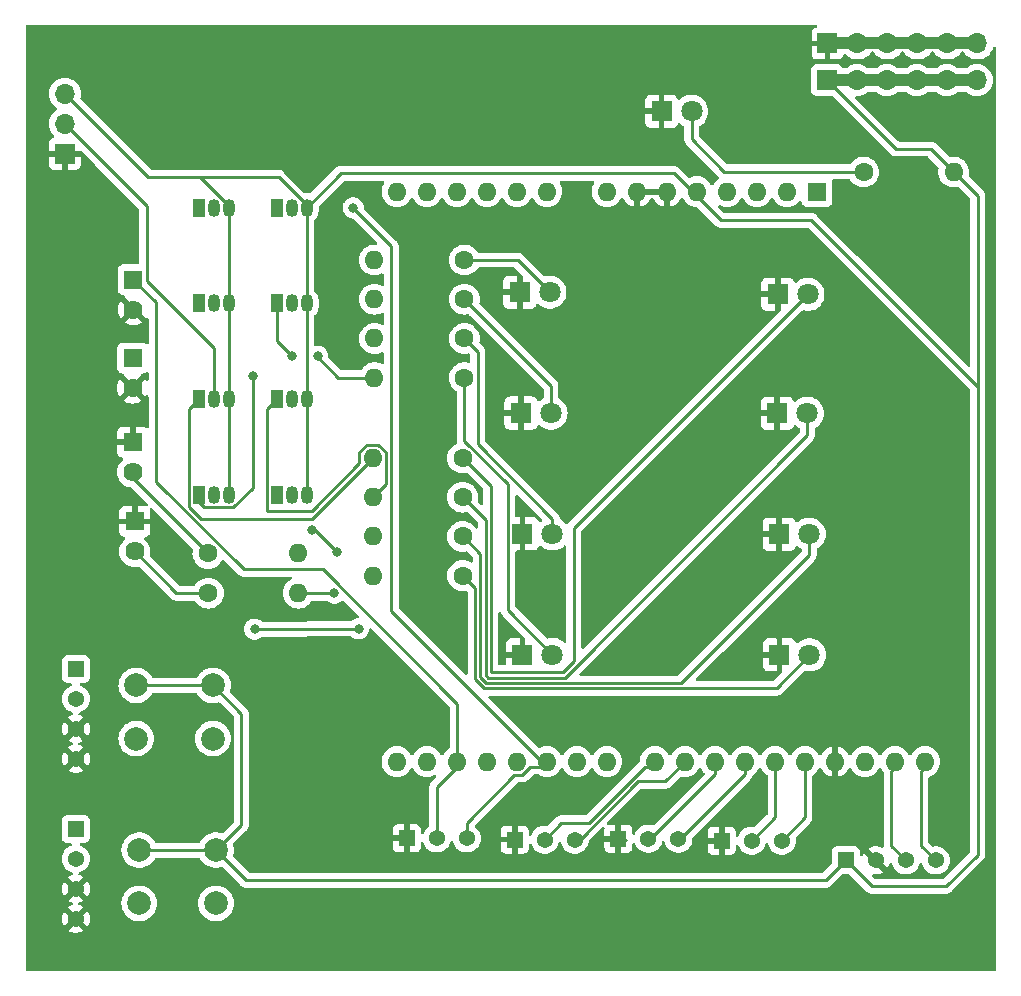
<source format=gbr>
%TF.GenerationSoftware,KiCad,Pcbnew,(7.0.0)*%
%TF.CreationDate,2024-10-28T17:49:38-04:00*%
%TF.ProjectId,Treadmill_V2,54726561-646d-4696-9c6c-5f56322e6b69,rev?*%
%TF.SameCoordinates,Original*%
%TF.FileFunction,Copper,L1,Top*%
%TF.FilePolarity,Positive*%
%FSLAX46Y46*%
G04 Gerber Fmt 4.6, Leading zero omitted, Abs format (unit mm)*
G04 Created by KiCad (PCBNEW (7.0.0)) date 2024-10-28 17:49:38*
%MOMM*%
%LPD*%
G01*
G04 APERTURE LIST*
%TA.AperFunction,ComponentPad*%
%ADD10R,1.700000X1.700000*%
%TD*%
%TA.AperFunction,ComponentPad*%
%ADD11O,1.700000X1.700000*%
%TD*%
%TA.AperFunction,ComponentPad*%
%ADD12O,1.600000X1.600000*%
%TD*%
%TA.AperFunction,ComponentPad*%
%ADD13C,1.600000*%
%TD*%
%TA.AperFunction,ComponentPad*%
%ADD14C,1.800000*%
%TD*%
%TA.AperFunction,ComponentPad*%
%ADD15R,1.800000X1.800000*%
%TD*%
%TA.AperFunction,ComponentPad*%
%ADD16R,1.600000X1.600000*%
%TD*%
%TA.AperFunction,ComponentPad*%
%ADD17R,1.620000X1.620000*%
%TD*%
%TA.AperFunction,ComponentPad*%
%ADD18C,1.620000*%
%TD*%
%TA.AperFunction,ComponentPad*%
%ADD19C,1.370000*%
%TD*%
%TA.AperFunction,ComponentPad*%
%ADD20R,1.370000X1.370000*%
%TD*%
%TA.AperFunction,ComponentPad*%
%ADD21R,1.050000X1.500000*%
%TD*%
%TA.AperFunction,ComponentPad*%
%ADD22O,1.050000X1.500000*%
%TD*%
%TA.AperFunction,ComponentPad*%
%ADD23C,2.000000*%
%TD*%
%TA.AperFunction,ViaPad*%
%ADD24C,0.800000*%
%TD*%
%TA.AperFunction,Conductor*%
%ADD25C,0.250000*%
%TD*%
%TA.AperFunction,Conductor*%
%ADD26C,1.016000*%
%TD*%
G04 APERTURE END LIST*
D10*
%TO.P,REF\u002A\u002A,1*%
%TO.N,/5V*%
X203324999Y-66812346D03*
D11*
%TO.P,REF\u002A\u002A,2*%
%TO.N,N/C*%
X205864999Y-66812346D03*
%TO.P,REF\u002A\u002A,3*%
X208404999Y-66812346D03*
%TO.P,REF\u002A\u002A,4*%
X210944999Y-66812346D03*
%TO.P,REF\u002A\u002A,5*%
X213484999Y-66812346D03*
%TO.P,REF\u002A\u002A,6*%
X216024999Y-66812346D03*
%TD*%
D10*
%TO.P,REF\u002A\u002A,1*%
%TO.N,/GND*%
X203374999Y-63712346D03*
D11*
%TO.P,REF\u002A\u002A,2*%
%TO.N,N/C*%
X205914999Y-63712346D03*
%TO.P,REF\u002A\u002A,3*%
X208454999Y-63712346D03*
%TO.P,REF\u002A\u002A,4*%
X210994999Y-63712346D03*
%TO.P,REF\u002A\u002A,5*%
X213534999Y-63712346D03*
%TO.P,REF\u002A\u002A,6*%
X216074999Y-63712346D03*
%TD*%
D12*
%TO.P,R11,2*%
%TO.N,/5V*%
X214059999Y-74587346D03*
D13*
%TO.P,R11,1*%
%TO.N,Net-(D11-A)*%
X206440000Y-74587347D03*
%TD*%
D14*
%TO.P,D11,2,A*%
%TO.N,Net-(D11-A)*%
X191865000Y-69456982D03*
D15*
%TO.P,D11,1,K*%
%TO.N,/GND*%
X189324999Y-69456981D03*
%TD*%
D16*
%TO.P,A1,1,NC*%
%TO.N,unconnected-(A1-NC-Pad1)*%
X202484999Y-76252346D03*
D12*
%TO.P,A1,2,IOREF*%
%TO.N,unconnected-(A1-IOREF-Pad2)*%
X199944999Y-76252346D03*
%TO.P,A1,3,~{RESET}*%
%TO.N,unconnected-(A1-~{RESET}-Pad3)*%
X197404999Y-76252346D03*
%TO.P,A1,4,3V3*%
%TO.N,unconnected-(A1-3V3-Pad4)*%
X194864999Y-76252346D03*
%TO.P,A1,5,+5V*%
%TO.N,/5V*%
X192324999Y-76252346D03*
%TO.P,A1,6,GND*%
%TO.N,/GND*%
X189784999Y-76252346D03*
%TO.P,A1,7,GND*%
X187244999Y-76252346D03*
%TO.P,A1,8,VIN*%
%TO.N,unconnected-(A1-VIN-Pad8)*%
X184704999Y-76252346D03*
%TO.P,A1,9,A0*%
%TO.N,unconnected-(A1-A0-Pad9)*%
X179624999Y-76252346D03*
%TO.P,A1,10,A1*%
%TO.N,unconnected-(A1-A1-Pad10)*%
X177084999Y-76252346D03*
%TO.P,A1,11,A2*%
%TO.N,unconnected-(A1-A2-Pad11)*%
X174544999Y-76252346D03*
%TO.P,A1,12,A3*%
%TO.N,unconnected-(A1-A3-Pad12)*%
X172004999Y-76252346D03*
%TO.P,A1,13,SDA/A4*%
%TO.N,unconnected-(A1-SDA{slash}A4-Pad13)*%
X169464999Y-76252346D03*
%TO.P,A1,14,SCL/A5*%
%TO.N,unconnected-(A1-SCL{slash}A5-Pad14)*%
X166924999Y-76252346D03*
%TO.P,A1,15,D0/RX*%
%TO.N,unconnected-(A1-D0{slash}RX-Pad15)*%
X166924999Y-124512346D03*
%TO.P,A1,16,D1/TX*%
%TO.N,unconnected-(A1-D1{slash}TX-Pad16)*%
X169464999Y-124512346D03*
%TO.P,A1,17,D2*%
%TO.N,/trig1*%
X172004999Y-124512346D03*
%TO.P,A1,18,D3*%
%TO.N,unconnected-(A1-D3-Pad18)*%
X174544999Y-124512346D03*
%TO.P,A1,19,D4*%
%TO.N,unconnected-(A1-D4-Pad19)*%
X177084999Y-124512346D03*
%TO.P,A1,20,D5*%
%TO.N,/trig2*%
X179624999Y-124512346D03*
%TO.P,A1,21,D6*%
%TO.N,unconnected-(A1-D6-Pad21)*%
X182164999Y-124512346D03*
%TO.P,A1,22,D7*%
%TO.N,unconnected-(A1-D7-Pad22)*%
X184704999Y-124512346D03*
%TO.P,A1,23,D8*%
%TO.N,/cueL*%
X188764999Y-124512346D03*
%TO.P,A1,24,D9*%
%TO.N,/cueR*%
X191304999Y-124512346D03*
%TO.P,A1,25,D10*%
%TO.N,/lick*%
X193844999Y-124512346D03*
%TO.P,A1,26,D11*%
%TO.N,/prog*%
X196384999Y-124512346D03*
%TO.P,A1,27,D12*%
%TO.N,/reward*%
X198924999Y-124512346D03*
%TO.P,A1,28,D13*%
%TO.N,/airpuff*%
X201464999Y-124512346D03*
%TO.P,A1,29,GND*%
%TO.N,/GND*%
X204004999Y-124512346D03*
%TO.P,A1,30,AREF*%
%TO.N,unconnected-(A1-AREF-Pad30)*%
X206544999Y-124512346D03*
%TO.P,A1,31,SDA/A4*%
%TO.N,/SDA*%
X209084999Y-124512346D03*
%TO.P,A1,32,SCL/A5*%
%TO.N,/SCL*%
X211624999Y-124512346D03*
%TD*%
D13*
%TO.P,R1,1*%
%TO.N,Net-(D1-A)*%
X150955000Y-110250000D03*
D12*
%TO.P,R1,2*%
%TO.N,/cueL*%
X158574999Y-110249999D03*
%TD*%
D17*
%TO.P,trig1,1,OUT*%
%TO.N,/trig1*%
X144599999Y-83709999D03*
D18*
%TO.P,trig1,2,GND*%
%TO.N,/GND*%
X144600000Y-86250000D03*
%TD*%
D13*
%TO.P,R2,1*%
%TO.N,Net-(D2-A)*%
X150915000Y-106888890D03*
D12*
%TO.P,R2,2*%
%TO.N,/cueR*%
X158534999Y-106888889D03*
%TD*%
D13*
%TO.P,R6,1*%
%TO.N,Net-(D6-A)*%
X172635000Y-92008334D03*
D12*
%TO.P,R6,2*%
%TO.N,Net-(Q4-E)*%
X165014999Y-92008333D03*
%TD*%
D13*
%TO.P,R8,1*%
%TO.N,Net-(D8-A)*%
X172485000Y-102122222D03*
D12*
%TO.P,R8,2*%
%TO.N,Net-(Q6-E)*%
X164864999Y-102122221D03*
%TD*%
D19*
%TO.P,SReward1,4,GND*%
%TO.N,/GND*%
X139745000Y-124284847D03*
%TO.P,SReward1,3,GND*%
X139745000Y-121744847D03*
%TO.P,SReward1,2,TRIG*%
%TO.N,/reward*%
X139745000Y-119204847D03*
D20*
%TO.P,SReward1,1,TRIG*%
%TO.N,Net-(SReward1-TRIG-Pad1)*%
X139744999Y-116664846D03*
%TD*%
D15*
%TO.P,D8,1,K*%
%TO.N,/GND*%
X199134999Y-95024999D03*
D14*
%TO.P,D8,2,A*%
%TO.N,Net-(D8-A)*%
X201675000Y-95025000D03*
%TD*%
D21*
%TO.P,Q8,1,E*%
%TO.N,Net-(Q8-E)*%
X156729999Y-101899999D03*
D22*
%TO.P,Q8,2,B*%
%TO.N,/airpuff*%
X157999999Y-101899999D03*
%TO.P,Q8,3,C*%
%TO.N,/5V*%
X159269999Y-101899999D03*
%TD*%
D15*
%TO.P,D7,1,K*%
%TO.N,/GND*%
X199174999Y-84949999D03*
D14*
%TO.P,D7,2,A*%
%TO.N,Net-(D7-A)*%
X201715000Y-84950000D03*
%TD*%
D21*
%TO.P,Q1,1,E*%
%TO.N,Net-(Q1-E)*%
X150179999Y-77624999D03*
D22*
%TO.P,Q1,2,B*%
%TO.N,/trig1*%
X151449999Y-77624999D03*
%TO.P,Q1,3,C*%
%TO.N,/5V*%
X152719999Y-77624999D03*
%TD*%
D17*
%TO.P,D1,1,K*%
%TO.N,/GND*%
X144724999Y-104184999D03*
D18*
%TO.P,D1,2,A*%
%TO.N,Net-(D1-A)*%
X144725000Y-106725000D03*
%TD*%
D21*
%TO.P,Q7,1,E*%
%TO.N,Net-(Q7-E)*%
X150179999Y-101899999D03*
D22*
%TO.P,Q7,2,B*%
%TO.N,/reward*%
X151449999Y-101899999D03*
%TO.P,Q7,3,C*%
%TO.N,/5V*%
X152719999Y-101899999D03*
%TD*%
D15*
%TO.P,D5,1,K*%
%TO.N,/GND*%
X177549999Y-105224999D03*
D14*
%TO.P,D5,2,A*%
%TO.N,Net-(D5-A)*%
X180090000Y-105225000D03*
%TD*%
D21*
%TO.P,Q6,1,E*%
%TO.N,Net-(Q6-E)*%
X156729999Y-93808331D03*
D22*
%TO.P,Q6,2,B*%
%TO.N,/prog*%
X157999999Y-93808331D03*
%TO.P,Q6,3,C*%
%TO.N,/5V*%
X159269999Y-93808331D03*
%TD*%
D13*
%TO.P,R4,1*%
%TO.N,Net-(D4-A)*%
X172635000Y-85363890D03*
D12*
%TO.P,R4,2*%
%TO.N,Net-(Q2-E)*%
X165014999Y-85363889D03*
%TD*%
D19*
%TO.P,A2,3,Align*%
%TO.N,/trig2*%
X172827500Y-131005000D03*
%TO.P,A2,2,Align*%
%TO.N,/trig1*%
X170287500Y-131005000D03*
D20*
%TO.P,A2,1,GND*%
%TO.N,/GND*%
X167747499Y-131004999D03*
%TD*%
D13*
%TO.P,R10,1*%
%TO.N,Net-(D10-A)*%
X172485000Y-108766666D03*
D12*
%TO.P,R10,2*%
%TO.N,Net-(Q8-E)*%
X164864999Y-108766665D03*
%TD*%
D21*
%TO.P,Q4,1,E*%
%TO.N,Net-(Q4-E)*%
X156729999Y-85716665D03*
D22*
%TO.P,Q4,2,B*%
%TO.N,/cueR*%
X157999999Y-85716665D03*
%TO.P,Q4,3,C*%
%TO.N,/5V*%
X159269999Y-85716665D03*
%TD*%
D12*
%TO.P,R3,2*%
%TO.N,Net-(Q1-E)*%
X165014999Y-82041667D03*
D13*
%TO.P,R3,1*%
%TO.N,Net-(D3-A)*%
X172635000Y-82041668D03*
%TD*%
D15*
%TO.P,D6,1,K*%
%TO.N,/GND*%
X177549999Y-115449999D03*
D14*
%TO.P,D6,2,A*%
%TO.N,Net-(D6-A)*%
X180090000Y-115450000D03*
%TD*%
D19*
%TO.P,SAirpuff1,4,GND*%
%TO.N,/GND*%
X139725000Y-137832347D03*
%TO.P,SAirpuff1,3,GND*%
X139725000Y-135292347D03*
%TO.P,SAirpuff1,2,TRIG*%
%TO.N,/airpuff*%
X139725000Y-132752347D03*
D20*
%TO.P,SAirpuff1,1,TRIG*%
%TO.N,Net-(SAirpuff1-TRIG-Pad1)*%
X139724999Y-130212346D03*
%TD*%
D13*
%TO.P,R5,1*%
%TO.N,Net-(D5-A)*%
X172635000Y-88686112D03*
D12*
%TO.P,R5,2*%
%TO.N,Net-(Q3-E)*%
X165014999Y-88686111D03*
%TD*%
D19*
%TO.P,A5,3,Align*%
%TO.N,/airpuff*%
X199500000Y-131210000D03*
%TO.P,A5,2,Align*%
%TO.N,/reward*%
X196960000Y-131210000D03*
D20*
%TO.P,A5,1,GND*%
%TO.N,/GND*%
X194419999Y-131209999D03*
%TD*%
%TO.P,A4,1,GND*%
%TO.N,/GND*%
X185672499Y-131042346D03*
D19*
%TO.P,A4,2,Align*%
%TO.N,/lick*%
X188212500Y-131042347D03*
%TO.P,A4,3,Align*%
%TO.N,/prog*%
X190752500Y-131042347D03*
%TD*%
D15*
%TO.P,D10,1,K*%
%TO.N,/GND*%
X199309999Y-115474999D03*
D14*
%TO.P,D10,2,A*%
%TO.N,Net-(D10-A)*%
X201850000Y-115475000D03*
%TD*%
D15*
%TO.P,D9,1,K*%
%TO.N,/GND*%
X199284999Y-105249999D03*
D14*
%TO.P,D9,2,A*%
%TO.N,Net-(D9-A)*%
X201825000Y-105250000D03*
%TD*%
D20*
%TO.P,I2C_LCD1,1,5V*%
%TO.N,/5V*%
X204919999Y-132874999D03*
D19*
%TO.P,I2C_LCD1,2,GND*%
%TO.N,/GND*%
X207460000Y-132875000D03*
%TO.P,I2C_LCD1,3,SDA*%
%TO.N,/SDA*%
X210000000Y-132875000D03*
%TO.P,I2C_LCD1,4,SCL*%
%TO.N,/SCL*%
X212540000Y-132875000D03*
%TD*%
D15*
%TO.P,D4,1,K*%
%TO.N,/GND*%
X177424999Y-94999999D03*
D14*
%TO.P,D4,2,A*%
%TO.N,Net-(D4-A)*%
X179965000Y-95000000D03*
%TD*%
D21*
%TO.P,Q3,1,E*%
%TO.N,Net-(Q3-E)*%
X150179999Y-85716665D03*
D22*
%TO.P,Q3,2,B*%
%TO.N,/cueL*%
X151449999Y-85716665D03*
%TO.P,Q3,3,C*%
%TO.N,/5V*%
X152719999Y-85716665D03*
%TD*%
D19*
%TO.P,A3,3,Align*%
%TO.N,/cueR*%
X181975000Y-131110000D03*
%TO.P,A3,2,Align*%
%TO.N,/cueL*%
X179435000Y-131110000D03*
D20*
%TO.P,A3,1,GND*%
%TO.N,/GND*%
X176894999Y-131109999D03*
%TD*%
D17*
%TO.P,trig2,1,OUT*%
%TO.N,/trig2*%
X144534999Y-90342499D03*
D18*
%TO.P,trig2,2,GND*%
%TO.N,/GND*%
X144535000Y-92882500D03*
%TD*%
D17*
%TO.P,D2,1,K*%
%TO.N,/GND*%
X144549999Y-97459999D03*
D18*
%TO.P,D2,2,A*%
%TO.N,Net-(D2-A)*%
X144550000Y-100000000D03*
%TD*%
D13*
%TO.P,R7,1*%
%TO.N,Net-(D7-A)*%
X172485000Y-98800000D03*
D12*
%TO.P,R7,2*%
%TO.N,Net-(Q5-E)*%
X164864999Y-98799999D03*
%TD*%
D23*
%TO.P,SWAirpuff1,2,2*%
%TO.N,Net-(SAirpuff1-TRIG-Pad1)*%
X151600000Y-136512347D03*
X145100000Y-136512347D03*
%TO.P,SWAirpuff1,1,1*%
%TO.N,/5V*%
X151600000Y-132012347D03*
X145100000Y-132012347D03*
%TD*%
D10*
%TO.P,TLick1,1,GND*%
%TO.N,/GND*%
X138799999Y-73052346D03*
D11*
%TO.P,TLick1,2,Sig*%
%TO.N,/lick*%
X138799999Y-70512346D03*
%TO.P,TLick1,3,5V*%
%TO.N,/5V*%
X138799999Y-67972346D03*
%TD*%
D23*
%TO.P,SWReward1,2,2*%
%TO.N,Net-(SReward1-TRIG-Pad1)*%
X151350000Y-122562347D03*
X144850000Y-122562347D03*
%TO.P,SWReward1,1,1*%
%TO.N,/5V*%
X151350000Y-118062347D03*
X144850000Y-118062347D03*
%TD*%
D21*
%TO.P,Q5,1,E*%
%TO.N,Net-(Q5-E)*%
X150179999Y-93808331D03*
D22*
%TO.P,Q5,2,B*%
%TO.N,/lick*%
X151449999Y-93808331D03*
%TO.P,Q5,3,C*%
%TO.N,/5V*%
X152719999Y-93808331D03*
%TD*%
D14*
%TO.P,D3,2,A*%
%TO.N,Net-(D3-A)*%
X179865000Y-84775000D03*
D15*
%TO.P,D3,1,K*%
%TO.N,/GND*%
X177324999Y-84774999D03*
%TD*%
D21*
%TO.P,Q2,1,E*%
%TO.N,Net-(Q2-E)*%
X156729999Y-77624999D03*
D22*
%TO.P,Q2,2,B*%
%TO.N,/trig2*%
X157999999Y-77624999D03*
%TO.P,Q2,3,C*%
%TO.N,/5V*%
X159269999Y-77624999D03*
%TD*%
D13*
%TO.P,R9,1*%
%TO.N,Net-(D9-A)*%
X172485000Y-105444444D03*
D12*
%TO.P,R9,2*%
%TO.N,Net-(Q7-E)*%
X164864999Y-105444443D03*
%TD*%
D24*
%TO.N,Net-(Q7-E)*%
X154700000Y-91875000D03*
%TO.N,Net-(Q8-E)*%
X159700000Y-104925000D03*
X161825000Y-106750000D03*
%TO.N,/trig2*%
X163225000Y-77625000D03*
%TO.N,/cueR*%
X154875000Y-113300000D03*
X163675000Y-113275000D03*
%TO.N,/cueL*%
X161625000Y-110250000D03*
%TO.N,Net-(Q4-E)*%
X160200000Y-90200000D03*
X158025000Y-90200000D03*
%TD*%
D25*
%TO.N,Net-(D11-A)*%
X191875000Y-69546982D02*
X191875000Y-71812347D01*
X191875000Y-71812347D02*
X194625000Y-74562347D01*
X191890000Y-69531982D02*
X191875000Y-69546982D01*
X194625000Y-74562347D02*
X206415000Y-74562347D01*
X206415000Y-74562347D02*
X206440000Y-74587347D01*
%TO.N,/5V*%
X214060000Y-74587347D02*
X212110000Y-72637347D01*
X212110000Y-72637347D02*
X209150000Y-72637347D01*
X209150000Y-72637347D02*
X203325000Y-66812347D01*
%TO.N,Net-(D10-A)*%
X201850000Y-115525000D02*
X201850000Y-115475000D01*
X174287653Y-118300000D02*
X199075000Y-118300000D01*
X173525000Y-117537347D02*
X174287653Y-118300000D01*
X199075000Y-118300000D02*
X201850000Y-115525000D01*
X173525000Y-109806666D02*
X173525000Y-117537347D01*
X172485000Y-108766666D02*
X173525000Y-109806666D01*
%TO.N,Net-(D7-A)*%
X181900000Y-104765000D02*
X201715000Y-84950000D01*
X180950951Y-116950000D02*
X181900000Y-116000951D01*
X174875000Y-116950000D02*
X180950951Y-116950000D01*
X181900000Y-116000951D02*
X181900000Y-104765000D01*
X174875000Y-101190000D02*
X174875000Y-116950000D01*
X172485000Y-98800000D02*
X174875000Y-101190000D01*
%TO.N,Net-(D8-A)*%
X181137347Y-117400000D02*
X201675000Y-96862347D01*
X174660445Y-117400000D02*
X181137347Y-117400000D01*
X174425000Y-104062222D02*
X174425000Y-117164555D01*
X172485000Y-102122222D02*
X174425000Y-104062222D01*
X174425000Y-117164555D02*
X174660445Y-117400000D01*
X201675000Y-96862347D02*
X201675000Y-95025000D01*
%TO.N,/5V*%
X153750000Y-120462347D02*
X151350000Y-118062347D01*
X153750000Y-129862347D02*
X153750000Y-120462347D01*
X151600000Y-132012347D02*
X153750000Y-129862347D01*
X216100000Y-76627347D02*
X216100000Y-92775000D01*
X214060000Y-74587347D02*
X216100000Y-76627347D01*
%TO.N,/cueR*%
X189630000Y-126187347D02*
X191305000Y-124512347D01*
X187311396Y-126187347D02*
X189630000Y-126187347D01*
X182388743Y-131110000D02*
X187311396Y-126187347D01*
X181975000Y-131110000D02*
X182388743Y-131110000D01*
%TO.N,/cueL*%
X187907347Y-124955000D02*
X188780000Y-124955000D01*
X180845000Y-129700000D02*
X183162347Y-129700000D01*
X179435000Y-131110000D02*
X180845000Y-129700000D01*
X183162347Y-129700000D02*
X187907347Y-124955000D01*
%TO.N,/5V*%
X203232653Y-134562347D02*
X154150000Y-134562347D01*
X154150000Y-134562347D02*
X151600000Y-132012347D01*
X204920000Y-132875000D02*
X203232653Y-134562347D01*
X216100000Y-92775000D02*
X205400000Y-82075000D01*
X216100000Y-132387347D02*
X216100000Y-92775000D01*
X207107347Y-135062347D02*
X213425000Y-135062347D01*
X204920000Y-132875000D02*
X207107347Y-135062347D01*
X213425000Y-135062347D02*
X216100000Y-132387347D01*
X204920000Y-132742347D02*
X204920000Y-132875000D01*
D26*
X203325000Y-66812347D02*
X216025000Y-66812347D01*
%TO.N,/GND*%
X203375000Y-63712347D02*
X216075000Y-63712347D01*
D25*
%TO.N,/trig2*%
X163225000Y-77675000D02*
X163225000Y-77625000D01*
X166440000Y-80890000D02*
X163225000Y-77675000D01*
X179640000Y-124955000D02*
X166440000Y-111755000D01*
X178210000Y-124955000D02*
X179640000Y-124955000D01*
X177550991Y-125637347D02*
X178210000Y-124978338D01*
X176875000Y-125637347D02*
X177550991Y-125637347D01*
X166440000Y-111755000D02*
X166440000Y-80890000D01*
X172827500Y-129684847D02*
X176875000Y-125637347D01*
X178210000Y-124978338D02*
X178210000Y-124955000D01*
X172827500Y-131005000D02*
X172827500Y-129684847D01*
%TO.N,Net-(D9-A)*%
X174474049Y-117850000D02*
X190975000Y-117850000D01*
X173975000Y-117350951D02*
X174474049Y-117850000D01*
X190975000Y-117850000D02*
X201825000Y-107000000D01*
X173975000Y-106934444D02*
X173975000Y-117350951D01*
X201825000Y-107000000D02*
X201825000Y-105250000D01*
X172485000Y-105444444D02*
X173975000Y-106934444D01*
%TO.N,/5V*%
X202000000Y-78675000D02*
X205400000Y-82075000D01*
X194320000Y-78675000D02*
X202000000Y-78675000D01*
X162182653Y-74712347D02*
X190357347Y-74712347D01*
X190357347Y-74712347D02*
X194320000Y-78675000D01*
X159270000Y-77625000D02*
X162182653Y-74712347D01*
%TO.N,/GND*%
X185745000Y-131160000D02*
X186302347Y-131160000D01*
%TO.N,/lick*%
X141775000Y-73487347D02*
X138800000Y-70512347D01*
X145735000Y-83785000D02*
X145735000Y-77462347D01*
X151450000Y-89500000D02*
X145735000Y-83785000D01*
X145735000Y-77462347D02*
X141775000Y-73502347D01*
X141775000Y-73502347D02*
X141775000Y-73487347D01*
X151450000Y-93808332D02*
X151450000Y-89500000D01*
%TO.N,/5V*%
X145852653Y-75025000D02*
X138800000Y-67972347D01*
X150277082Y-75025000D02*
X145852653Y-75025000D01*
%TO.N,/SCL*%
X211297500Y-125297500D02*
X211640000Y-124955000D01*
X211297500Y-131632500D02*
X211297500Y-125297500D01*
X212540000Y-132875000D02*
X211297500Y-131632500D01*
%TO.N,/SDA*%
X208757500Y-131632500D02*
X208757500Y-125297500D01*
X210000000Y-132875000D02*
X208757500Y-131632500D01*
X208757500Y-125297500D02*
X209100000Y-124955000D01*
%TO.N,Net-(Q7-E)*%
X150180000Y-102550000D02*
X150180000Y-101900000D01*
X150614302Y-102984302D02*
X150180000Y-102550000D01*
X153062780Y-102984302D02*
X150614302Y-102984302D01*
X154700000Y-101347082D02*
X153062780Y-102984302D01*
X154700000Y-91875000D02*
X154700000Y-101347082D01*
%TO.N,Net-(Q8-E)*%
X159700000Y-104925000D02*
X159750000Y-104975000D01*
X160050000Y-104975000D02*
X159700000Y-104925000D01*
X161825000Y-106750000D02*
X160050000Y-104975000D01*
%TO.N,Net-(Q5-E)*%
X159690000Y-103975000D02*
X164865000Y-98800000D01*
X150330000Y-103975000D02*
X159690000Y-103975000D01*
X149330000Y-102975000D02*
X150330000Y-103975000D01*
X149330000Y-94658332D02*
X149330000Y-102975000D01*
X150180000Y-93808332D02*
X149330000Y-94658332D01*
%TO.N,/trig2*%
X163175000Y-77625000D02*
X163175000Y-77625000D01*
X163225000Y-77625000D02*
X163175000Y-77625000D01*
%TO.N,/trig1*%
X146525000Y-85635000D02*
X144600000Y-83710000D01*
X146525000Y-100806396D02*
X146525000Y-85635000D01*
X153943604Y-108225000D02*
X146525000Y-100806396D01*
X160625305Y-108225000D02*
X153943604Y-108225000D01*
X172020000Y-124955000D02*
X172020000Y-119619695D01*
X172020000Y-119619695D02*
X160625305Y-108225000D01*
%TO.N,/cueR*%
X163675000Y-113275000D02*
X154875000Y-113300000D01*
%TO.N,/cueL*%
X158575000Y-110250000D02*
X161625000Y-110250000D01*
%TO.N,/5V*%
X151350000Y-118062347D02*
X144850000Y-118062347D01*
X151600000Y-132012347D02*
X145100000Y-132012347D01*
%TO.N,/trig1*%
X170287500Y-126687500D02*
X172020000Y-124955000D01*
X170287500Y-131005000D02*
X170287500Y-126687500D01*
%TO.N,/airpuff*%
X201480000Y-129230000D02*
X201480000Y-124955000D01*
X199500000Y-131210000D02*
X201480000Y-129230000D01*
%TO.N,/reward*%
X198940000Y-129230000D02*
X198940000Y-124955000D01*
X196960000Y-131210000D02*
X198940000Y-129230000D01*
%TO.N,/prog*%
X196400000Y-125585000D02*
X196400000Y-124955000D01*
X190825000Y-131160000D02*
X196400000Y-125585000D01*
%TO.N,/lick*%
X193860000Y-125585000D02*
X193860000Y-124955000D01*
X188285000Y-131160000D02*
X193860000Y-125585000D01*
%TO.N,/reward*%
X151425000Y-101900000D02*
X151400000Y-101875000D01*
X151450000Y-101900000D02*
X151425000Y-101900000D01*
%TO.N,Net-(Q6-E)*%
X165990000Y-100997222D02*
X164865000Y-102122222D01*
X165990000Y-98334009D02*
X165990000Y-100997222D01*
X165330991Y-97675000D02*
X165990000Y-98334009D01*
X164399009Y-97675000D02*
X165330991Y-97675000D01*
X163740000Y-98334009D02*
X164399009Y-97675000D01*
X163740000Y-99265991D02*
X163740000Y-98334009D01*
X159750991Y-103255000D02*
X163740000Y-99265991D01*
X155880000Y-103255000D02*
X159750991Y-103255000D01*
X155880000Y-94658332D02*
X155880000Y-103255000D01*
X156730000Y-93808332D02*
X155880000Y-94658332D01*
%TO.N,Net-(Q4-E)*%
X160150000Y-90200000D02*
X160150000Y-90200000D01*
X160200000Y-90200000D02*
X160150000Y-90200000D01*
X160200000Y-90250000D02*
X160200000Y-90200000D01*
X161958334Y-92008334D02*
X160200000Y-90250000D01*
X165015000Y-92008334D02*
X161958334Y-92008334D01*
X158025000Y-90200000D02*
X158000000Y-90175000D01*
X158025000Y-90200000D02*
X158025000Y-90200000D01*
X158025000Y-90200000D02*
X158025000Y-90200000D01*
X156730000Y-88905000D02*
X158025000Y-90200000D01*
X156730000Y-85716666D02*
X156730000Y-88905000D01*
%TO.N,Net-(D1-A)*%
X148250000Y-110250000D02*
X144725000Y-106725000D01*
X150955000Y-110250000D02*
X148250000Y-110250000D01*
%TO.N,Net-(D2-A)*%
X144550000Y-100523890D02*
X144550000Y-100000000D01*
X150915000Y-106888890D02*
X144550000Y-100523890D01*
%TO.N,/5V*%
X152720000Y-77625000D02*
X152720000Y-85716666D01*
X156895000Y-75025000D02*
X159270000Y-77400000D01*
X150277082Y-75025000D02*
X152720000Y-77467918D01*
X150277082Y-75025000D02*
X156895000Y-75025000D01*
X159270000Y-85716666D02*
X159270000Y-101900000D01*
X159270000Y-77625000D02*
X159270000Y-85716666D01*
X159270000Y-77400000D02*
X159270000Y-77625000D01*
X152720000Y-77467918D02*
X152720000Y-77625000D01*
X152720000Y-85716666D02*
X152720000Y-101900000D01*
%TO.N,Net-(D3-A)*%
X172635000Y-82041668D02*
X177131668Y-82041668D01*
X177131668Y-82041668D02*
X179865000Y-84775000D01*
%TO.N,Net-(D4-A)*%
X179965000Y-92693890D02*
X179965000Y-95000000D01*
X172635000Y-85363890D02*
X179965000Y-92693890D01*
%TO.N,Net-(D5-A)*%
X173760000Y-97635000D02*
X180090000Y-103965000D01*
X180090000Y-103965000D02*
X180090000Y-105225000D01*
X172635000Y-88686112D02*
X173760000Y-89811112D01*
X173760000Y-89811112D02*
X173760000Y-97635000D01*
%TO.N,Net-(D6-A)*%
X176325000Y-111685000D02*
X180090000Y-115450000D01*
X172635000Y-92008334D02*
X172635000Y-97359009D01*
X176325000Y-101049009D02*
X176325000Y-111685000D01*
X172635000Y-97359009D02*
X176325000Y-101049009D01*
%TD*%
%TA.AperFunction,Conductor*%
%TO.N,/GND*%
G36*
X175665279Y-111843225D02*
G01*
X175714446Y-111874971D01*
X175740790Y-111920877D01*
X175741108Y-111920740D01*
X175742324Y-111923551D01*
X175743576Y-111925732D01*
X175744204Y-111927896D01*
X175744206Y-111927900D01*
X175746382Y-111935390D01*
X175750353Y-111942105D01*
X175750354Y-111942107D01*
X175756581Y-111952637D01*
X175765136Y-111970099D01*
X175769642Y-111981480D01*
X175769643Y-111981483D01*
X175772514Y-111988732D01*
X175784617Y-112005390D01*
X175798181Y-112024060D01*
X175804593Y-112033822D01*
X175822856Y-112064702D01*
X175822859Y-112064707D01*
X175826830Y-112071420D01*
X175832345Y-112076935D01*
X175840990Y-112085580D01*
X175853626Y-112100374D01*
X175860819Y-112110275D01*
X175860823Y-112110279D01*
X175865406Y-112116587D01*
X175871415Y-112121558D01*
X175871416Y-112121559D01*
X175899058Y-112144426D01*
X175907699Y-112152289D01*
X177763681Y-114008271D01*
X177790561Y-114048499D01*
X177800000Y-114095952D01*
X177800000Y-115576000D01*
X177783387Y-115638000D01*
X177738000Y-115683387D01*
X177676000Y-115700000D01*
X176166326Y-115700000D01*
X176153450Y-115703450D01*
X176150000Y-115716326D01*
X176150000Y-116200500D01*
X176133387Y-116262500D01*
X176088000Y-116307887D01*
X176026000Y-116324500D01*
X175624500Y-116324500D01*
X175562500Y-116307887D01*
X175517113Y-116262500D01*
X175500500Y-116200500D01*
X175500500Y-115183674D01*
X176150000Y-115183674D01*
X176153450Y-115196549D01*
X176166326Y-115200000D01*
X177283674Y-115200000D01*
X177296549Y-115196549D01*
X177300000Y-115183674D01*
X177300000Y-114066326D01*
X177296549Y-114053450D01*
X177283674Y-114050000D01*
X176605482Y-114050000D01*
X176598885Y-114050353D01*
X176550332Y-114055573D01*
X176535358Y-114059111D01*
X176416222Y-114103547D01*
X176400810Y-114111962D01*
X176299907Y-114187498D01*
X176287498Y-114199907D01*
X176211962Y-114300810D01*
X176203547Y-114316222D01*
X176159111Y-114435358D01*
X176155573Y-114450332D01*
X176150353Y-114498885D01*
X176150000Y-114505482D01*
X176150000Y-115183674D01*
X175500500Y-115183674D01*
X175500500Y-111960328D01*
X175514311Y-111903456D01*
X175552669Y-111859252D01*
X175607028Y-111837565D01*
X175665279Y-111843225D01*
G37*
%TD.AperFunction*%
%TA.AperFunction,Conductor*%
G36*
X177112818Y-101891522D02*
G01*
X177162181Y-101921772D01*
X179203845Y-103963436D01*
X179237163Y-104024000D01*
X179232880Y-104092991D01*
X179192327Y-104148970D01*
X179142258Y-104187940D01*
X179142251Y-104187946D01*
X179138216Y-104191087D01*
X179134752Y-104194849D01*
X179134741Y-104194860D01*
X179129481Y-104200574D01*
X179076857Y-104234424D01*
X179014405Y-104238269D01*
X178958025Y-104211131D01*
X178922075Y-104159918D01*
X178896452Y-104091222D01*
X178888037Y-104075810D01*
X178812501Y-103974907D01*
X178800092Y-103962498D01*
X178699189Y-103886962D01*
X178683777Y-103878547D01*
X178564641Y-103834111D01*
X178549667Y-103830573D01*
X178501114Y-103825353D01*
X178494518Y-103825000D01*
X177816326Y-103825000D01*
X177803450Y-103828450D01*
X177800000Y-103841326D01*
X177800000Y-106608674D01*
X177803450Y-106621549D01*
X177816326Y-106625000D01*
X178494518Y-106625000D01*
X178501114Y-106624646D01*
X178549667Y-106619426D01*
X178564641Y-106615888D01*
X178683777Y-106571452D01*
X178699189Y-106563037D01*
X178800092Y-106487501D01*
X178812501Y-106475092D01*
X178888037Y-106374189D01*
X178896452Y-106358777D01*
X178922075Y-106290081D01*
X178958026Y-106238867D01*
X179014408Y-106211729D01*
X179076862Y-106215577D01*
X179129486Y-106249430D01*
X179138216Y-106258913D01*
X179142262Y-106262062D01*
X179142263Y-106262063D01*
X179169912Y-106283583D01*
X179321374Y-106401470D01*
X179525497Y-106511936D01*
X179745019Y-106587298D01*
X179973951Y-106625500D01*
X180200916Y-106625500D01*
X180206049Y-106625500D01*
X180434981Y-106587298D01*
X180654503Y-106511936D01*
X180858626Y-106401470D01*
X181041784Y-106258913D01*
X181059270Y-106239917D01*
X181108303Y-106207302D01*
X181166854Y-106200984D01*
X181221717Y-106222391D01*
X181260516Y-106266695D01*
X181274500Y-106323901D01*
X181274500Y-114351099D01*
X181260516Y-114408305D01*
X181221717Y-114452609D01*
X181166854Y-114474016D01*
X181108303Y-114467698D01*
X181059270Y-114435082D01*
X181045257Y-114419860D01*
X181041784Y-114416087D01*
X180893675Y-114300810D01*
X180862672Y-114276679D01*
X180862671Y-114276678D01*
X180858626Y-114273530D01*
X180722583Y-114199907D01*
X180659007Y-114165501D01*
X180659002Y-114165499D01*
X180654503Y-114163064D01*
X180649657Y-114161400D01*
X180649654Y-114161399D01*
X180439834Y-114089368D01*
X180439833Y-114089367D01*
X180434981Y-114087702D01*
X180429931Y-114086859D01*
X180429922Y-114086857D01*
X180211111Y-114050344D01*
X180211102Y-114050343D01*
X180206049Y-114049500D01*
X179973951Y-114049500D01*
X179968898Y-114050343D01*
X179968888Y-114050344D01*
X179750074Y-114086858D01*
X179750068Y-114086859D01*
X179745019Y-114087702D01*
X179740174Y-114089365D01*
X179740159Y-114089369D01*
X179719418Y-114096489D01*
X179651208Y-114100016D01*
X179591478Y-114066888D01*
X178298000Y-112773410D01*
X176986819Y-111462228D01*
X176959939Y-111422000D01*
X176950500Y-111374547D01*
X176950500Y-106749000D01*
X176967113Y-106687000D01*
X177012500Y-106641613D01*
X177074500Y-106625000D01*
X177283674Y-106625000D01*
X177296549Y-106621549D01*
X177300000Y-106608674D01*
X177300000Y-103841326D01*
X177296549Y-103828450D01*
X177283674Y-103825000D01*
X177074500Y-103825000D01*
X177012500Y-103808387D01*
X176967113Y-103763000D01*
X176950500Y-103701000D01*
X176950500Y-102009453D01*
X176964015Y-101953158D01*
X177001615Y-101909135D01*
X177055102Y-101886980D01*
X177112818Y-101891522D01*
G37*
%TD.AperFunction*%
%TA.AperFunction,Conductor*%
G36*
X202447186Y-62139296D02*
G01*
X202491660Y-62178887D01*
X202512551Y-62234644D01*
X202505043Y-62293712D01*
X202470867Y-62342470D01*
X202417903Y-62369676D01*
X202410358Y-62371458D01*
X202291222Y-62415894D01*
X202275810Y-62424309D01*
X202174907Y-62499845D01*
X202162498Y-62512254D01*
X202086962Y-62613157D01*
X202078547Y-62628569D01*
X202034111Y-62747705D01*
X202030573Y-62762679D01*
X202025353Y-62811232D01*
X202025000Y-62817829D01*
X202025000Y-63446021D01*
X202028450Y-63458896D01*
X202041326Y-63462347D01*
X203501000Y-63462347D01*
X203563000Y-63478960D01*
X203608387Y-63524347D01*
X203625000Y-63586347D01*
X203625000Y-65046021D01*
X203628450Y-65058896D01*
X203641326Y-65062347D01*
X204269518Y-65062347D01*
X204276114Y-65061993D01*
X204324667Y-65056773D01*
X204339641Y-65053235D01*
X204458777Y-65008799D01*
X204474189Y-65000384D01*
X204575092Y-64924848D01*
X204587501Y-64912439D01*
X204663037Y-64811536D01*
X204671452Y-64796124D01*
X204717422Y-64672876D01*
X204752401Y-64622496D01*
X204807246Y-64595043D01*
X204868539Y-64597232D01*
X204921285Y-64628527D01*
X205043599Y-64750842D01*
X205237170Y-64886382D01*
X205451337Y-64986250D01*
X205679592Y-65047410D01*
X205915000Y-65068006D01*
X206150408Y-65047410D01*
X206378663Y-64986250D01*
X206592830Y-64886382D01*
X206786401Y-64750842D01*
X206953495Y-64583748D01*
X207083424Y-64398189D01*
X207127743Y-64359323D01*
X207185000Y-64345312D01*
X207242257Y-64359323D01*
X207286575Y-64398189D01*
X207413395Y-64579308D01*
X207413401Y-64579315D01*
X207416505Y-64583748D01*
X207583599Y-64750842D01*
X207777170Y-64886382D01*
X207991337Y-64986250D01*
X208219592Y-65047410D01*
X208455000Y-65068006D01*
X208690408Y-65047410D01*
X208918663Y-64986250D01*
X209132830Y-64886382D01*
X209326401Y-64750842D01*
X209493495Y-64583748D01*
X209623424Y-64398189D01*
X209667743Y-64359323D01*
X209725000Y-64345312D01*
X209782257Y-64359323D01*
X209826575Y-64398189D01*
X209953395Y-64579308D01*
X209953401Y-64579315D01*
X209956505Y-64583748D01*
X210123599Y-64750842D01*
X210317170Y-64886382D01*
X210531337Y-64986250D01*
X210759592Y-65047410D01*
X210995000Y-65068006D01*
X211230408Y-65047410D01*
X211458663Y-64986250D01*
X211672830Y-64886382D01*
X211866401Y-64750842D01*
X212033495Y-64583748D01*
X212163424Y-64398189D01*
X212207743Y-64359323D01*
X212265000Y-64345312D01*
X212322257Y-64359323D01*
X212366575Y-64398189D01*
X212493395Y-64579308D01*
X212493401Y-64579315D01*
X212496505Y-64583748D01*
X212663599Y-64750842D01*
X212857170Y-64886382D01*
X213071337Y-64986250D01*
X213299592Y-65047410D01*
X213535000Y-65068006D01*
X213770408Y-65047410D01*
X213998663Y-64986250D01*
X214212830Y-64886382D01*
X214406401Y-64750842D01*
X214573495Y-64583748D01*
X214703424Y-64398189D01*
X214747743Y-64359323D01*
X214805000Y-64345312D01*
X214862257Y-64359323D01*
X214906575Y-64398189D01*
X215033395Y-64579308D01*
X215033401Y-64579315D01*
X215036505Y-64583748D01*
X215203599Y-64750842D01*
X215397170Y-64886382D01*
X215611337Y-64986250D01*
X215839592Y-65047410D01*
X216075000Y-65068006D01*
X216310408Y-65047410D01*
X216538663Y-64986250D01*
X216752830Y-64886382D01*
X216946401Y-64750842D01*
X217113495Y-64583748D01*
X217249035Y-64390177D01*
X217348903Y-64176010D01*
X217381225Y-64055380D01*
X217409577Y-64003701D01*
X217458589Y-63970952D01*
X217517185Y-63964535D01*
X217572123Y-63985899D01*
X217610989Y-64030217D01*
X217625000Y-64087474D01*
X217625000Y-66765112D01*
X217612711Y-66812347D01*
X217625000Y-66859582D01*
X217625000Y-142101000D01*
X217608387Y-142163000D01*
X217563000Y-142208387D01*
X217501000Y-142225000D01*
X135624000Y-142225000D01*
X135562000Y-142208387D01*
X135516613Y-142163000D01*
X135500000Y-142101000D01*
X135500000Y-138827869D01*
X139086555Y-138827869D01*
X139094492Y-138835715D01*
X139189660Y-138894640D01*
X139199886Y-138899732D01*
X139393966Y-138974920D01*
X139404960Y-138978048D01*
X139609562Y-139016294D01*
X139620925Y-139017347D01*
X139829075Y-139017347D01*
X139840437Y-139016294D01*
X140045039Y-138978048D01*
X140056033Y-138974920D01*
X140250114Y-138899732D01*
X140260336Y-138894642D01*
X140355507Y-138835714D01*
X140363443Y-138827869D01*
X140357513Y-138818414D01*
X139736542Y-138197442D01*
X139724999Y-138190778D01*
X139713457Y-138197442D01*
X139092485Y-138818414D01*
X139086555Y-138827869D01*
X135500000Y-138827869D01*
X135500000Y-137838056D01*
X138535452Y-137838056D01*
X138554657Y-138045315D01*
X138556755Y-138056537D01*
X138613714Y-138256729D01*
X138617845Y-138267392D01*
X138710615Y-138453699D01*
X138716298Y-138462878D01*
X138727257Y-138471022D01*
X138739422Y-138464369D01*
X139359903Y-137843888D01*
X139366566Y-137832347D01*
X140083431Y-137832347D01*
X140090095Y-137843889D01*
X140710576Y-138464369D01*
X140722741Y-138471023D01*
X140733702Y-138462878D01*
X140739380Y-138453707D01*
X140832154Y-138267392D01*
X140836285Y-138256729D01*
X140893244Y-138056537D01*
X140895342Y-138045315D01*
X140914548Y-137838056D01*
X140914548Y-137826638D01*
X140895342Y-137619378D01*
X140893244Y-137608156D01*
X140836285Y-137407964D01*
X140832154Y-137397301D01*
X140739384Y-137210994D01*
X140733700Y-137201814D01*
X140722741Y-137193670D01*
X140710576Y-137200323D01*
X140090095Y-137820804D01*
X140083431Y-137832347D01*
X139366566Y-137832347D01*
X139366567Y-137832345D01*
X139359903Y-137820803D01*
X138739424Y-137200325D01*
X138727258Y-137193671D01*
X138716296Y-137201817D01*
X138710618Y-137210988D01*
X138617845Y-137397301D01*
X138613714Y-137407964D01*
X138556755Y-137608156D01*
X138554657Y-137619378D01*
X138535452Y-137826638D01*
X138535452Y-137838056D01*
X135500000Y-137838056D01*
X135500000Y-136836823D01*
X139086555Y-136836823D01*
X139092485Y-136846278D01*
X139713457Y-137467250D01*
X139725000Y-137473914D01*
X139736542Y-137467250D01*
X140357513Y-136846278D01*
X140363443Y-136836823D01*
X140355506Y-136828977D01*
X140260339Y-136770053D01*
X140250113Y-136764961D01*
X140056033Y-136689773D01*
X140045038Y-136686645D01*
X140032149Y-136684236D01*
X139971394Y-136653985D01*
X139935666Y-136596281D01*
X139935666Y-136528413D01*
X139945613Y-136512347D01*
X143594357Y-136512347D01*
X143594781Y-136517464D01*
X143614467Y-136755048D01*
X143614468Y-136755056D01*
X143614892Y-136760168D01*
X143616149Y-136765135D01*
X143616151Y-136765142D01*
X143636698Y-136846278D01*
X143675937Y-137001228D01*
X143677997Y-137005924D01*
X143773766Y-137224257D01*
X143773769Y-137224263D01*
X143775827Y-137228954D01*
X143778627Y-137233240D01*
X143778631Y-137233247D01*
X143885813Y-137397301D01*
X143911836Y-137437132D01*
X143915310Y-137440906D01*
X143915311Y-137440907D01*
X144076784Y-137616314D01*
X144076787Y-137616317D01*
X144080256Y-137620085D01*
X144276491Y-137772821D01*
X144495190Y-137891175D01*
X144730386Y-137971918D01*
X144975665Y-138012847D01*
X145219201Y-138012847D01*
X145224335Y-138012847D01*
X145469614Y-137971918D01*
X145704810Y-137891175D01*
X145923509Y-137772821D01*
X146119744Y-137620085D01*
X146288164Y-137437132D01*
X146424173Y-137228954D01*
X146524063Y-137001228D01*
X146585108Y-136760168D01*
X146605643Y-136512347D01*
X150094357Y-136512347D01*
X150094781Y-136517464D01*
X150114467Y-136755048D01*
X150114468Y-136755056D01*
X150114892Y-136760168D01*
X150116149Y-136765135D01*
X150116151Y-136765142D01*
X150136698Y-136846278D01*
X150175937Y-137001228D01*
X150177997Y-137005924D01*
X150273766Y-137224257D01*
X150273769Y-137224263D01*
X150275827Y-137228954D01*
X150278627Y-137233240D01*
X150278631Y-137233247D01*
X150385813Y-137397301D01*
X150411836Y-137437132D01*
X150415310Y-137440906D01*
X150415311Y-137440907D01*
X150576784Y-137616314D01*
X150576787Y-137616317D01*
X150580256Y-137620085D01*
X150776491Y-137772821D01*
X150995190Y-137891175D01*
X151230386Y-137971918D01*
X151475665Y-138012847D01*
X151719201Y-138012847D01*
X151724335Y-138012847D01*
X151969614Y-137971918D01*
X152204810Y-137891175D01*
X152423509Y-137772821D01*
X152619744Y-137620085D01*
X152788164Y-137437132D01*
X152924173Y-137228954D01*
X153024063Y-137001228D01*
X153085108Y-136760168D01*
X153105643Y-136512347D01*
X153085108Y-136264526D01*
X153024063Y-136023466D01*
X152924173Y-135795740D01*
X152788164Y-135587562D01*
X152739710Y-135534927D01*
X152623215Y-135408379D01*
X152623211Y-135408376D01*
X152619744Y-135404609D01*
X152423509Y-135251873D01*
X152418997Y-135249431D01*
X152209316Y-135135957D01*
X152209310Y-135135954D01*
X152204810Y-135133519D01*
X152199969Y-135131857D01*
X152199962Y-135131854D01*
X151974465Y-135054441D01*
X151974461Y-135054440D01*
X151969614Y-135052776D01*
X151960768Y-135051299D01*
X151729398Y-135012691D01*
X151729387Y-135012690D01*
X151724335Y-135011847D01*
X151475665Y-135011847D01*
X151470613Y-135012690D01*
X151470601Y-135012691D01*
X151235443Y-135051932D01*
X151235441Y-135051932D01*
X151230386Y-135052776D01*
X151225541Y-135054439D01*
X151225534Y-135054441D01*
X151000037Y-135131854D01*
X151000026Y-135131858D01*
X150995190Y-135133519D01*
X150990693Y-135135952D01*
X150990683Y-135135957D01*
X150781002Y-135249431D01*
X150780995Y-135249435D01*
X150776491Y-135251873D01*
X150772448Y-135255019D01*
X150772440Y-135255025D01*
X150584304Y-135401458D01*
X150580256Y-135404609D01*
X150576793Y-135408370D01*
X150576784Y-135408379D01*
X150415311Y-135583786D01*
X150415305Y-135583793D01*
X150411836Y-135587562D01*
X150409031Y-135591853D01*
X150409028Y-135591859D01*
X150278631Y-135791446D01*
X150278624Y-135791458D01*
X150275827Y-135795740D01*
X150273772Y-135800424D01*
X150273766Y-135800436D01*
X150216486Y-135931023D01*
X150175937Y-136023466D01*
X150174679Y-136028431D01*
X150174678Y-136028436D01*
X150116151Y-136259551D01*
X150116149Y-136259560D01*
X150114892Y-136264526D01*
X150114468Y-136269635D01*
X150114467Y-136269645D01*
X150100314Y-136440458D01*
X150094357Y-136512347D01*
X146605643Y-136512347D01*
X146585108Y-136264526D01*
X146524063Y-136023466D01*
X146424173Y-135795740D01*
X146288164Y-135587562D01*
X146239710Y-135534927D01*
X146123215Y-135408379D01*
X146123211Y-135408376D01*
X146119744Y-135404609D01*
X145923509Y-135251873D01*
X145918997Y-135249431D01*
X145709316Y-135135957D01*
X145709310Y-135135954D01*
X145704810Y-135133519D01*
X145699969Y-135131857D01*
X145699962Y-135131854D01*
X145474465Y-135054441D01*
X145474461Y-135054440D01*
X145469614Y-135052776D01*
X145460768Y-135051299D01*
X145229398Y-135012691D01*
X145229387Y-135012690D01*
X145224335Y-135011847D01*
X144975665Y-135011847D01*
X144970613Y-135012690D01*
X144970601Y-135012691D01*
X144735443Y-135051932D01*
X144735441Y-135051932D01*
X144730386Y-135052776D01*
X144725541Y-135054439D01*
X144725534Y-135054441D01*
X144500037Y-135131854D01*
X144500026Y-135131858D01*
X144495190Y-135133519D01*
X144490693Y-135135952D01*
X144490683Y-135135957D01*
X144281002Y-135249431D01*
X144280995Y-135249435D01*
X144276491Y-135251873D01*
X144272448Y-135255019D01*
X144272440Y-135255025D01*
X144084304Y-135401458D01*
X144080256Y-135404609D01*
X144076793Y-135408370D01*
X144076784Y-135408379D01*
X143915311Y-135583786D01*
X143915305Y-135583793D01*
X143911836Y-135587562D01*
X143909031Y-135591853D01*
X143909028Y-135591859D01*
X143778631Y-135791446D01*
X143778624Y-135791458D01*
X143775827Y-135795740D01*
X143773772Y-135800424D01*
X143773766Y-135800436D01*
X143716486Y-135931023D01*
X143675937Y-136023466D01*
X143674679Y-136028431D01*
X143674678Y-136028436D01*
X143616151Y-136259551D01*
X143616149Y-136259560D01*
X143614892Y-136264526D01*
X143614468Y-136269635D01*
X143614467Y-136269645D01*
X143600314Y-136440458D01*
X143594357Y-136512347D01*
X139945613Y-136512347D01*
X139971394Y-136470709D01*
X140032149Y-136440458D01*
X140045038Y-136438048D01*
X140056033Y-136434920D01*
X140250114Y-136359732D01*
X140260336Y-136354642D01*
X140355507Y-136295714D01*
X140363443Y-136287869D01*
X140357513Y-136278414D01*
X139736542Y-135657442D01*
X139724999Y-135650778D01*
X139713457Y-135657442D01*
X139092485Y-136278414D01*
X139086555Y-136287869D01*
X139094492Y-136295715D01*
X139189660Y-136354640D01*
X139199886Y-136359732D01*
X139393966Y-136434920D01*
X139404958Y-136438047D01*
X139417852Y-136440458D01*
X139478605Y-136470710D01*
X139514333Y-136528413D01*
X139514333Y-136596281D01*
X139478605Y-136653984D01*
X139417852Y-136684236D01*
X139404958Y-136686646D01*
X139393966Y-136689773D01*
X139199886Y-136764961D01*
X139189660Y-136770053D01*
X139094491Y-136828978D01*
X139086555Y-136836823D01*
X135500000Y-136836823D01*
X135500000Y-135298056D01*
X138535452Y-135298056D01*
X138554657Y-135505315D01*
X138556755Y-135516537D01*
X138613714Y-135716729D01*
X138617845Y-135727392D01*
X138710615Y-135913699D01*
X138716298Y-135922878D01*
X138727257Y-135931022D01*
X138739422Y-135924369D01*
X139359903Y-135303889D01*
X139366567Y-135292347D01*
X140083431Y-135292347D01*
X140090095Y-135303889D01*
X140710576Y-135924369D01*
X140722741Y-135931023D01*
X140733702Y-135922878D01*
X140739380Y-135913707D01*
X140832154Y-135727392D01*
X140836285Y-135716729D01*
X140893244Y-135516537D01*
X140895342Y-135505315D01*
X140914548Y-135298056D01*
X140914548Y-135286638D01*
X140895342Y-135079378D01*
X140893244Y-135068156D01*
X140836285Y-134867964D01*
X140832154Y-134857301D01*
X140739384Y-134670994D01*
X140733700Y-134661814D01*
X140722741Y-134653670D01*
X140710576Y-134660323D01*
X140090095Y-135280804D01*
X140083431Y-135292347D01*
X139366567Y-135292347D01*
X139359903Y-135280804D01*
X138739424Y-134660325D01*
X138727258Y-134653671D01*
X138716296Y-134661817D01*
X138710618Y-134670988D01*
X138617845Y-134857301D01*
X138613714Y-134867964D01*
X138556755Y-135068156D01*
X138554657Y-135079378D01*
X138535452Y-135286638D01*
X138535452Y-135298056D01*
X135500000Y-135298056D01*
X135500000Y-132752347D01*
X138534421Y-132752347D01*
X138534950Y-132758056D01*
X138545257Y-132869291D01*
X138554693Y-132971115D01*
X138614818Y-133182434D01*
X138617370Y-133187560D01*
X138617372Y-133187564D01*
X138710194Y-133373976D01*
X138710196Y-133373980D01*
X138712749Y-133379106D01*
X138716198Y-133383673D01*
X138716201Y-133383678D01*
X138808221Y-133505531D01*
X138845152Y-133554435D01*
X138849388Y-133558296D01*
X138849392Y-133558301D01*
X138960946Y-133659996D01*
X139007516Y-133702450D01*
X139194313Y-133818110D01*
X139399183Y-133897476D01*
X139416489Y-133900711D01*
X139477242Y-133930959D01*
X139512973Y-133988660D01*
X139512976Y-134056528D01*
X139477251Y-134114233D01*
X139416500Y-134144487D01*
X139404968Y-134146643D01*
X139393966Y-134149773D01*
X139199886Y-134224961D01*
X139189660Y-134230053D01*
X139094491Y-134288978D01*
X139086555Y-134296823D01*
X139092485Y-134306278D01*
X139713457Y-134927250D01*
X139725000Y-134933914D01*
X139736542Y-134927250D01*
X140357513Y-134306278D01*
X140363443Y-134296823D01*
X140355506Y-134288977D01*
X140260339Y-134230053D01*
X140250113Y-134224961D01*
X140056033Y-134149773D01*
X140045038Y-134146645D01*
X140033501Y-134144488D01*
X139972748Y-134114233D01*
X139937023Y-134056528D01*
X139937026Y-133988660D01*
X139972758Y-133930958D01*
X140033510Y-133900711D01*
X140050817Y-133897476D01*
X140255687Y-133818110D01*
X140442484Y-133702450D01*
X140604848Y-133554435D01*
X140737251Y-133379106D01*
X140835182Y-133182434D01*
X140895307Y-132971115D01*
X140915579Y-132752347D01*
X140895307Y-132533579D01*
X140835182Y-132322260D01*
X140737251Y-132125588D01*
X140725615Y-132110180D01*
X140624893Y-131976803D01*
X140604848Y-131950259D01*
X140600611Y-131946396D01*
X140600607Y-131946392D01*
X140450155Y-131809237D01*
X140442484Y-131802244D01*
X140437618Y-131799231D01*
X140437614Y-131799228D01*
X140260559Y-131689600D01*
X140260553Y-131689597D01*
X140255687Y-131686584D01*
X140250345Y-131684514D01*
X140250342Y-131684513D01*
X140128915Y-131637473D01*
X140074754Y-131596573D01*
X140050237Y-131533288D01*
X140062708Y-131466575D01*
X140108430Y-131416419D01*
X140173707Y-131397846D01*
X140457872Y-131397846D01*
X140517483Y-131391438D01*
X140652331Y-131341143D01*
X140767546Y-131254893D01*
X140853796Y-131139678D01*
X140904091Y-131004830D01*
X140910500Y-130945220D01*
X140910499Y-129479475D01*
X140904091Y-129419864D01*
X140853796Y-129285016D01*
X140767546Y-129169801D01*
X140737774Y-129147514D01*
X140659431Y-129088866D01*
X140659430Y-129088865D01*
X140652331Y-129083551D01*
X140517483Y-129033256D01*
X140509770Y-129032426D01*
X140509767Y-129032426D01*
X140461180Y-129027202D01*
X140461169Y-129027201D01*
X140457873Y-129026847D01*
X140454550Y-129026847D01*
X138995439Y-129026847D01*
X138995420Y-129026847D01*
X138992128Y-129026848D01*
X138988850Y-129027200D01*
X138988838Y-129027201D01*
X138940231Y-129032426D01*
X138940225Y-129032427D01*
X138932517Y-129033256D01*
X138925252Y-129035965D01*
X138925246Y-129035967D01*
X138805980Y-129080451D01*
X138805978Y-129080451D01*
X138797669Y-129083551D01*
X138790572Y-129088863D01*
X138790568Y-129088866D01*
X138689550Y-129164488D01*
X138689546Y-129164491D01*
X138682454Y-129169801D01*
X138677144Y-129176893D01*
X138677141Y-129176897D01*
X138601519Y-129277915D01*
X138601516Y-129277919D01*
X138596204Y-129285016D01*
X138593104Y-129293325D01*
X138593104Y-129293327D01*
X138548620Y-129412594D01*
X138548619Y-129412597D01*
X138545909Y-129419864D01*
X138545079Y-129427574D01*
X138545079Y-129427579D01*
X138539855Y-129476166D01*
X138539854Y-129476178D01*
X138539500Y-129479474D01*
X138539500Y-129482795D01*
X138539500Y-129482796D01*
X138539500Y-130941907D01*
X138539500Y-130941925D01*
X138539501Y-130945219D01*
X138539853Y-130948497D01*
X138539854Y-130948508D01*
X138545079Y-130997115D01*
X138545080Y-130997120D01*
X138545909Y-131004830D01*
X138548619Y-131012096D01*
X138548620Y-131012100D01*
X138557773Y-131036639D01*
X138596204Y-131139678D01*
X138601518Y-131146777D01*
X138601519Y-131146778D01*
X138674275Y-131243968D01*
X138682454Y-131254893D01*
X138797669Y-131341143D01*
X138932517Y-131391438D01*
X138992127Y-131397847D01*
X139276291Y-131397846D01*
X139341566Y-131416419D01*
X139387289Y-131466574D01*
X139399760Y-131533287D01*
X139375243Y-131596572D01*
X139321083Y-131637472D01*
X139199663Y-131684510D01*
X139199650Y-131684516D01*
X139194313Y-131686584D01*
X139189450Y-131689594D01*
X139189440Y-131689600D01*
X139012385Y-131799228D01*
X139012375Y-131799234D01*
X139007516Y-131802244D01*
X139003285Y-131806100D01*
X139003281Y-131806104D01*
X138849392Y-131946392D01*
X138849382Y-131946402D01*
X138845152Y-131950259D01*
X138841698Y-131954831D01*
X138841694Y-131954837D01*
X138716201Y-132121015D01*
X138716194Y-132121025D01*
X138712749Y-132125588D01*
X138710199Y-132130708D01*
X138710194Y-132130717D01*
X138617372Y-132317129D01*
X138617368Y-132317137D01*
X138614818Y-132322260D01*
X138613249Y-132327772D01*
X138613249Y-132327774D01*
X138562561Y-132505924D01*
X138554693Y-132533579D01*
X138554164Y-132539284D01*
X138554164Y-132539286D01*
X138541777Y-132672967D01*
X138534421Y-132752347D01*
X135500000Y-132752347D01*
X135500000Y-125280369D01*
X139106555Y-125280369D01*
X139114492Y-125288215D01*
X139209660Y-125347140D01*
X139219886Y-125352232D01*
X139413966Y-125427420D01*
X139424960Y-125430548D01*
X139629562Y-125468794D01*
X139640925Y-125469847D01*
X139849075Y-125469847D01*
X139860437Y-125468794D01*
X140065039Y-125430548D01*
X140076033Y-125427420D01*
X140270114Y-125352232D01*
X140280336Y-125347142D01*
X140375507Y-125288214D01*
X140383443Y-125280369D01*
X140377513Y-125270914D01*
X139756542Y-124649942D01*
X139744999Y-124643278D01*
X139733457Y-124649942D01*
X139112485Y-125270914D01*
X139106555Y-125280369D01*
X135500000Y-125280369D01*
X135500000Y-124290556D01*
X138555452Y-124290556D01*
X138574657Y-124497815D01*
X138576755Y-124509037D01*
X138633714Y-124709229D01*
X138637845Y-124719892D01*
X138730615Y-124906199D01*
X138736298Y-124915378D01*
X138747257Y-124923522D01*
X138759422Y-124916869D01*
X139379903Y-124296389D01*
X139386567Y-124284847D01*
X140103431Y-124284847D01*
X140110095Y-124296389D01*
X140730576Y-124916869D01*
X140742741Y-124923523D01*
X140753702Y-124915378D01*
X140759380Y-124906207D01*
X140852154Y-124719892D01*
X140856285Y-124709229D01*
X140913244Y-124509037D01*
X140915342Y-124497815D01*
X140934548Y-124290556D01*
X140934548Y-124279138D01*
X140915342Y-124071878D01*
X140913244Y-124060656D01*
X140856285Y-123860464D01*
X140852154Y-123849801D01*
X140759384Y-123663494D01*
X140753700Y-123654314D01*
X140742741Y-123646170D01*
X140730576Y-123652823D01*
X140110095Y-124273304D01*
X140103431Y-124284847D01*
X139386567Y-124284847D01*
X139379903Y-124273304D01*
X138759424Y-123652825D01*
X138747258Y-123646171D01*
X138736296Y-123654317D01*
X138730618Y-123663488D01*
X138637845Y-123849801D01*
X138633714Y-123860464D01*
X138576755Y-124060656D01*
X138574657Y-124071878D01*
X138555452Y-124279138D01*
X138555452Y-124290556D01*
X135500000Y-124290556D01*
X135500000Y-123289323D01*
X139106555Y-123289323D01*
X139112485Y-123298778D01*
X139733457Y-123919750D01*
X139744999Y-123926414D01*
X139756542Y-123919750D01*
X140377513Y-123298778D01*
X140383443Y-123289323D01*
X140375506Y-123281477D01*
X140280339Y-123222553D01*
X140270113Y-123217461D01*
X140076033Y-123142273D01*
X140065038Y-123139145D01*
X140052149Y-123136736D01*
X139991394Y-123106485D01*
X139955666Y-123048781D01*
X139955666Y-122980913D01*
X139991394Y-122923209D01*
X140052149Y-122892958D01*
X140065038Y-122890548D01*
X140076033Y-122887420D01*
X140270114Y-122812232D01*
X140280336Y-122807142D01*
X140375507Y-122748214D01*
X140383443Y-122740369D01*
X140377513Y-122730914D01*
X140208946Y-122562347D01*
X143344357Y-122562347D01*
X143344781Y-122567464D01*
X143364467Y-122805048D01*
X143364468Y-122805056D01*
X143364892Y-122810168D01*
X143366149Y-122815135D01*
X143366151Y-122815142D01*
X143422883Y-123039169D01*
X143425937Y-123051228D01*
X143427997Y-123055924D01*
X143523766Y-123274257D01*
X143523769Y-123274263D01*
X143525827Y-123278954D01*
X143528627Y-123283240D01*
X143528631Y-123283247D01*
X143595036Y-123384887D01*
X143661836Y-123487132D01*
X143665310Y-123490906D01*
X143665311Y-123490907D01*
X143826784Y-123666314D01*
X143826787Y-123666317D01*
X143830256Y-123670085D01*
X144026491Y-123822821D01*
X144245190Y-123941175D01*
X144480386Y-124021918D01*
X144725665Y-124062847D01*
X144969201Y-124062847D01*
X144974335Y-124062847D01*
X145219614Y-124021918D01*
X145454810Y-123941175D01*
X145673509Y-123822821D01*
X145869744Y-123670085D01*
X146038164Y-123487132D01*
X146174173Y-123278954D01*
X146274063Y-123051228D01*
X146335108Y-122810168D01*
X146355643Y-122562347D01*
X149844357Y-122562347D01*
X149844781Y-122567464D01*
X149864467Y-122805048D01*
X149864468Y-122805056D01*
X149864892Y-122810168D01*
X149866149Y-122815135D01*
X149866151Y-122815142D01*
X149922883Y-123039169D01*
X149925937Y-123051228D01*
X149927997Y-123055924D01*
X150023766Y-123274257D01*
X150023769Y-123274263D01*
X150025827Y-123278954D01*
X150028627Y-123283240D01*
X150028631Y-123283247D01*
X150095036Y-123384887D01*
X150161836Y-123487132D01*
X150165310Y-123490906D01*
X150165311Y-123490907D01*
X150326784Y-123666314D01*
X150326787Y-123666317D01*
X150330256Y-123670085D01*
X150526491Y-123822821D01*
X150745190Y-123941175D01*
X150980386Y-124021918D01*
X151225665Y-124062847D01*
X151469201Y-124062847D01*
X151474335Y-124062847D01*
X151719614Y-124021918D01*
X151954810Y-123941175D01*
X152173509Y-123822821D01*
X152369744Y-123670085D01*
X152538164Y-123487132D01*
X152674173Y-123278954D01*
X152774063Y-123051228D01*
X152835108Y-122810168D01*
X152855643Y-122562347D01*
X152835108Y-122314526D01*
X152774063Y-122073466D01*
X152674173Y-121845740D01*
X152538164Y-121637562D01*
X152369744Y-121454609D01*
X152173509Y-121301873D01*
X152168997Y-121299431D01*
X151959316Y-121185957D01*
X151959310Y-121185954D01*
X151954810Y-121183519D01*
X151949969Y-121181857D01*
X151949962Y-121181854D01*
X151724465Y-121104441D01*
X151724461Y-121104440D01*
X151719614Y-121102776D01*
X151710768Y-121101299D01*
X151479398Y-121062691D01*
X151479387Y-121062690D01*
X151474335Y-121061847D01*
X151225665Y-121061847D01*
X151220613Y-121062690D01*
X151220601Y-121062691D01*
X150985443Y-121101932D01*
X150985441Y-121101932D01*
X150980386Y-121102776D01*
X150975541Y-121104439D01*
X150975534Y-121104441D01*
X150750037Y-121181854D01*
X150750026Y-121181858D01*
X150745190Y-121183519D01*
X150740693Y-121185952D01*
X150740683Y-121185957D01*
X150531002Y-121299431D01*
X150530995Y-121299435D01*
X150526491Y-121301873D01*
X150522448Y-121305019D01*
X150522440Y-121305025D01*
X150334304Y-121451458D01*
X150330256Y-121454609D01*
X150326793Y-121458370D01*
X150326784Y-121458379D01*
X150165311Y-121633786D01*
X150165305Y-121633793D01*
X150161836Y-121637562D01*
X150159031Y-121641853D01*
X150159028Y-121641859D01*
X150028631Y-121841446D01*
X150028624Y-121841458D01*
X150025827Y-121845740D01*
X150023772Y-121850424D01*
X150023766Y-121850436D01*
X149927997Y-122068769D01*
X149925937Y-122073466D01*
X149924679Y-122078431D01*
X149924678Y-122078436D01*
X149866151Y-122309551D01*
X149866149Y-122309560D01*
X149864892Y-122314526D01*
X149864468Y-122319635D01*
X149864467Y-122319645D01*
X149844781Y-122557230D01*
X149844357Y-122562347D01*
X146355643Y-122562347D01*
X146335108Y-122314526D01*
X146274063Y-122073466D01*
X146174173Y-121845740D01*
X146038164Y-121637562D01*
X145869744Y-121454609D01*
X145673509Y-121301873D01*
X145668997Y-121299431D01*
X145459316Y-121185957D01*
X145459310Y-121185954D01*
X145454810Y-121183519D01*
X145449969Y-121181857D01*
X145449962Y-121181854D01*
X145224465Y-121104441D01*
X145224461Y-121104440D01*
X145219614Y-121102776D01*
X145210768Y-121101299D01*
X144979398Y-121062691D01*
X144979387Y-121062690D01*
X144974335Y-121061847D01*
X144725665Y-121061847D01*
X144720613Y-121062690D01*
X144720601Y-121062691D01*
X144485443Y-121101932D01*
X144485441Y-121101932D01*
X144480386Y-121102776D01*
X144475541Y-121104439D01*
X144475534Y-121104441D01*
X144250037Y-121181854D01*
X144250026Y-121181858D01*
X144245190Y-121183519D01*
X144240693Y-121185952D01*
X144240683Y-121185957D01*
X144031002Y-121299431D01*
X144030995Y-121299435D01*
X144026491Y-121301873D01*
X144022448Y-121305019D01*
X144022440Y-121305025D01*
X143834304Y-121451458D01*
X143830256Y-121454609D01*
X143826793Y-121458370D01*
X143826784Y-121458379D01*
X143665311Y-121633786D01*
X143665305Y-121633793D01*
X143661836Y-121637562D01*
X143659031Y-121641853D01*
X143659028Y-121641859D01*
X143528631Y-121841446D01*
X143528624Y-121841458D01*
X143525827Y-121845740D01*
X143523772Y-121850424D01*
X143523766Y-121850436D01*
X143427997Y-122068769D01*
X143425937Y-122073466D01*
X143424679Y-122078431D01*
X143424678Y-122078436D01*
X143366151Y-122309551D01*
X143366149Y-122309560D01*
X143364892Y-122314526D01*
X143364468Y-122319635D01*
X143364467Y-122319645D01*
X143344781Y-122557230D01*
X143344357Y-122562347D01*
X140208946Y-122562347D01*
X139756542Y-122109942D01*
X139745000Y-122103278D01*
X139733457Y-122109942D01*
X139112485Y-122730914D01*
X139106555Y-122740369D01*
X139114492Y-122748215D01*
X139209660Y-122807140D01*
X139219886Y-122812232D01*
X139413966Y-122887420D01*
X139424958Y-122890547D01*
X139437852Y-122892958D01*
X139498605Y-122923210D01*
X139534333Y-122980913D01*
X139534333Y-123048781D01*
X139498605Y-123106484D01*
X139437852Y-123136736D01*
X139424958Y-123139146D01*
X139413966Y-123142273D01*
X139219886Y-123217461D01*
X139209660Y-123222553D01*
X139114491Y-123281478D01*
X139106555Y-123289323D01*
X135500000Y-123289323D01*
X135500000Y-121750556D01*
X138555452Y-121750556D01*
X138574657Y-121957815D01*
X138576755Y-121969037D01*
X138633714Y-122169229D01*
X138637845Y-122179892D01*
X138730615Y-122366199D01*
X138736298Y-122375378D01*
X138747257Y-122383522D01*
X138759422Y-122376869D01*
X139379903Y-121756389D01*
X139386567Y-121744846D01*
X140103431Y-121744846D01*
X140110095Y-121756389D01*
X140730576Y-122376869D01*
X140742741Y-122383523D01*
X140753702Y-122375378D01*
X140759380Y-122366207D01*
X140852154Y-122179892D01*
X140856285Y-122169229D01*
X140913244Y-121969037D01*
X140915342Y-121957815D01*
X140934548Y-121750556D01*
X140934548Y-121739138D01*
X140915342Y-121531878D01*
X140913244Y-121520656D01*
X140856285Y-121320464D01*
X140852154Y-121309801D01*
X140759384Y-121123494D01*
X140753700Y-121114314D01*
X140742741Y-121106170D01*
X140730576Y-121112823D01*
X140110095Y-121733304D01*
X140103431Y-121744846D01*
X139386567Y-121744846D01*
X139379903Y-121733304D01*
X138759424Y-121112825D01*
X138747258Y-121106171D01*
X138736296Y-121114317D01*
X138730618Y-121123488D01*
X138637845Y-121309801D01*
X138633714Y-121320464D01*
X138576755Y-121520656D01*
X138574657Y-121531878D01*
X138555452Y-121739138D01*
X138555452Y-121750556D01*
X135500000Y-121750556D01*
X135500000Y-119204847D01*
X138554421Y-119204847D01*
X138554950Y-119210556D01*
X138560538Y-119270865D01*
X138574693Y-119423615D01*
X138634818Y-119634934D01*
X138637370Y-119640060D01*
X138637372Y-119640064D01*
X138730194Y-119826476D01*
X138730196Y-119826480D01*
X138732749Y-119831606D01*
X138736198Y-119836173D01*
X138736201Y-119836178D01*
X138807165Y-119930148D01*
X138865152Y-120006935D01*
X138869388Y-120010796D01*
X138869392Y-120010801D01*
X138917725Y-120054862D01*
X139027516Y-120154950D01*
X139032383Y-120157963D01*
X139032385Y-120157965D01*
X139131678Y-120219445D01*
X139214313Y-120270610D01*
X139419183Y-120349976D01*
X139436489Y-120353211D01*
X139497242Y-120383459D01*
X139532973Y-120441160D01*
X139532976Y-120509028D01*
X139497251Y-120566733D01*
X139436500Y-120596987D01*
X139424968Y-120599143D01*
X139413966Y-120602273D01*
X139219886Y-120677461D01*
X139209660Y-120682553D01*
X139114491Y-120741478D01*
X139106555Y-120749323D01*
X139112485Y-120758778D01*
X139733457Y-121379750D01*
X139745000Y-121386414D01*
X139756542Y-121379750D01*
X140377513Y-120758778D01*
X140383443Y-120749323D01*
X140375506Y-120741477D01*
X140280339Y-120682553D01*
X140270113Y-120677461D01*
X140076033Y-120602273D01*
X140065038Y-120599145D01*
X140053501Y-120596988D01*
X139992748Y-120566733D01*
X139957023Y-120509028D01*
X139957026Y-120441160D01*
X139992758Y-120383458D01*
X140053510Y-120353211D01*
X140070817Y-120349976D01*
X140275687Y-120270610D01*
X140462484Y-120154950D01*
X140624848Y-120006935D01*
X140757251Y-119831606D01*
X140855182Y-119634934D01*
X140915307Y-119423615D01*
X140935579Y-119204847D01*
X140915307Y-118986079D01*
X140855182Y-118774760D01*
X140757251Y-118578088D01*
X140740513Y-118555924D01*
X140628305Y-118407337D01*
X140624848Y-118402759D01*
X140620611Y-118398896D01*
X140620607Y-118398892D01*
X140466718Y-118258604D01*
X140466719Y-118258604D01*
X140462484Y-118254744D01*
X140457618Y-118251731D01*
X140457614Y-118251728D01*
X140280559Y-118142100D01*
X140280553Y-118142097D01*
X140275687Y-118139084D01*
X140270345Y-118137014D01*
X140270342Y-118137013D01*
X140148915Y-118089973D01*
X140094754Y-118049073D01*
X140070237Y-117985788D01*
X140082708Y-117919075D01*
X140128430Y-117868919D01*
X140193707Y-117850346D01*
X140477872Y-117850346D01*
X140537483Y-117843938D01*
X140672331Y-117793643D01*
X140787546Y-117707393D01*
X140873796Y-117592178D01*
X140924091Y-117457330D01*
X140930500Y-117397720D01*
X140930499Y-115931975D01*
X140924091Y-115872364D01*
X140873796Y-115737516D01*
X140787546Y-115622301D01*
X140672331Y-115536051D01*
X140537483Y-115485756D01*
X140529770Y-115484926D01*
X140529767Y-115484926D01*
X140481180Y-115479702D01*
X140481169Y-115479701D01*
X140477873Y-115479347D01*
X140474550Y-115479347D01*
X139015439Y-115479347D01*
X139015420Y-115479347D01*
X139012128Y-115479348D01*
X139008850Y-115479700D01*
X139008838Y-115479701D01*
X138960231Y-115484926D01*
X138960225Y-115484927D01*
X138952517Y-115485756D01*
X138945252Y-115488465D01*
X138945246Y-115488467D01*
X138825980Y-115532951D01*
X138825978Y-115532951D01*
X138817669Y-115536051D01*
X138810572Y-115541363D01*
X138810568Y-115541366D01*
X138709550Y-115616988D01*
X138709546Y-115616991D01*
X138702454Y-115622301D01*
X138697144Y-115629393D01*
X138697141Y-115629397D01*
X138621519Y-115730415D01*
X138621516Y-115730419D01*
X138616204Y-115737516D01*
X138613104Y-115745825D01*
X138613104Y-115745827D01*
X138568620Y-115865094D01*
X138568619Y-115865097D01*
X138565909Y-115872364D01*
X138565079Y-115880074D01*
X138565079Y-115880079D01*
X138559855Y-115928666D01*
X138559854Y-115928678D01*
X138559500Y-115931974D01*
X138559500Y-115935295D01*
X138559500Y-115935296D01*
X138559500Y-117394407D01*
X138559500Y-117394425D01*
X138559501Y-117397719D01*
X138559853Y-117400997D01*
X138559854Y-117401008D01*
X138565079Y-117449615D01*
X138565080Y-117449620D01*
X138565909Y-117457330D01*
X138568619Y-117464596D01*
X138568620Y-117464600D01*
X138586367Y-117512182D01*
X138616204Y-117592178D01*
X138621518Y-117599277D01*
X138621519Y-117599278D01*
X138639565Y-117623385D01*
X138702454Y-117707393D01*
X138817669Y-117793643D01*
X138952517Y-117843938D01*
X139012127Y-117850347D01*
X139296291Y-117850346D01*
X139361566Y-117868919D01*
X139407289Y-117919074D01*
X139419760Y-117985787D01*
X139395243Y-118049072D01*
X139341083Y-118089972D01*
X139219663Y-118137010D01*
X139219650Y-118137016D01*
X139214313Y-118139084D01*
X139209450Y-118142094D01*
X139209440Y-118142100D01*
X139032385Y-118251728D01*
X139032375Y-118251734D01*
X139027516Y-118254744D01*
X139023285Y-118258600D01*
X139023281Y-118258604D01*
X138869392Y-118398892D01*
X138869382Y-118398902D01*
X138865152Y-118402759D01*
X138861698Y-118407331D01*
X138861694Y-118407337D01*
X138736201Y-118573515D01*
X138736194Y-118573525D01*
X138732749Y-118578088D01*
X138730199Y-118583208D01*
X138730194Y-118583217D01*
X138637372Y-118769629D01*
X138637368Y-118769637D01*
X138634818Y-118774760D01*
X138633249Y-118780272D01*
X138633249Y-118780274D01*
X138591311Y-118927673D01*
X138574693Y-118986079D01*
X138574164Y-118991784D01*
X138574164Y-118991786D01*
X138557992Y-119166314D01*
X138554421Y-119204847D01*
X135500000Y-119204847D01*
X135500000Y-106725000D01*
X143409494Y-106725000D01*
X143409966Y-106730395D01*
X143429006Y-106948036D01*
X143429007Y-106948043D01*
X143429479Y-106953435D01*
X143430878Y-106958656D01*
X143430880Y-106958667D01*
X143487429Y-107169708D01*
X143487431Y-107169715D01*
X143488829Y-107174930D01*
X143502028Y-107203235D01*
X143580062Y-107370582D01*
X143585738Y-107382753D01*
X143588845Y-107387190D01*
X143714158Y-107566156D01*
X143714161Y-107566160D01*
X143717264Y-107570591D01*
X143879409Y-107732736D01*
X143883841Y-107735839D01*
X143883843Y-107735841D01*
X143911034Y-107754880D01*
X144067247Y-107864262D01*
X144275070Y-107961171D01*
X144280290Y-107962569D01*
X144280291Y-107962570D01*
X144491332Y-108019119D01*
X144491334Y-108019119D01*
X144496565Y-108020521D01*
X144725000Y-108040506D01*
X144953435Y-108020521D01*
X145028211Y-108000483D01*
X145092398Y-108000483D01*
X145147987Y-108032577D01*
X147752707Y-110637298D01*
X147760159Y-110645487D01*
X147764214Y-110651877D01*
X147811728Y-110696496D01*
X147813223Y-110697900D01*
X147816020Y-110700611D01*
X147835529Y-110720120D01*
X147838709Y-110722587D01*
X147847571Y-110730155D01*
X147861020Y-110742785D01*
X147873732Y-110754723D01*
X147873734Y-110754724D01*
X147879418Y-110760062D01*
X147886251Y-110763818D01*
X147886252Y-110763819D01*
X147896973Y-110769713D01*
X147913234Y-110780394D01*
X147929064Y-110792673D01*
X147969154Y-110810021D01*
X147979631Y-110815154D01*
X148017908Y-110836197D01*
X148034957Y-110840574D01*
X148037305Y-110841177D01*
X148055719Y-110847481D01*
X148074104Y-110855438D01*
X148117265Y-110862273D01*
X148128664Y-110864634D01*
X148170981Y-110875500D01*
X148191017Y-110875500D01*
X148210402Y-110877025D01*
X148230196Y-110880160D01*
X148268276Y-110876560D01*
X148273676Y-110876050D01*
X148285345Y-110875500D01*
X149740812Y-110875500D01*
X149798069Y-110889511D01*
X149842387Y-110928377D01*
X149954953Y-111089139D01*
X150115861Y-111250047D01*
X150302266Y-111380568D01*
X150508504Y-111476739D01*
X150728308Y-111535635D01*
X150955000Y-111555468D01*
X151181692Y-111535635D01*
X151401496Y-111476739D01*
X151607734Y-111380568D01*
X151794139Y-111250047D01*
X151955047Y-111089139D01*
X152085568Y-110902734D01*
X152181739Y-110696496D01*
X152240635Y-110476692D01*
X152260468Y-110250000D01*
X152240635Y-110023308D01*
X152181739Y-109803504D01*
X152085568Y-109597266D01*
X151955047Y-109410861D01*
X151794139Y-109249953D01*
X151607734Y-109119432D01*
X151401496Y-109023261D01*
X151396271Y-109021861D01*
X151396263Y-109021858D01*
X151186916Y-108965764D01*
X151186907Y-108965762D01*
X151181692Y-108964365D01*
X151176304Y-108963893D01*
X151176301Y-108963893D01*
X150960395Y-108945004D01*
X150955000Y-108944532D01*
X150949605Y-108945004D01*
X150733698Y-108963893D01*
X150733693Y-108963893D01*
X150728308Y-108964365D01*
X150723094Y-108965762D01*
X150723083Y-108965764D01*
X150513736Y-109021858D01*
X150513724Y-109021862D01*
X150508504Y-109023261D01*
X150503599Y-109025547D01*
X150503594Y-109025550D01*
X150307176Y-109117142D01*
X150307172Y-109117144D01*
X150302266Y-109119432D01*
X150297833Y-109122535D01*
X150297826Y-109122540D01*
X150120296Y-109246847D01*
X150120291Y-109246850D01*
X150115861Y-109249953D01*
X150112037Y-109253776D01*
X150112031Y-109253782D01*
X149958782Y-109407031D01*
X149958776Y-109407037D01*
X149954953Y-109410861D01*
X149951850Y-109415291D01*
X149951847Y-109415296D01*
X149842387Y-109571623D01*
X149798069Y-109610489D01*
X149740812Y-109624500D01*
X148560452Y-109624500D01*
X148512999Y-109615061D01*
X148472771Y-109588181D01*
X146032577Y-107147987D01*
X146000483Y-107092398D01*
X146000484Y-107028210D01*
X146002737Y-107019804D01*
X146020521Y-106953435D01*
X146040506Y-106725000D01*
X146020521Y-106496565D01*
X146013070Y-106468759D01*
X145962570Y-106280291D01*
X145962569Y-106280290D01*
X145961171Y-106275070D01*
X145864262Y-106067247D01*
X145757065Y-105914154D01*
X145735841Y-105883843D01*
X145735839Y-105883841D01*
X145732736Y-105879409D01*
X145570591Y-105717264D01*
X145566156Y-105714158D01*
X145562006Y-105710676D01*
X145562850Y-105709670D01*
X145528593Y-105670409D01*
X145514867Y-105612496D01*
X145529706Y-105554858D01*
X145569692Y-105510774D01*
X145625613Y-105490400D01*
X145634664Y-105489427D01*
X145649641Y-105485888D01*
X145768777Y-105441452D01*
X145784189Y-105433037D01*
X145885092Y-105357501D01*
X145897501Y-105345092D01*
X145973037Y-105244189D01*
X145981452Y-105228777D01*
X146025888Y-105109641D01*
X146029426Y-105094667D01*
X146034646Y-105046114D01*
X146035000Y-105039518D01*
X146035000Y-104451326D01*
X146031549Y-104438450D01*
X146018674Y-104435000D01*
X143431326Y-104435000D01*
X143418450Y-104438450D01*
X143415000Y-104451326D01*
X143415000Y-105039518D01*
X143415353Y-105046114D01*
X143420573Y-105094667D01*
X143424111Y-105109641D01*
X143468547Y-105228777D01*
X143476962Y-105244189D01*
X143552498Y-105345092D01*
X143564907Y-105357501D01*
X143665810Y-105433037D01*
X143681222Y-105441452D01*
X143800358Y-105485888D01*
X143815334Y-105489427D01*
X143824387Y-105490400D01*
X143880304Y-105510772D01*
X143920290Y-105554852D01*
X143935132Y-105612484D01*
X143921413Y-105670394D01*
X143887151Y-105709672D01*
X143887994Y-105710676D01*
X143883841Y-105714160D01*
X143879409Y-105717264D01*
X143875583Y-105721089D01*
X143875577Y-105721095D01*
X143721095Y-105875577D01*
X143721089Y-105875583D01*
X143717264Y-105879409D01*
X143714165Y-105883833D01*
X143714158Y-105883843D01*
X143588845Y-106062809D01*
X143588842Y-106062813D01*
X143585738Y-106067247D01*
X143583448Y-106072155D01*
X143583446Y-106072161D01*
X143498123Y-106255138D01*
X143488829Y-106275070D01*
X143487432Y-106280280D01*
X143487429Y-106280291D01*
X143430880Y-106491332D01*
X143430877Y-106491345D01*
X143429479Y-106496565D01*
X143429007Y-106501954D01*
X143429006Y-106501963D01*
X143410652Y-106711763D01*
X143409494Y-106725000D01*
X135500000Y-106725000D01*
X135500000Y-103918674D01*
X143415000Y-103918674D01*
X143418450Y-103931549D01*
X143431326Y-103935000D01*
X144458674Y-103935000D01*
X144471549Y-103931549D01*
X144475000Y-103918674D01*
X144475000Y-102891326D01*
X144471549Y-102878450D01*
X144458674Y-102875000D01*
X143870482Y-102875000D01*
X143863885Y-102875353D01*
X143815332Y-102880573D01*
X143800358Y-102884111D01*
X143681222Y-102928547D01*
X143665810Y-102936962D01*
X143564907Y-103012498D01*
X143552498Y-103024907D01*
X143476962Y-103125810D01*
X143468547Y-103141222D01*
X143424111Y-103260358D01*
X143420573Y-103275332D01*
X143415353Y-103323885D01*
X143415000Y-103330482D01*
X143415000Y-103918674D01*
X135500000Y-103918674D01*
X135500000Y-97193674D01*
X143240000Y-97193674D01*
X143243450Y-97206549D01*
X143256326Y-97210000D01*
X144283674Y-97210000D01*
X144296549Y-97206549D01*
X144300000Y-97193674D01*
X144300000Y-96166326D01*
X144296549Y-96153450D01*
X144283674Y-96150000D01*
X143695482Y-96150000D01*
X143688885Y-96150353D01*
X143640332Y-96155573D01*
X143625358Y-96159111D01*
X143506222Y-96203547D01*
X143490810Y-96211962D01*
X143389907Y-96287498D01*
X143377498Y-96299907D01*
X143301962Y-96400810D01*
X143293547Y-96416222D01*
X143249111Y-96535358D01*
X143245573Y-96550332D01*
X143240353Y-96598885D01*
X143240000Y-96605482D01*
X143240000Y-97193674D01*
X135500000Y-97193674D01*
X135500000Y-93968383D01*
X143806037Y-93968383D01*
X143813470Y-93976494D01*
X143873058Y-94018218D01*
X143882408Y-94023616D01*
X144080332Y-94115910D01*
X144090474Y-94119602D01*
X144301427Y-94176125D01*
X144312042Y-94177997D01*
X144529605Y-94197032D01*
X144540395Y-94197032D01*
X144757957Y-94177997D01*
X144768572Y-94176125D01*
X144979525Y-94119602D01*
X144989667Y-94115910D01*
X145187599Y-94023613D01*
X145196931Y-94018225D01*
X145256530Y-93976493D01*
X145263961Y-93968384D01*
X145258047Y-93959101D01*
X144546542Y-93247595D01*
X144535000Y-93240931D01*
X144523457Y-93247595D01*
X143811948Y-93959104D01*
X143806037Y-93968383D01*
X135500000Y-93968383D01*
X135500000Y-92887895D01*
X143220468Y-92887895D01*
X143239502Y-93105457D01*
X143241374Y-93116072D01*
X143297897Y-93327025D01*
X143301589Y-93337167D01*
X143393883Y-93535091D01*
X143399281Y-93544441D01*
X143441004Y-93604028D01*
X143449115Y-93611461D01*
X143458394Y-93605550D01*
X144169903Y-92894041D01*
X144176567Y-92882499D01*
X144169903Y-92870956D01*
X143458394Y-92159448D01*
X143449116Y-92153537D01*
X143441003Y-92160971D01*
X143399278Y-92220562D01*
X143393884Y-92229906D01*
X143301589Y-92427832D01*
X143297897Y-92437974D01*
X143241374Y-92648927D01*
X143239502Y-92659542D01*
X143220468Y-92877105D01*
X143220468Y-92887895D01*
X135500000Y-92887895D01*
X135500000Y-87335883D01*
X143871037Y-87335883D01*
X143878470Y-87343994D01*
X143938058Y-87385718D01*
X143947408Y-87391116D01*
X144145332Y-87483410D01*
X144155474Y-87487102D01*
X144366427Y-87543625D01*
X144377042Y-87545497D01*
X144594605Y-87564532D01*
X144605395Y-87564532D01*
X144822957Y-87545497D01*
X144833572Y-87543625D01*
X145044525Y-87487102D01*
X145054667Y-87483410D01*
X145252599Y-87391113D01*
X145261931Y-87385725D01*
X145321530Y-87343993D01*
X145328961Y-87335884D01*
X145323047Y-87326601D01*
X144611542Y-86615095D01*
X144600000Y-86608431D01*
X144588457Y-86615095D01*
X143876948Y-87326604D01*
X143871037Y-87335883D01*
X135500000Y-87335883D01*
X135500000Y-86255395D01*
X143285468Y-86255395D01*
X143304502Y-86472957D01*
X143306374Y-86483572D01*
X143362897Y-86694525D01*
X143366589Y-86704667D01*
X143458883Y-86902591D01*
X143464281Y-86911941D01*
X143506004Y-86971528D01*
X143514115Y-86978961D01*
X143523394Y-86973050D01*
X144234903Y-86261542D01*
X144241567Y-86250000D01*
X144234903Y-86238457D01*
X143523394Y-85526948D01*
X143514116Y-85521037D01*
X143506003Y-85528471D01*
X143464278Y-85588062D01*
X143458884Y-85597406D01*
X143366589Y-85795332D01*
X143362897Y-85805474D01*
X143306374Y-86016427D01*
X143304502Y-86027042D01*
X143285468Y-86244605D01*
X143285468Y-86255395D01*
X135500000Y-86255395D01*
X135500000Y-73946865D01*
X137450000Y-73946865D01*
X137450353Y-73953461D01*
X137455573Y-74002014D01*
X137459111Y-74016988D01*
X137503547Y-74136124D01*
X137511962Y-74151536D01*
X137587498Y-74252439D01*
X137599907Y-74264848D01*
X137700810Y-74340384D01*
X137716222Y-74348799D01*
X137835358Y-74393235D01*
X137850332Y-74396773D01*
X137898885Y-74401993D01*
X137905482Y-74402347D01*
X138533674Y-74402347D01*
X138546549Y-74398896D01*
X138550000Y-74386021D01*
X139050000Y-74386021D01*
X139053450Y-74398896D01*
X139066326Y-74402347D01*
X139694518Y-74402347D01*
X139701114Y-74401993D01*
X139749667Y-74396773D01*
X139764641Y-74393235D01*
X139883777Y-74348799D01*
X139899189Y-74340384D01*
X140000092Y-74264848D01*
X140012501Y-74252439D01*
X140088037Y-74151536D01*
X140096452Y-74136124D01*
X140140888Y-74016988D01*
X140144426Y-74002014D01*
X140149646Y-73953461D01*
X140150000Y-73946865D01*
X140150000Y-73318673D01*
X140146549Y-73305797D01*
X140133674Y-73302347D01*
X139066326Y-73302347D01*
X139053450Y-73305797D01*
X139050000Y-73318673D01*
X139050000Y-74386021D01*
X138550000Y-74386021D01*
X138550000Y-73318673D01*
X138546549Y-73305797D01*
X138533674Y-73302347D01*
X137466326Y-73302347D01*
X137453450Y-73305797D01*
X137450000Y-73318673D01*
X137450000Y-73946865D01*
X135500000Y-73946865D01*
X135500000Y-70512347D01*
X137444341Y-70512347D01*
X137444813Y-70517742D01*
X137462186Y-70716320D01*
X137464937Y-70747755D01*
X137466336Y-70752977D01*
X137466337Y-70752981D01*
X137524694Y-70970777D01*
X137524697Y-70970785D01*
X137526097Y-70976010D01*
X137528385Y-70980917D01*
X137528386Y-70980919D01*
X137623678Y-71185274D01*
X137623681Y-71185280D01*
X137625965Y-71190177D01*
X137629064Y-71194604D01*
X137629066Y-71194606D01*
X137758399Y-71379313D01*
X137758402Y-71379317D01*
X137761505Y-71383748D01*
X137765335Y-71387578D01*
X137765336Y-71387579D01*
X137883818Y-71506061D01*
X137915114Y-71558807D01*
X137917303Y-71620100D01*
X137889850Y-71674944D01*
X137839471Y-71709923D01*
X137716226Y-71755891D01*
X137700810Y-71764309D01*
X137599907Y-71839845D01*
X137587498Y-71852254D01*
X137511962Y-71953157D01*
X137503547Y-71968569D01*
X137459111Y-72087705D01*
X137455573Y-72102679D01*
X137450353Y-72151232D01*
X137450000Y-72157829D01*
X137450000Y-72786021D01*
X137453450Y-72798896D01*
X137466326Y-72802347D01*
X140150000Y-72802347D01*
X140150000Y-72805718D01*
X140185273Y-72805713D01*
X140240871Y-72837809D01*
X140762267Y-73359205D01*
X141244041Y-73840979D01*
X141263091Y-73865537D01*
X141272858Y-73882052D01*
X141272860Y-73882055D01*
X141276830Y-73888767D01*
X141282345Y-73894281D01*
X141282345Y-73894282D01*
X141290990Y-73902927D01*
X141303626Y-73917721D01*
X141310819Y-73927622D01*
X141310823Y-73927626D01*
X141315406Y-73933934D01*
X141321415Y-73938905D01*
X141321416Y-73938906D01*
X141349058Y-73961773D01*
X141357699Y-73969636D01*
X145073181Y-77685118D01*
X145100061Y-77725346D01*
X145109500Y-77772799D01*
X145109500Y-82275500D01*
X145092887Y-82337500D01*
X145047500Y-82382887D01*
X144985500Y-82399500D01*
X143745439Y-82399500D01*
X143745420Y-82399500D01*
X143742128Y-82399501D01*
X143738850Y-82399853D01*
X143738838Y-82399854D01*
X143690231Y-82405079D01*
X143690225Y-82405080D01*
X143682517Y-82405909D01*
X143675252Y-82408618D01*
X143675246Y-82408620D01*
X143555980Y-82453104D01*
X143555978Y-82453104D01*
X143547669Y-82456204D01*
X143540572Y-82461516D01*
X143540568Y-82461519D01*
X143439550Y-82537141D01*
X143439546Y-82537144D01*
X143432454Y-82542454D01*
X143427144Y-82549546D01*
X143427141Y-82549550D01*
X143351519Y-82650568D01*
X143351516Y-82650572D01*
X143346204Y-82657669D01*
X143343104Y-82665978D01*
X143343104Y-82665980D01*
X143298620Y-82785247D01*
X143298619Y-82785250D01*
X143295909Y-82792517D01*
X143295079Y-82800227D01*
X143295079Y-82800232D01*
X143289855Y-82848819D01*
X143289854Y-82848831D01*
X143289500Y-82852127D01*
X143289500Y-82855448D01*
X143289500Y-82855449D01*
X143289500Y-84564560D01*
X143289500Y-84564578D01*
X143289501Y-84567872D01*
X143289853Y-84571150D01*
X143289854Y-84571161D01*
X143295079Y-84619768D01*
X143295080Y-84619773D01*
X143295909Y-84627483D01*
X143298619Y-84634749D01*
X143298620Y-84634753D01*
X143298663Y-84634868D01*
X143346204Y-84762331D01*
X143432454Y-84877546D01*
X143547669Y-84963796D01*
X143682517Y-85014091D01*
X143742127Y-85020500D01*
X143746470Y-85020499D01*
X143746766Y-85020570D01*
X143748768Y-85020678D01*
X143748748Y-85021043D01*
X143802527Y-85033881D01*
X143846482Y-85071162D01*
X143868836Y-85124287D01*
X143867531Y-85142674D01*
X143870176Y-85162763D01*
X143876948Y-85173394D01*
X144600000Y-85896447D01*
X145676601Y-86973047D01*
X145685883Y-86978960D01*
X145691727Y-86973606D01*
X145741322Y-86945832D01*
X145798098Y-86943105D01*
X145850125Y-86965998D01*
X145886472Y-87009701D01*
X145899500Y-87065029D01*
X145899500Y-89074671D01*
X145880995Y-89139838D01*
X145831004Y-89185555D01*
X145764447Y-89198177D01*
X145701189Y-89173938D01*
X145594431Y-89094019D01*
X145594430Y-89094018D01*
X145587331Y-89088704D01*
X145515176Y-89061792D01*
X145459752Y-89041120D01*
X145459750Y-89041119D01*
X145452483Y-89038409D01*
X145444770Y-89037579D01*
X145444767Y-89037579D01*
X145396180Y-89032355D01*
X145396169Y-89032354D01*
X145392873Y-89032000D01*
X145389550Y-89032000D01*
X143680439Y-89032000D01*
X143680420Y-89032000D01*
X143677128Y-89032001D01*
X143673850Y-89032353D01*
X143673838Y-89032354D01*
X143625231Y-89037579D01*
X143625225Y-89037580D01*
X143617517Y-89038409D01*
X143610252Y-89041118D01*
X143610246Y-89041120D01*
X143490980Y-89085604D01*
X143490978Y-89085604D01*
X143482669Y-89088704D01*
X143475572Y-89094016D01*
X143475568Y-89094019D01*
X143374550Y-89169641D01*
X143374546Y-89169644D01*
X143367454Y-89174954D01*
X143362144Y-89182046D01*
X143362141Y-89182050D01*
X143286519Y-89283068D01*
X143286516Y-89283072D01*
X143281204Y-89290169D01*
X143278104Y-89298478D01*
X143278104Y-89298480D01*
X143233620Y-89417747D01*
X143233619Y-89417750D01*
X143230909Y-89425017D01*
X143230079Y-89432727D01*
X143230079Y-89432732D01*
X143224855Y-89481319D01*
X143224854Y-89481331D01*
X143224500Y-89484627D01*
X143224500Y-89487948D01*
X143224500Y-89487949D01*
X143224500Y-91197060D01*
X143224500Y-91197078D01*
X143224501Y-91200372D01*
X143224853Y-91203650D01*
X143224854Y-91203661D01*
X143230079Y-91252268D01*
X143230080Y-91252273D01*
X143230909Y-91259983D01*
X143233619Y-91267249D01*
X143233620Y-91267253D01*
X143259991Y-91337956D01*
X143281204Y-91394831D01*
X143367454Y-91510046D01*
X143482669Y-91596296D01*
X143617517Y-91646591D01*
X143677127Y-91653000D01*
X143681470Y-91652999D01*
X143681766Y-91653070D01*
X143683768Y-91653178D01*
X143683748Y-91653543D01*
X143737527Y-91666381D01*
X143781482Y-91703662D01*
X143803836Y-91756787D01*
X143802531Y-91775174D01*
X143805176Y-91795263D01*
X143811948Y-91805894D01*
X144523457Y-92517403D01*
X144534999Y-92524067D01*
X144546542Y-92517403D01*
X145258050Y-91805894D01*
X145264822Y-91795263D01*
X145267466Y-91775185D01*
X145266160Y-91756804D01*
X145288503Y-91703679D01*
X145332449Y-91666392D01*
X145386257Y-91653535D01*
X145386238Y-91653177D01*
X145388198Y-91653071D01*
X145388503Y-91652999D01*
X145392872Y-91652999D01*
X145452483Y-91646591D01*
X145587331Y-91596296D01*
X145701188Y-91511062D01*
X145764447Y-91486823D01*
X145831004Y-91499445D01*
X145880995Y-91545162D01*
X145899500Y-91610329D01*
X145899500Y-92154045D01*
X145882879Y-92216059D01*
X145837472Y-92261449D01*
X145775451Y-92278045D01*
X145713443Y-92261399D01*
X145675744Y-92223655D01*
X145673827Y-92224998D01*
X145628994Y-92160970D01*
X145620883Y-92153537D01*
X145611604Y-92159448D01*
X144900095Y-92870957D01*
X144893431Y-92882500D01*
X144900095Y-92894042D01*
X145611601Y-93605547D01*
X145620884Y-93611461D01*
X145628993Y-93604030D01*
X145673827Y-93540002D01*
X145675744Y-93541344D01*
X145713443Y-93503602D01*
X145775451Y-93486956D01*
X145837472Y-93503552D01*
X145882879Y-93548942D01*
X145899500Y-93610956D01*
X145899500Y-96181566D01*
X145880995Y-96246733D01*
X145831004Y-96292450D01*
X145764447Y-96305072D01*
X145701189Y-96280833D01*
X145609189Y-96211962D01*
X145593777Y-96203547D01*
X145474641Y-96159111D01*
X145459667Y-96155573D01*
X145411114Y-96150353D01*
X145404518Y-96150000D01*
X144816326Y-96150000D01*
X144803450Y-96153450D01*
X144800000Y-96166326D01*
X144800000Y-97586000D01*
X144783387Y-97648000D01*
X144738000Y-97693387D01*
X144676000Y-97710000D01*
X143256326Y-97710000D01*
X143243450Y-97713450D01*
X143240000Y-97726326D01*
X143240000Y-98314518D01*
X143240353Y-98321114D01*
X143245573Y-98369667D01*
X143249111Y-98384641D01*
X143293547Y-98503777D01*
X143301962Y-98519189D01*
X143377498Y-98620092D01*
X143389907Y-98632501D01*
X143490810Y-98708037D01*
X143506222Y-98716452D01*
X143625358Y-98760888D01*
X143640334Y-98764427D01*
X143649387Y-98765400D01*
X143705304Y-98785772D01*
X143745290Y-98829852D01*
X143760132Y-98887484D01*
X143746413Y-98945394D01*
X143712151Y-98984672D01*
X143712994Y-98985676D01*
X143708841Y-98989160D01*
X143704409Y-98992264D01*
X143700583Y-98996089D01*
X143700577Y-98996095D01*
X143546095Y-99150577D01*
X143546089Y-99150583D01*
X143542264Y-99154409D01*
X143539165Y-99158833D01*
X143539158Y-99158843D01*
X143413845Y-99337809D01*
X143413842Y-99337813D01*
X143410738Y-99342247D01*
X143408448Y-99347155D01*
X143408446Y-99347161D01*
X143405081Y-99354378D01*
X143313829Y-99550070D01*
X143312432Y-99555280D01*
X143312429Y-99555291D01*
X143255880Y-99766332D01*
X143255877Y-99766345D01*
X143254479Y-99771565D01*
X143254007Y-99776954D01*
X143254006Y-99776963D01*
X143240840Y-99927459D01*
X143234494Y-100000000D01*
X143234966Y-100005395D01*
X143254006Y-100223036D01*
X143254007Y-100223043D01*
X143254479Y-100228435D01*
X143255878Y-100233656D01*
X143255880Y-100233667D01*
X143312429Y-100444708D01*
X143312431Y-100444715D01*
X143313829Y-100449930D01*
X143372524Y-100575803D01*
X143406889Y-100649500D01*
X143410738Y-100657753D01*
X143413845Y-100662190D01*
X143539158Y-100841156D01*
X143539161Y-100841160D01*
X143542264Y-100845591D01*
X143704409Y-101007736D01*
X143892247Y-101139262D01*
X144100070Y-101236171D01*
X144105290Y-101237569D01*
X144105291Y-101237570D01*
X144316332Y-101294119D01*
X144316334Y-101294119D01*
X144321565Y-101295521D01*
X144403152Y-101302658D01*
X144444748Y-101313804D01*
X144480025Y-101338505D01*
X145846224Y-102704704D01*
X145878907Y-102762577D01*
X145877009Y-102829015D01*
X145841076Y-102884928D01*
X145781431Y-102914254D01*
X145715210Y-102908567D01*
X145649642Y-102884112D01*
X145634667Y-102880573D01*
X145586114Y-102875353D01*
X145579518Y-102875000D01*
X144991326Y-102875000D01*
X144978450Y-102878450D01*
X144975000Y-102891326D01*
X144975000Y-103918674D01*
X144978450Y-103931549D01*
X144991326Y-103935000D01*
X146018674Y-103935000D01*
X146031549Y-103931549D01*
X146035000Y-103918674D01*
X146035000Y-103330482D01*
X146034646Y-103323885D01*
X146029426Y-103275332D01*
X146025888Y-103260358D01*
X146001432Y-103194789D01*
X145995745Y-103128569D01*
X146025070Y-103068923D01*
X146080984Y-103032990D01*
X146147421Y-103031092D01*
X146205294Y-103063774D01*
X147914083Y-104772564D01*
X149615586Y-106474067D01*
X149647680Y-106529653D01*
X149647680Y-106593840D01*
X149630765Y-106656969D01*
X149630762Y-106656980D01*
X149629365Y-106662198D01*
X149628893Y-106667583D01*
X149628893Y-106667588D01*
X149621771Y-106749000D01*
X149609532Y-106888890D01*
X149610004Y-106894285D01*
X149627336Y-107092398D01*
X149629365Y-107115582D01*
X149630762Y-107120797D01*
X149630764Y-107120806D01*
X149686858Y-107330153D01*
X149686861Y-107330161D01*
X149688261Y-107335386D01*
X149690549Y-107340293D01*
X149690550Y-107340295D01*
X149708057Y-107377838D01*
X149784432Y-107541624D01*
X149787539Y-107546061D01*
X149787540Y-107546063D01*
X149844576Y-107627519D01*
X149914953Y-107728029D01*
X150075861Y-107888937D01*
X150262266Y-108019458D01*
X150468504Y-108115629D01*
X150688308Y-108174525D01*
X150915000Y-108194358D01*
X151141692Y-108174525D01*
X151361496Y-108115629D01*
X151567734Y-108019458D01*
X151754139Y-107888937D01*
X151915047Y-107728029D01*
X152045568Y-107541624D01*
X152075695Y-107477015D01*
X152112588Y-107431049D01*
X152166542Y-107407308D01*
X152225362Y-107411163D01*
X152275756Y-107441743D01*
X153446311Y-108612298D01*
X153453763Y-108620487D01*
X153457818Y-108626877D01*
X153506827Y-108672900D01*
X153509624Y-108675611D01*
X153529133Y-108695120D01*
X153532313Y-108697587D01*
X153541175Y-108705155D01*
X153554624Y-108717785D01*
X153567336Y-108729723D01*
X153567338Y-108729724D01*
X153573022Y-108735062D01*
X153579855Y-108738818D01*
X153579856Y-108738819D01*
X153590577Y-108744713D01*
X153606838Y-108755394D01*
X153622668Y-108767673D01*
X153662759Y-108785021D01*
X153673239Y-108790155D01*
X153711512Y-108811197D01*
X153730920Y-108816180D01*
X153749323Y-108822481D01*
X153760548Y-108827339D01*
X153760550Y-108827339D01*
X153767708Y-108830437D01*
X153810862Y-108837271D01*
X153822248Y-108839629D01*
X153864585Y-108850500D01*
X153884621Y-108850500D01*
X153904019Y-108852027D01*
X153916090Y-108853939D01*
X153916091Y-108853939D01*
X153923800Y-108855160D01*
X153961880Y-108851560D01*
X153967280Y-108851050D01*
X153978949Y-108850500D01*
X157939664Y-108850500D01*
X158003529Y-108868211D01*
X158049149Y-108916285D01*
X158063494Y-108980989D01*
X158042465Y-109043840D01*
X157992069Y-109086882D01*
X157927176Y-109117142D01*
X157927172Y-109117144D01*
X157922266Y-109119432D01*
X157917833Y-109122535D01*
X157917826Y-109122540D01*
X157740296Y-109246847D01*
X157740291Y-109246850D01*
X157735861Y-109249953D01*
X157732037Y-109253776D01*
X157732031Y-109253782D01*
X157578782Y-109407031D01*
X157578776Y-109407037D01*
X157574953Y-109410861D01*
X157571850Y-109415291D01*
X157571847Y-109415296D01*
X157447540Y-109592826D01*
X157447535Y-109592833D01*
X157444432Y-109597266D01*
X157442144Y-109602172D01*
X157442142Y-109602176D01*
X157350550Y-109798594D01*
X157350547Y-109798599D01*
X157348261Y-109803504D01*
X157346862Y-109808724D01*
X157346858Y-109808736D01*
X157290764Y-110018083D01*
X157290762Y-110018094D01*
X157289365Y-110023308D01*
X157288893Y-110028693D01*
X157288893Y-110028698D01*
X157285093Y-110072134D01*
X157269532Y-110250000D01*
X157289365Y-110476692D01*
X157290762Y-110481907D01*
X157290764Y-110481916D01*
X157346858Y-110691263D01*
X157346861Y-110691271D01*
X157348261Y-110696496D01*
X157350549Y-110701403D01*
X157350550Y-110701405D01*
X157390879Y-110787890D01*
X157444432Y-110902734D01*
X157447539Y-110907171D01*
X157447540Y-110907173D01*
X157458544Y-110922888D01*
X157574953Y-111089139D01*
X157735861Y-111250047D01*
X157922266Y-111380568D01*
X158128504Y-111476739D01*
X158348308Y-111535635D01*
X158575000Y-111555468D01*
X158801692Y-111535635D01*
X159021496Y-111476739D01*
X159227734Y-111380568D01*
X159414139Y-111250047D01*
X159575047Y-111089139D01*
X159687612Y-110928377D01*
X159731931Y-110889511D01*
X159789188Y-110875500D01*
X160921252Y-110875500D01*
X160971685Y-110886219D01*
X161009781Y-110913895D01*
X161009950Y-110913709D01*
X161011728Y-110915310D01*
X161013398Y-110916523D01*
X161019129Y-110922888D01*
X161172270Y-111034151D01*
X161345197Y-111111144D01*
X161530354Y-111150500D01*
X161713143Y-111150500D01*
X161719646Y-111150500D01*
X161904803Y-111111144D01*
X162077730Y-111034151D01*
X162230871Y-110922888D01*
X162241858Y-110910685D01*
X162297753Y-110875075D01*
X162364006Y-110873339D01*
X162421690Y-110905975D01*
X163678533Y-112162819D01*
X163708783Y-112212182D01*
X163713325Y-112269898D01*
X163691170Y-112323385D01*
X163647147Y-112360985D01*
X163590852Y-112374500D01*
X163580354Y-112374500D01*
X163573995Y-112375851D01*
X163573991Y-112375852D01*
X163401559Y-112412503D01*
X163401552Y-112412505D01*
X163395197Y-112413856D01*
X163389262Y-112416498D01*
X163389254Y-112416501D01*
X163228207Y-112488205D01*
X163228202Y-112488207D01*
X163222270Y-112490849D01*
X163217016Y-112494665D01*
X163217011Y-112494669D01*
X163074387Y-112598291D01*
X163074382Y-112598295D01*
X163069129Y-112602112D01*
X163064787Y-112606933D01*
X163064777Y-112606943D01*
X163061594Y-112610479D01*
X163020042Y-112640710D01*
X162969801Y-112651500D01*
X155577301Y-112672501D01*
X155526671Y-112661852D01*
X155490601Y-112635682D01*
X155490052Y-112636292D01*
X155485217Y-112631939D01*
X155480871Y-112627112D01*
X155475612Y-112623291D01*
X155332988Y-112519669D01*
X155332987Y-112519668D01*
X155327730Y-112515849D01*
X155271580Y-112490849D01*
X155160745Y-112441501D01*
X155160740Y-112441499D01*
X155154803Y-112438856D01*
X155148444Y-112437504D01*
X155148440Y-112437503D01*
X154976008Y-112400852D01*
X154976005Y-112400851D01*
X154969646Y-112399500D01*
X154780354Y-112399500D01*
X154773995Y-112400851D01*
X154773991Y-112400852D01*
X154601559Y-112437503D01*
X154601552Y-112437505D01*
X154595197Y-112438856D01*
X154589262Y-112441498D01*
X154589254Y-112441501D01*
X154428207Y-112513205D01*
X154428202Y-112513207D01*
X154422270Y-112515849D01*
X154417016Y-112519665D01*
X154417011Y-112519669D01*
X154274388Y-112623290D01*
X154274381Y-112623295D01*
X154269129Y-112627112D01*
X154264784Y-112631937D01*
X154264779Y-112631942D01*
X154146813Y-112762956D01*
X154146808Y-112762962D01*
X154142467Y-112767784D01*
X154139222Y-112773404D01*
X154139218Y-112773410D01*
X154051069Y-112926089D01*
X154051066Y-112926094D01*
X154047821Y-112931716D01*
X154045815Y-112937888D01*
X154045813Y-112937894D01*
X153991333Y-113105564D01*
X153991331Y-113105573D01*
X153989326Y-113111744D01*
X153988648Y-113118194D01*
X153988646Y-113118204D01*
X153971696Y-113279484D01*
X153969540Y-113300000D01*
X153970219Y-113306460D01*
X153988646Y-113481795D01*
X153988647Y-113481803D01*
X153989326Y-113488256D01*
X153991331Y-113494428D01*
X153991333Y-113494435D01*
X154037690Y-113637105D01*
X154047821Y-113668284D01*
X154051068Y-113673908D01*
X154051069Y-113673910D01*
X154124784Y-113801589D01*
X154142467Y-113832216D01*
X154269129Y-113972888D01*
X154422270Y-114084151D01*
X154595197Y-114161144D01*
X154780354Y-114200500D01*
X154963143Y-114200500D01*
X154969646Y-114200500D01*
X155154803Y-114161144D01*
X155327730Y-114084151D01*
X155480871Y-113972888D01*
X155488396Y-113964529D01*
X155529951Y-113934291D01*
X155580195Y-113923498D01*
X162972699Y-113902497D01*
X163023325Y-113913146D01*
X163059399Y-113939317D01*
X163059948Y-113938708D01*
X163064782Y-113943060D01*
X163069129Y-113947888D01*
X163222270Y-114059151D01*
X163395197Y-114136144D01*
X163580354Y-114175500D01*
X163763143Y-114175500D01*
X163769646Y-114175500D01*
X163954803Y-114136144D01*
X164127730Y-114059151D01*
X164280871Y-113947888D01*
X164407533Y-113807216D01*
X164502179Y-113643284D01*
X164560674Y-113463256D01*
X164573282Y-113343287D01*
X164599223Y-113279484D01*
X164655210Y-113239364D01*
X164723969Y-113235308D01*
X164784284Y-113268570D01*
X171358181Y-119842467D01*
X171385061Y-119882695D01*
X171394500Y-119930148D01*
X171394500Y-123287656D01*
X171380489Y-123344913D01*
X171341623Y-123389231D01*
X171170296Y-123509194D01*
X171170291Y-123509197D01*
X171165861Y-123512300D01*
X171162037Y-123516123D01*
X171162031Y-123516129D01*
X171008782Y-123669378D01*
X171008776Y-123669384D01*
X171004953Y-123673208D01*
X171001850Y-123677638D01*
X171001847Y-123677643D01*
X170877540Y-123855173D01*
X170877535Y-123855180D01*
X170874432Y-123859613D01*
X170872148Y-123864510D01*
X170872141Y-123864523D01*
X170847382Y-123917621D01*
X170801625Y-123969797D01*
X170735000Y-123989216D01*
X170668375Y-123969797D01*
X170622618Y-123917621D01*
X170597858Y-123864523D01*
X170597855Y-123864519D01*
X170595568Y-123859613D01*
X170465047Y-123673208D01*
X170304139Y-123512300D01*
X170117734Y-123381779D01*
X169911496Y-123285608D01*
X169906271Y-123284208D01*
X169906263Y-123284205D01*
X169696916Y-123228111D01*
X169696907Y-123228109D01*
X169691692Y-123226712D01*
X169686304Y-123226240D01*
X169686301Y-123226240D01*
X169470395Y-123207351D01*
X169465000Y-123206879D01*
X169459605Y-123207351D01*
X169243698Y-123226240D01*
X169243693Y-123226240D01*
X169238308Y-123226712D01*
X169233094Y-123228109D01*
X169233083Y-123228111D01*
X169023736Y-123284205D01*
X169023724Y-123284209D01*
X169018504Y-123285608D01*
X169013599Y-123287894D01*
X169013594Y-123287897D01*
X168817176Y-123379489D01*
X168817172Y-123379491D01*
X168812266Y-123381779D01*
X168807833Y-123384882D01*
X168807826Y-123384887D01*
X168630296Y-123509194D01*
X168630291Y-123509197D01*
X168625861Y-123512300D01*
X168622037Y-123516123D01*
X168622031Y-123516129D01*
X168468782Y-123669378D01*
X168468776Y-123669384D01*
X168464953Y-123673208D01*
X168461850Y-123677638D01*
X168461847Y-123677643D01*
X168337540Y-123855173D01*
X168337535Y-123855180D01*
X168334432Y-123859613D01*
X168332148Y-123864510D01*
X168332141Y-123864523D01*
X168307382Y-123917621D01*
X168261625Y-123969797D01*
X168195000Y-123989216D01*
X168128375Y-123969797D01*
X168082618Y-123917621D01*
X168057858Y-123864523D01*
X168057855Y-123864519D01*
X168055568Y-123859613D01*
X167925047Y-123673208D01*
X167764139Y-123512300D01*
X167577734Y-123381779D01*
X167371496Y-123285608D01*
X167366271Y-123284208D01*
X167366263Y-123284205D01*
X167156916Y-123228111D01*
X167156907Y-123228109D01*
X167151692Y-123226712D01*
X167146304Y-123226240D01*
X167146301Y-123226240D01*
X166930395Y-123207351D01*
X166925000Y-123206879D01*
X166919605Y-123207351D01*
X166703698Y-123226240D01*
X166703693Y-123226240D01*
X166698308Y-123226712D01*
X166693094Y-123228109D01*
X166693083Y-123228111D01*
X166483736Y-123284205D01*
X166483724Y-123284209D01*
X166478504Y-123285608D01*
X166473599Y-123287894D01*
X166473594Y-123287897D01*
X166277176Y-123379489D01*
X166277172Y-123379491D01*
X166272266Y-123381779D01*
X166267833Y-123384882D01*
X166267826Y-123384887D01*
X166090296Y-123509194D01*
X166090291Y-123509197D01*
X166085861Y-123512300D01*
X166082037Y-123516123D01*
X166082031Y-123516129D01*
X165928782Y-123669378D01*
X165928776Y-123669384D01*
X165924953Y-123673208D01*
X165921850Y-123677638D01*
X165921847Y-123677643D01*
X165797540Y-123855173D01*
X165797535Y-123855180D01*
X165794432Y-123859613D01*
X165792144Y-123864519D01*
X165792142Y-123864523D01*
X165700550Y-124060941D01*
X165700547Y-124060946D01*
X165698261Y-124065851D01*
X165696862Y-124071071D01*
X165696858Y-124071083D01*
X165640764Y-124280430D01*
X165640762Y-124280441D01*
X165639365Y-124285655D01*
X165638893Y-124291040D01*
X165638893Y-124291045D01*
X165622902Y-124473825D01*
X165619532Y-124512347D01*
X165639365Y-124739039D01*
X165640762Y-124744254D01*
X165640764Y-124744263D01*
X165696858Y-124953610D01*
X165696861Y-124953618D01*
X165698261Y-124958843D01*
X165794432Y-125165081D01*
X165797539Y-125169518D01*
X165797540Y-125169520D01*
X165868536Y-125270914D01*
X165924953Y-125351486D01*
X166085861Y-125512394D01*
X166272266Y-125642915D01*
X166478504Y-125739086D01*
X166483734Y-125740487D01*
X166483736Y-125740488D01*
X166659285Y-125787526D01*
X166698308Y-125797982D01*
X166925000Y-125817815D01*
X167151692Y-125797982D01*
X167371496Y-125739086D01*
X167577734Y-125642915D01*
X167764139Y-125512394D01*
X167925047Y-125351486D01*
X168055568Y-125165081D01*
X168082618Y-125107071D01*
X168128375Y-125054896D01*
X168195000Y-125035477D01*
X168261625Y-125054896D01*
X168307381Y-125107071D01*
X168334432Y-125165081D01*
X168337539Y-125169518D01*
X168337540Y-125169520D01*
X168408536Y-125270914D01*
X168464953Y-125351486D01*
X168625861Y-125512394D01*
X168812266Y-125642915D01*
X169018504Y-125739086D01*
X169023734Y-125740487D01*
X169023736Y-125740488D01*
X169199285Y-125787526D01*
X169238308Y-125797982D01*
X169465000Y-125817815D01*
X169691692Y-125797982D01*
X169911496Y-125739086D01*
X170098266Y-125651992D01*
X170165781Y-125641299D01*
X170228705Y-125668009D01*
X170267914Y-125724004D01*
X170271492Y-125792269D01*
X170238351Y-125852056D01*
X169900196Y-126190211D01*
X169892011Y-126197659D01*
X169885623Y-126201714D01*
X169880288Y-126207394D01*
X169880283Y-126207399D01*
X169839596Y-126250725D01*
X169836892Y-126253516D01*
X169820128Y-126270280D01*
X169820121Y-126270287D01*
X169817380Y-126273029D01*
X169815000Y-126276096D01*
X169814989Y-126276109D01*
X169814900Y-126276225D01*
X169807342Y-126285070D01*
X169782780Y-126311227D01*
X169782773Y-126311236D01*
X169777438Y-126316918D01*
X169773682Y-126323749D01*
X169773679Y-126323754D01*
X169767785Y-126334475D01*
X169757109Y-126350727D01*
X169749609Y-126360396D01*
X169749601Y-126360407D01*
X169744827Y-126366564D01*
X169741734Y-126373708D01*
X169741729Y-126373719D01*
X169727474Y-126406660D01*
X169722338Y-126417143D01*
X169701303Y-126455408D01*
X169699364Y-126462956D01*
X169699363Y-126462961D01*
X169696322Y-126474807D01*
X169690021Y-126493211D01*
X169685158Y-126504448D01*
X169685156Y-126504452D01*
X169682062Y-126511604D01*
X169680842Y-126519303D01*
X169680842Y-126519305D01*
X169675229Y-126554741D01*
X169672861Y-126566176D01*
X169663938Y-126600928D01*
X169663936Y-126600936D01*
X169662000Y-126608481D01*
X169662000Y-126616277D01*
X169662000Y-126628517D01*
X169660474Y-126647902D01*
X169657340Y-126667696D01*
X169658074Y-126675461D01*
X169658074Y-126675464D01*
X169661450Y-126711176D01*
X169662000Y-126722845D01*
X169662000Y-129928875D01*
X169646329Y-129989214D01*
X169603278Y-130034302D01*
X169574885Y-130051881D01*
X169574875Y-130051887D01*
X169570016Y-130054897D01*
X169565785Y-130058753D01*
X169565781Y-130058757D01*
X169411892Y-130199045D01*
X169411882Y-130199055D01*
X169407652Y-130202912D01*
X169404198Y-130207484D01*
X169404194Y-130207490D01*
X169278701Y-130373668D01*
X169278694Y-130373678D01*
X169275249Y-130378241D01*
X169272699Y-130383361D01*
X169272694Y-130383370D01*
X169179872Y-130569782D01*
X169179868Y-130569790D01*
X169177318Y-130574913D01*
X169175749Y-130580424D01*
X169173679Y-130585771D01*
X169172878Y-130585460D01*
X169146841Y-130631372D01*
X169097713Y-130663385D01*
X169039369Y-130669245D01*
X168984857Y-130647643D01*
X168946364Y-130603409D01*
X168932500Y-130546434D01*
X168932500Y-130275482D01*
X168932146Y-130268885D01*
X168926926Y-130220332D01*
X168923388Y-130205358D01*
X168878952Y-130086222D01*
X168870537Y-130070810D01*
X168795001Y-129969907D01*
X168782592Y-129957498D01*
X168681689Y-129881962D01*
X168666277Y-129873547D01*
X168547141Y-129829111D01*
X168532167Y-129825573D01*
X168483614Y-129820353D01*
X168477018Y-129820000D01*
X168013826Y-129820000D01*
X168000950Y-129823450D01*
X167997500Y-129836326D01*
X167997500Y-132173674D01*
X168000950Y-132186549D01*
X168013826Y-132190000D01*
X168477018Y-132190000D01*
X168483614Y-132189646D01*
X168532167Y-132184426D01*
X168547141Y-132180888D01*
X168666277Y-132136452D01*
X168681689Y-132128037D01*
X168782592Y-132052501D01*
X168795001Y-132040092D01*
X168870537Y-131939189D01*
X168878952Y-131923777D01*
X168923388Y-131804641D01*
X168926926Y-131789667D01*
X168932146Y-131741114D01*
X168932500Y-131734518D01*
X168932500Y-131463566D01*
X168946364Y-131406591D01*
X168984857Y-131362357D01*
X169039369Y-131340755D01*
X169097713Y-131346615D01*
X169146841Y-131378628D01*
X169172878Y-131424539D01*
X169173679Y-131424229D01*
X169175749Y-131429572D01*
X169177318Y-131435087D01*
X169179870Y-131440213D01*
X169179872Y-131440217D01*
X169272694Y-131626629D01*
X169272696Y-131626633D01*
X169275249Y-131631759D01*
X169278698Y-131636326D01*
X169278701Y-131636331D01*
X169401716Y-131799228D01*
X169407652Y-131807088D01*
X169411888Y-131810949D01*
X169411892Y-131810954D01*
X169490802Y-131882890D01*
X169570016Y-131955103D01*
X169574883Y-131958116D01*
X169574885Y-131958118D01*
X169739596Y-132060103D01*
X169756813Y-132070763D01*
X169961683Y-132150129D01*
X170177647Y-132190500D01*
X170391624Y-132190500D01*
X170397353Y-132190500D01*
X170613317Y-132150129D01*
X170818187Y-132070763D01*
X171004984Y-131955103D01*
X171167348Y-131807088D01*
X171299751Y-131631759D01*
X171397682Y-131435087D01*
X171438234Y-131292559D01*
X171470633Y-131238006D01*
X171525775Y-131206621D01*
X171589225Y-131206621D01*
X171644367Y-131238006D01*
X171676765Y-131292559D01*
X171717318Y-131435087D01*
X171719870Y-131440213D01*
X171719872Y-131440217D01*
X171812694Y-131626629D01*
X171812696Y-131626633D01*
X171815249Y-131631759D01*
X171818698Y-131636326D01*
X171818701Y-131636331D01*
X171941716Y-131799228D01*
X171947652Y-131807088D01*
X171951888Y-131810949D01*
X171951892Y-131810954D01*
X172030802Y-131882890D01*
X172110016Y-131955103D01*
X172114883Y-131958116D01*
X172114885Y-131958118D01*
X172279596Y-132060103D01*
X172296813Y-132070763D01*
X172501683Y-132150129D01*
X172717647Y-132190500D01*
X172931624Y-132190500D01*
X172937353Y-132190500D01*
X173153317Y-132150129D01*
X173358187Y-132070763D01*
X173544984Y-131955103D01*
X173671774Y-131839518D01*
X175710000Y-131839518D01*
X175710353Y-131846114D01*
X175715573Y-131894667D01*
X175719111Y-131909641D01*
X175763547Y-132028777D01*
X175771962Y-132044189D01*
X175847498Y-132145092D01*
X175859907Y-132157501D01*
X175960810Y-132233037D01*
X175976222Y-132241452D01*
X176095358Y-132285888D01*
X176110332Y-132289426D01*
X176158885Y-132294646D01*
X176165482Y-132295000D01*
X176628674Y-132295000D01*
X176641549Y-132291549D01*
X176645000Y-132278674D01*
X177145000Y-132278674D01*
X177148450Y-132291549D01*
X177161326Y-132295000D01*
X177624518Y-132295000D01*
X177631114Y-132294646D01*
X177679667Y-132289426D01*
X177694641Y-132285888D01*
X177813777Y-132241452D01*
X177829189Y-132233037D01*
X177930092Y-132157501D01*
X177942501Y-132145092D01*
X178018037Y-132044189D01*
X178026452Y-132028777D01*
X178070888Y-131909641D01*
X178074426Y-131894667D01*
X178079646Y-131846114D01*
X178080000Y-131839518D01*
X178080000Y-131568566D01*
X178093864Y-131511591D01*
X178132357Y-131467357D01*
X178186869Y-131445755D01*
X178245213Y-131451615D01*
X178294341Y-131483628D01*
X178320378Y-131529539D01*
X178321179Y-131529229D01*
X178323249Y-131534572D01*
X178324818Y-131540087D01*
X178327370Y-131545213D01*
X178327372Y-131545217D01*
X178420194Y-131731629D01*
X178420196Y-131731633D01*
X178422749Y-131736759D01*
X178426198Y-131741326D01*
X178426201Y-131741331D01*
X178541996Y-131894667D01*
X178555152Y-131912088D01*
X178559388Y-131915949D01*
X178559392Y-131915954D01*
X178645736Y-131994667D01*
X178717516Y-132060103D01*
X178722383Y-132063116D01*
X178722385Y-132063118D01*
X178886243Y-132164575D01*
X178904313Y-132175763D01*
X179109183Y-132255129D01*
X179325147Y-132295500D01*
X179539124Y-132295500D01*
X179544853Y-132295500D01*
X179760817Y-132255129D01*
X179965687Y-132175763D01*
X180152484Y-132060103D01*
X180314848Y-131912088D01*
X180447251Y-131736759D01*
X180545182Y-131540087D01*
X180585734Y-131397559D01*
X180618133Y-131343006D01*
X180673275Y-131311621D01*
X180736725Y-131311621D01*
X180791867Y-131343006D01*
X180824265Y-131397559D01*
X180864818Y-131540087D01*
X180867370Y-131545213D01*
X180867372Y-131545217D01*
X180960194Y-131731629D01*
X180960196Y-131731633D01*
X180962749Y-131736759D01*
X180966198Y-131741326D01*
X180966201Y-131741331D01*
X181081996Y-131894667D01*
X181095152Y-131912088D01*
X181099388Y-131915949D01*
X181099392Y-131915954D01*
X181185736Y-131994667D01*
X181257516Y-132060103D01*
X181262383Y-132063116D01*
X181262385Y-132063118D01*
X181426243Y-132164575D01*
X181444313Y-132175763D01*
X181649183Y-132255129D01*
X181865147Y-132295500D01*
X182079124Y-132295500D01*
X182084853Y-132295500D01*
X182300817Y-132255129D01*
X182505687Y-132175763D01*
X182692484Y-132060103D01*
X182854848Y-131912088D01*
X182960740Y-131771865D01*
X184487500Y-131771865D01*
X184487853Y-131778461D01*
X184493073Y-131827014D01*
X184496611Y-131841988D01*
X184541047Y-131961124D01*
X184549462Y-131976536D01*
X184624998Y-132077439D01*
X184637407Y-132089848D01*
X184738310Y-132165384D01*
X184753722Y-132173799D01*
X184872858Y-132218235D01*
X184887832Y-132221773D01*
X184936385Y-132226993D01*
X184942982Y-132227347D01*
X185406174Y-132227347D01*
X185419049Y-132223896D01*
X185422500Y-132211021D01*
X185422500Y-131308673D01*
X185419049Y-131295797D01*
X185406174Y-131292347D01*
X184503826Y-131292347D01*
X184490950Y-131295797D01*
X184487500Y-131308673D01*
X184487500Y-131771865D01*
X182960740Y-131771865D01*
X182987251Y-131736759D01*
X183085182Y-131540087D01*
X183145307Y-131328768D01*
X183150443Y-131273336D01*
X183161667Y-131232086D01*
X183186230Y-131197101D01*
X184305306Y-130078025D01*
X184363177Y-130045344D01*
X184429614Y-130047242D01*
X184485528Y-130083174D01*
X184514854Y-130142818D01*
X184509168Y-130209039D01*
X184496611Y-130242705D01*
X184493073Y-130257679D01*
X184487853Y-130306232D01*
X184487500Y-130312829D01*
X184487500Y-130776021D01*
X184490950Y-130788896D01*
X184503826Y-130792347D01*
X185406174Y-130792347D01*
X185419049Y-130788896D01*
X185422500Y-130776021D01*
X185422500Y-129873673D01*
X185419049Y-129860797D01*
X185406174Y-129857347D01*
X184942982Y-129857347D01*
X184936385Y-129857700D01*
X184887832Y-129862920D01*
X184872858Y-129866458D01*
X184839192Y-129879015D01*
X184772971Y-129884701D01*
X184713327Y-129855375D01*
X184677394Y-129799461D01*
X184675497Y-129733024D01*
X184708178Y-129675154D01*
X187534166Y-126849166D01*
X187574395Y-126822286D01*
X187621848Y-126812847D01*
X189552225Y-126812847D01*
X189563280Y-126813368D01*
X189570667Y-126815020D01*
X189637872Y-126812908D01*
X189641768Y-126812847D01*
X189665448Y-126812847D01*
X189669350Y-126812847D01*
X189673313Y-126812346D01*
X189684963Y-126811427D01*
X189728627Y-126810056D01*
X189747861Y-126804466D01*
X189766917Y-126800521D01*
X189786792Y-126798011D01*
X189827395Y-126781934D01*
X189838450Y-126778149D01*
X189880390Y-126765965D01*
X189897629Y-126755769D01*
X189915103Y-126747209D01*
X189926474Y-126742707D01*
X189926476Y-126742705D01*
X189933732Y-126739833D01*
X189969069Y-126714158D01*
X189978824Y-126707750D01*
X190016420Y-126685517D01*
X190030584Y-126671352D01*
X190045379Y-126658715D01*
X190061587Y-126646941D01*
X190089428Y-126613285D01*
X190097279Y-126604656D01*
X190890178Y-125811757D01*
X190945764Y-125779665D01*
X191009947Y-125779665D01*
X191078308Y-125797982D01*
X191305000Y-125817815D01*
X191531692Y-125797982D01*
X191751496Y-125739086D01*
X191957734Y-125642915D01*
X192144139Y-125512394D01*
X192305047Y-125351486D01*
X192435568Y-125165081D01*
X192462618Y-125107071D01*
X192508375Y-125054896D01*
X192575000Y-125035477D01*
X192641625Y-125054896D01*
X192687381Y-125107071D01*
X192714432Y-125165081D01*
X192717539Y-125169518D01*
X192717540Y-125169520D01*
X192788536Y-125270914D01*
X192844953Y-125351486D01*
X192848782Y-125355315D01*
X192939257Y-125445790D01*
X192971351Y-125501377D01*
X192971351Y-125565565D01*
X192939257Y-125621152D01*
X188685455Y-129874953D01*
X188646107Y-129901464D01*
X188599683Y-129911257D01*
X188552979Y-129902898D01*
X188543660Y-129899288D01*
X188543661Y-129899288D01*
X188538317Y-129897218D01*
X188532689Y-129896166D01*
X188532686Y-129896165D01*
X188327982Y-129857899D01*
X188327979Y-129857898D01*
X188322353Y-129856847D01*
X188102647Y-129856847D01*
X188097021Y-129857898D01*
X188097017Y-129857899D01*
X187892313Y-129896165D01*
X187892307Y-129896166D01*
X187886683Y-129897218D01*
X187881348Y-129899284D01*
X187881340Y-129899287D01*
X187687157Y-129974513D01*
X187687150Y-129974516D01*
X187681813Y-129976584D01*
X187676950Y-129979594D01*
X187676940Y-129979600D01*
X187499885Y-130089228D01*
X187499875Y-130089234D01*
X187495016Y-130092244D01*
X187490785Y-130096100D01*
X187490781Y-130096104D01*
X187336892Y-130236392D01*
X187336882Y-130236402D01*
X187332652Y-130240259D01*
X187329198Y-130244831D01*
X187329194Y-130244837D01*
X187203701Y-130411015D01*
X187203694Y-130411025D01*
X187200249Y-130415588D01*
X187197699Y-130420708D01*
X187197694Y-130420717D01*
X187104872Y-130607129D01*
X187104868Y-130607137D01*
X187102318Y-130612260D01*
X187100749Y-130617771D01*
X187098679Y-130623118D01*
X187097878Y-130622807D01*
X187071841Y-130668719D01*
X187022713Y-130700732D01*
X186964369Y-130706592D01*
X186909857Y-130684990D01*
X186871364Y-130640756D01*
X186857500Y-130583781D01*
X186857500Y-130312829D01*
X186857146Y-130306232D01*
X186851926Y-130257679D01*
X186848388Y-130242705D01*
X186803952Y-130123569D01*
X186795537Y-130108157D01*
X186720001Y-130007254D01*
X186707592Y-129994845D01*
X186606689Y-129919309D01*
X186591277Y-129910894D01*
X186472141Y-129866458D01*
X186457167Y-129862920D01*
X186408614Y-129857700D01*
X186402018Y-129857347D01*
X185938826Y-129857347D01*
X185925950Y-129860797D01*
X185922500Y-129873673D01*
X185922500Y-132211021D01*
X185925950Y-132223896D01*
X185938826Y-132227347D01*
X186402018Y-132227347D01*
X186408614Y-132226993D01*
X186457167Y-132221773D01*
X186472141Y-132218235D01*
X186591277Y-132173799D01*
X186606689Y-132165384D01*
X186707592Y-132089848D01*
X186720001Y-132077439D01*
X186795537Y-131976536D01*
X186803952Y-131961124D01*
X186848388Y-131841988D01*
X186851926Y-131827014D01*
X186857146Y-131778461D01*
X186857500Y-131771865D01*
X186857500Y-131500913D01*
X186871364Y-131443938D01*
X186909857Y-131399704D01*
X186964369Y-131378102D01*
X187022713Y-131383962D01*
X187071841Y-131415975D01*
X187097878Y-131461886D01*
X187098679Y-131461576D01*
X187100749Y-131466919D01*
X187102318Y-131472434D01*
X187104870Y-131477560D01*
X187104872Y-131477564D01*
X187197694Y-131663976D01*
X187197696Y-131663980D01*
X187200249Y-131669106D01*
X187203698Y-131673673D01*
X187203701Y-131673678D01*
X187307368Y-131810954D01*
X187332652Y-131844435D01*
X187336888Y-131848296D01*
X187336892Y-131848301D01*
X187420914Y-131924897D01*
X187495016Y-131992450D01*
X187499883Y-131995463D01*
X187499885Y-131995465D01*
X187661692Y-132095652D01*
X187681813Y-132108110D01*
X187886683Y-132187476D01*
X188102647Y-132227847D01*
X188316624Y-132227847D01*
X188322353Y-132227847D01*
X188538317Y-132187476D01*
X188743187Y-132108110D01*
X188929984Y-131992450D01*
X189092348Y-131844435D01*
X189224751Y-131669106D01*
X189322682Y-131472434D01*
X189363234Y-131329906D01*
X189395633Y-131275353D01*
X189450775Y-131243968D01*
X189514225Y-131243968D01*
X189569367Y-131275353D01*
X189601765Y-131329906D01*
X189642318Y-131472434D01*
X189644870Y-131477560D01*
X189644872Y-131477564D01*
X189737694Y-131663976D01*
X189737696Y-131663980D01*
X189740249Y-131669106D01*
X189743698Y-131673673D01*
X189743701Y-131673678D01*
X189847368Y-131810954D01*
X189872652Y-131844435D01*
X189876888Y-131848296D01*
X189876892Y-131848301D01*
X189960914Y-131924897D01*
X190035016Y-131992450D01*
X190039883Y-131995463D01*
X190039885Y-131995465D01*
X190201692Y-132095652D01*
X190221813Y-132108110D01*
X190426683Y-132187476D01*
X190642647Y-132227847D01*
X190856624Y-132227847D01*
X190862353Y-132227847D01*
X191078317Y-132187476D01*
X191283187Y-132108110D01*
X191469984Y-131992450D01*
X191528047Y-131939518D01*
X193235000Y-131939518D01*
X193235353Y-131946114D01*
X193240573Y-131994667D01*
X193244111Y-132009641D01*
X193288547Y-132128777D01*
X193296962Y-132144189D01*
X193372498Y-132245092D01*
X193384907Y-132257501D01*
X193485810Y-132333037D01*
X193501222Y-132341452D01*
X193620358Y-132385888D01*
X193635332Y-132389426D01*
X193683885Y-132394646D01*
X193690482Y-132395000D01*
X194153674Y-132395000D01*
X194166549Y-132391549D01*
X194170000Y-132378674D01*
X194170000Y-131476326D01*
X194166549Y-131463450D01*
X194153674Y-131460000D01*
X193251326Y-131460000D01*
X193238450Y-131463450D01*
X193235000Y-131476326D01*
X193235000Y-131939518D01*
X191528047Y-131939518D01*
X191632348Y-131844435D01*
X191764751Y-131669106D01*
X191862682Y-131472434D01*
X191922807Y-131261115D01*
X191943079Y-131042347D01*
X191938626Y-130994294D01*
X191945092Y-130943674D01*
X193235000Y-130943674D01*
X193238450Y-130956549D01*
X193251326Y-130960000D01*
X194153674Y-130960000D01*
X194166549Y-130956549D01*
X194170000Y-130943674D01*
X194170000Y-130041326D01*
X194166549Y-130028450D01*
X194153674Y-130025000D01*
X193690482Y-130025000D01*
X193683885Y-130025353D01*
X193635332Y-130030573D01*
X193620358Y-130034111D01*
X193501222Y-130078547D01*
X193485810Y-130086962D01*
X193384907Y-130162498D01*
X193372498Y-130174907D01*
X193296962Y-130275810D01*
X193288547Y-130291222D01*
X193244111Y-130410358D01*
X193240573Y-130425332D01*
X193235353Y-130473885D01*
X193235000Y-130480482D01*
X193235000Y-130943674D01*
X191945092Y-130943674D01*
X191945467Y-130940742D01*
X191974414Y-130895174D01*
X196787306Y-126082282D01*
X196795482Y-126074843D01*
X196801877Y-126070786D01*
X196847933Y-126021740D01*
X196850550Y-126019038D01*
X196870120Y-125999470D01*
X196872565Y-125996316D01*
X196880155Y-125987428D01*
X196910062Y-125955582D01*
X196919709Y-125938032D01*
X196930393Y-125921766D01*
X196942674Y-125905936D01*
X196960018Y-125865851D01*
X196965160Y-125855356D01*
X196970193Y-125846202D01*
X196986197Y-125817092D01*
X196990983Y-125798453D01*
X196991179Y-125797689D01*
X196997480Y-125779283D01*
X197005438Y-125760895D01*
X197012269Y-125717756D01*
X197014639Y-125706314D01*
X197018018Y-125693156D01*
X197036177Y-125653406D01*
X197066998Y-125622424D01*
X197068815Y-125621152D01*
X197224139Y-125512394D01*
X197385047Y-125351486D01*
X197515568Y-125165081D01*
X197542618Y-125107071D01*
X197588375Y-125054896D01*
X197655000Y-125035477D01*
X197721625Y-125054896D01*
X197767381Y-125107071D01*
X197794432Y-125165081D01*
X197797539Y-125169518D01*
X197797540Y-125169520D01*
X197868536Y-125270914D01*
X197924953Y-125351486D01*
X198085861Y-125512394D01*
X198110654Y-125529754D01*
X198261623Y-125635463D01*
X198300489Y-125679781D01*
X198314500Y-125737038D01*
X198314500Y-128919548D01*
X198305061Y-128967001D01*
X198278181Y-129007229D01*
X197277037Y-130008371D01*
X197226036Y-130039141D01*
X197166572Y-130042579D01*
X197075485Y-130025552D01*
X197075476Y-130025551D01*
X197069853Y-130024500D01*
X196850147Y-130024500D01*
X196844521Y-130025551D01*
X196844517Y-130025552D01*
X196639813Y-130063818D01*
X196639807Y-130063819D01*
X196634183Y-130064871D01*
X196628848Y-130066937D01*
X196628840Y-130066940D01*
X196434657Y-130142166D01*
X196434650Y-130142169D01*
X196429313Y-130144237D01*
X196424450Y-130147247D01*
X196424440Y-130147253D01*
X196247385Y-130256881D01*
X196247375Y-130256887D01*
X196242516Y-130259897D01*
X196238285Y-130263753D01*
X196238281Y-130263757D01*
X196084392Y-130404045D01*
X196084382Y-130404055D01*
X196080152Y-130407912D01*
X196076698Y-130412484D01*
X196076694Y-130412490D01*
X195951201Y-130578668D01*
X195951194Y-130578678D01*
X195947749Y-130583241D01*
X195945199Y-130588361D01*
X195945194Y-130588370D01*
X195852372Y-130774782D01*
X195852368Y-130774790D01*
X195849818Y-130779913D01*
X195848249Y-130785424D01*
X195846179Y-130790771D01*
X195845378Y-130790460D01*
X195819341Y-130836372D01*
X195770213Y-130868385D01*
X195711869Y-130874245D01*
X195657357Y-130852643D01*
X195618864Y-130808409D01*
X195605000Y-130751434D01*
X195605000Y-130480482D01*
X195604646Y-130473885D01*
X195599426Y-130425332D01*
X195595888Y-130410358D01*
X195551452Y-130291222D01*
X195543037Y-130275810D01*
X195467501Y-130174907D01*
X195455092Y-130162498D01*
X195354189Y-130086962D01*
X195338777Y-130078547D01*
X195219641Y-130034111D01*
X195204667Y-130030573D01*
X195156114Y-130025353D01*
X195149518Y-130025000D01*
X194686326Y-130025000D01*
X194673450Y-130028450D01*
X194670000Y-130041326D01*
X194670000Y-132378674D01*
X194673450Y-132391549D01*
X194686326Y-132395000D01*
X195149518Y-132395000D01*
X195156114Y-132394646D01*
X195204667Y-132389426D01*
X195219641Y-132385888D01*
X195338777Y-132341452D01*
X195354189Y-132333037D01*
X195455092Y-132257501D01*
X195467501Y-132245092D01*
X195543037Y-132144189D01*
X195551452Y-132128777D01*
X195595888Y-132009641D01*
X195599426Y-131994667D01*
X195604646Y-131946114D01*
X195605000Y-131939518D01*
X195605000Y-131668566D01*
X195618864Y-131611591D01*
X195657357Y-131567357D01*
X195711869Y-131545755D01*
X195770213Y-131551615D01*
X195819341Y-131583628D01*
X195845378Y-131629539D01*
X195846179Y-131629229D01*
X195848249Y-131634572D01*
X195849818Y-131640087D01*
X195852370Y-131645213D01*
X195852372Y-131645217D01*
X195945194Y-131831629D01*
X195945196Y-131831633D01*
X195947749Y-131836759D01*
X195951198Y-131841326D01*
X195951201Y-131841331D01*
X196053123Y-131976296D01*
X196080152Y-132012088D01*
X196084388Y-132015949D01*
X196084392Y-132015954D01*
X196171817Y-132095652D01*
X196242516Y-132160103D01*
X196247383Y-132163116D01*
X196247385Y-132163118D01*
X196412159Y-132265142D01*
X196429313Y-132275763D01*
X196634183Y-132355129D01*
X196850147Y-132395500D01*
X197064124Y-132395500D01*
X197069853Y-132395500D01*
X197285817Y-132355129D01*
X197490687Y-132275763D01*
X197677484Y-132160103D01*
X197839848Y-132012088D01*
X197972251Y-131836759D01*
X198070182Y-131640087D01*
X198110734Y-131497559D01*
X198143133Y-131443006D01*
X198198275Y-131411621D01*
X198261725Y-131411621D01*
X198316867Y-131443006D01*
X198349265Y-131497559D01*
X198389818Y-131640087D01*
X198392370Y-131645213D01*
X198392372Y-131645217D01*
X198485194Y-131831629D01*
X198485196Y-131831633D01*
X198487749Y-131836759D01*
X198491198Y-131841326D01*
X198491201Y-131841331D01*
X198593123Y-131976296D01*
X198620152Y-132012088D01*
X198624388Y-132015949D01*
X198624392Y-132015954D01*
X198711817Y-132095652D01*
X198782516Y-132160103D01*
X198787383Y-132163116D01*
X198787385Y-132163118D01*
X198952159Y-132265142D01*
X198969313Y-132275763D01*
X199174183Y-132355129D01*
X199390147Y-132395500D01*
X199604124Y-132395500D01*
X199609853Y-132395500D01*
X199825817Y-132355129D01*
X200030687Y-132275763D01*
X200217484Y-132160103D01*
X200379848Y-132012088D01*
X200512251Y-131836759D01*
X200610182Y-131640087D01*
X200670307Y-131428768D01*
X200690579Y-131210000D01*
X200670307Y-130991232D01*
X200671807Y-130991092D01*
X200674757Y-130940063D01*
X200705525Y-130889063D01*
X201867311Y-129727278D01*
X201875481Y-129719844D01*
X201881877Y-129715786D01*
X201927918Y-129666756D01*
X201930535Y-129664054D01*
X201950120Y-129644471D01*
X201952585Y-129641292D01*
X201960167Y-129632416D01*
X201966320Y-129625864D01*
X201990062Y-129600582D01*
X201999713Y-129583023D01*
X202010390Y-129566770D01*
X202022673Y-129550936D01*
X202040026Y-129510832D01*
X202045158Y-129500361D01*
X202062435Y-129468935D01*
X202062435Y-129468934D01*
X202066197Y-129462092D01*
X202071177Y-129442691D01*
X202077481Y-129424281D01*
X202085438Y-129405896D01*
X202092272Y-129362741D01*
X202094638Y-129351321D01*
X202097450Y-129340372D01*
X202105500Y-129309019D01*
X202105500Y-129288983D01*
X202107025Y-129269597D01*
X202110160Y-129249804D01*
X202106050Y-129206324D01*
X202105500Y-129194655D01*
X202105500Y-125716032D01*
X202119511Y-125658775D01*
X202158377Y-125614457D01*
X202198676Y-125586239D01*
X202304139Y-125512394D01*
X202465047Y-125351486D01*
X202595568Y-125165081D01*
X202622894Y-125106478D01*
X202668649Y-125054306D01*
X202735274Y-125034886D01*
X202801899Y-125054305D01*
X202847657Y-125106481D01*
X202872579Y-125159926D01*
X202877967Y-125169259D01*
X203002232Y-125346728D01*
X203009169Y-125354994D01*
X203162352Y-125508177D01*
X203170618Y-125515114D01*
X203348087Y-125639379D01*
X203357419Y-125644767D01*
X203553765Y-125736324D01*
X203563907Y-125740016D01*
X203741219Y-125787526D01*
X203752448Y-125787894D01*
X203755000Y-125776952D01*
X204255000Y-125776952D01*
X204257551Y-125787894D01*
X204268780Y-125787526D01*
X204446092Y-125740016D01*
X204456234Y-125736324D01*
X204652580Y-125644767D01*
X204661912Y-125639379D01*
X204839381Y-125515114D01*
X204847647Y-125508177D01*
X205000830Y-125354994D01*
X205007767Y-125346728D01*
X205132032Y-125169259D01*
X205137417Y-125159932D01*
X205162341Y-125106482D01*
X205208098Y-125054306D01*
X205274723Y-125034886D01*
X205341349Y-125054305D01*
X205387106Y-125106481D01*
X205412141Y-125160170D01*
X205412144Y-125160175D01*
X205414432Y-125165081D01*
X205417539Y-125169518D01*
X205417540Y-125169520D01*
X205488536Y-125270914D01*
X205544953Y-125351486D01*
X205705861Y-125512394D01*
X205892266Y-125642915D01*
X206098504Y-125739086D01*
X206103734Y-125740487D01*
X206103736Y-125740488D01*
X206279285Y-125787526D01*
X206318308Y-125797982D01*
X206545000Y-125817815D01*
X206771692Y-125797982D01*
X206991496Y-125739086D01*
X207197734Y-125642915D01*
X207384139Y-125512394D01*
X207545047Y-125351486D01*
X207675568Y-125165081D01*
X207702618Y-125107071D01*
X207748375Y-125054896D01*
X207815000Y-125035477D01*
X207881625Y-125054896D01*
X207927381Y-125107071D01*
X207954432Y-125165081D01*
X207957539Y-125169518D01*
X207957540Y-125169520D01*
X208028536Y-125270914D01*
X208084953Y-125351486D01*
X208088782Y-125355315D01*
X208095681Y-125362214D01*
X208122561Y-125402442D01*
X208132000Y-125449895D01*
X208132000Y-131554725D01*
X208131478Y-131565780D01*
X208129827Y-131573167D01*
X208130071Y-131580953D01*
X208130071Y-131580961D01*
X208131939Y-131640373D01*
X208132000Y-131644268D01*
X208132000Y-131671850D01*
X208132488Y-131675722D01*
X208132507Y-131676009D01*
X208121046Y-131736384D01*
X208082005Y-131783841D01*
X208024973Y-131806726D01*
X207963957Y-131799419D01*
X207791023Y-131732424D01*
X207780039Y-131729298D01*
X207575437Y-131691052D01*
X207564075Y-131690000D01*
X207355925Y-131690000D01*
X207344562Y-131691052D01*
X207139960Y-131729298D01*
X207128966Y-131732426D01*
X206934886Y-131807614D01*
X206924660Y-131812706D01*
X206829491Y-131871631D01*
X206821555Y-131879476D01*
X206827485Y-131888931D01*
X207460000Y-132521447D01*
X208445576Y-133507022D01*
X208457741Y-133513676D01*
X208468702Y-133505531D01*
X208474380Y-133496360D01*
X208567154Y-133310045D01*
X208571285Y-133299382D01*
X208610474Y-133161647D01*
X208642872Y-133107094D01*
X208698015Y-133075708D01*
X208761464Y-133075708D01*
X208816607Y-133107093D01*
X208849006Y-133161647D01*
X208889818Y-133305087D01*
X208892370Y-133310213D01*
X208892372Y-133310217D01*
X208985194Y-133496629D01*
X208985196Y-133496633D01*
X208987749Y-133501759D01*
X208991198Y-133506326D01*
X208991201Y-133506331D01*
X209116694Y-133672509D01*
X209120152Y-133677088D01*
X209124388Y-133680949D01*
X209124392Y-133680954D01*
X209235946Y-133782649D01*
X209282516Y-133825103D01*
X209287383Y-133828116D01*
X209287385Y-133828118D01*
X209340599Y-133861067D01*
X209469313Y-133940763D01*
X209674183Y-134020129D01*
X209890147Y-134060500D01*
X210104124Y-134060500D01*
X210109853Y-134060500D01*
X210325817Y-134020129D01*
X210530687Y-133940763D01*
X210717484Y-133825103D01*
X210879848Y-133677088D01*
X211012251Y-133501759D01*
X211110182Y-133305087D01*
X211150734Y-133162559D01*
X211183133Y-133108006D01*
X211238275Y-133076621D01*
X211301725Y-133076621D01*
X211356867Y-133108006D01*
X211389265Y-133162559D01*
X211429818Y-133305087D01*
X211432370Y-133310213D01*
X211432372Y-133310217D01*
X211525194Y-133496629D01*
X211525196Y-133496633D01*
X211527749Y-133501759D01*
X211531198Y-133506326D01*
X211531201Y-133506331D01*
X211656694Y-133672509D01*
X211660152Y-133677088D01*
X211664388Y-133680949D01*
X211664392Y-133680954D01*
X211775946Y-133782649D01*
X211822516Y-133825103D01*
X211827383Y-133828116D01*
X211827385Y-133828118D01*
X211880599Y-133861067D01*
X212009313Y-133940763D01*
X212214183Y-134020129D01*
X212430147Y-134060500D01*
X212644124Y-134060500D01*
X212649853Y-134060500D01*
X212865817Y-134020129D01*
X213070687Y-133940763D01*
X213257484Y-133825103D01*
X213419848Y-133677088D01*
X213552251Y-133501759D01*
X213650182Y-133305087D01*
X213710307Y-133093768D01*
X213730579Y-132875000D01*
X213710307Y-132656232D01*
X213650182Y-132444913D01*
X213555681Y-132255129D01*
X213554805Y-132253370D01*
X213554804Y-132253369D01*
X213552251Y-132248241D01*
X213547124Y-132241452D01*
X213444150Y-132105093D01*
X213419848Y-132072912D01*
X213415611Y-132069049D01*
X213415607Y-132069045D01*
X213273522Y-131939518D01*
X213257484Y-131924897D01*
X213252618Y-131921884D01*
X213252614Y-131921881D01*
X213075559Y-131812253D01*
X213075553Y-131812250D01*
X213070687Y-131809237D01*
X213065345Y-131807167D01*
X213065342Y-131807166D01*
X212871159Y-131731940D01*
X212871154Y-131731938D01*
X212865817Y-131729871D01*
X212860189Y-131728819D01*
X212860186Y-131728818D01*
X212655482Y-131690552D01*
X212655479Y-131690551D01*
X212649853Y-131689500D01*
X212430147Y-131689500D01*
X212424524Y-131690551D01*
X212424514Y-131690552D01*
X212333427Y-131707579D01*
X212273962Y-131704141D01*
X212222962Y-131673371D01*
X211959319Y-131409728D01*
X211932439Y-131369500D01*
X211923000Y-131322047D01*
X211923000Y-125874024D01*
X211934618Y-125821619D01*
X211967294Y-125779035D01*
X212014906Y-125754249D01*
X212018866Y-125753188D01*
X212071496Y-125739086D01*
X212277734Y-125642915D01*
X212464139Y-125512394D01*
X212625047Y-125351486D01*
X212755568Y-125165081D01*
X212851739Y-124958843D01*
X212910635Y-124739039D01*
X212930468Y-124512347D01*
X212910635Y-124285655D01*
X212851739Y-124065851D01*
X212755568Y-123859613D01*
X212625047Y-123673208D01*
X212464139Y-123512300D01*
X212277734Y-123381779D01*
X212071496Y-123285608D01*
X212066271Y-123284208D01*
X212066263Y-123284205D01*
X211856916Y-123228111D01*
X211856907Y-123228109D01*
X211851692Y-123226712D01*
X211846304Y-123226240D01*
X211846301Y-123226240D01*
X211630395Y-123207351D01*
X211625000Y-123206879D01*
X211619605Y-123207351D01*
X211403698Y-123226240D01*
X211403693Y-123226240D01*
X211398308Y-123226712D01*
X211393094Y-123228109D01*
X211393083Y-123228111D01*
X211183736Y-123284205D01*
X211183724Y-123284209D01*
X211178504Y-123285608D01*
X211173599Y-123287894D01*
X211173594Y-123287897D01*
X210977176Y-123379489D01*
X210977172Y-123379491D01*
X210972266Y-123381779D01*
X210967833Y-123384882D01*
X210967826Y-123384887D01*
X210790296Y-123509194D01*
X210790291Y-123509197D01*
X210785861Y-123512300D01*
X210782037Y-123516123D01*
X210782031Y-123516129D01*
X210628782Y-123669378D01*
X210628776Y-123669384D01*
X210624953Y-123673208D01*
X210621850Y-123677638D01*
X210621847Y-123677643D01*
X210497540Y-123855173D01*
X210497535Y-123855180D01*
X210494432Y-123859613D01*
X210492148Y-123864510D01*
X210492141Y-123864523D01*
X210467382Y-123917621D01*
X210421625Y-123969797D01*
X210355000Y-123989216D01*
X210288375Y-123969797D01*
X210242618Y-123917621D01*
X210217858Y-123864523D01*
X210217855Y-123864519D01*
X210215568Y-123859613D01*
X210085047Y-123673208D01*
X209924139Y-123512300D01*
X209737734Y-123381779D01*
X209531496Y-123285608D01*
X209526271Y-123284208D01*
X209526263Y-123284205D01*
X209316916Y-123228111D01*
X209316907Y-123228109D01*
X209311692Y-123226712D01*
X209306304Y-123226240D01*
X209306301Y-123226240D01*
X209090395Y-123207351D01*
X209085000Y-123206879D01*
X209079605Y-123207351D01*
X208863698Y-123226240D01*
X208863693Y-123226240D01*
X208858308Y-123226712D01*
X208853094Y-123228109D01*
X208853083Y-123228111D01*
X208643736Y-123284205D01*
X208643724Y-123284209D01*
X208638504Y-123285608D01*
X208633599Y-123287894D01*
X208633594Y-123287897D01*
X208437176Y-123379489D01*
X208437172Y-123379491D01*
X208432266Y-123381779D01*
X208427833Y-123384882D01*
X208427826Y-123384887D01*
X208250296Y-123509194D01*
X208250291Y-123509197D01*
X208245861Y-123512300D01*
X208242037Y-123516123D01*
X208242031Y-123516129D01*
X208088782Y-123669378D01*
X208088776Y-123669384D01*
X208084953Y-123673208D01*
X208081850Y-123677638D01*
X208081847Y-123677643D01*
X207957540Y-123855173D01*
X207957535Y-123855180D01*
X207954432Y-123859613D01*
X207952148Y-123864510D01*
X207952141Y-123864523D01*
X207927382Y-123917621D01*
X207881625Y-123969797D01*
X207815000Y-123989216D01*
X207748375Y-123969797D01*
X207702618Y-123917621D01*
X207677858Y-123864523D01*
X207677855Y-123864519D01*
X207675568Y-123859613D01*
X207545047Y-123673208D01*
X207384139Y-123512300D01*
X207197734Y-123381779D01*
X206991496Y-123285608D01*
X206986271Y-123284208D01*
X206986263Y-123284205D01*
X206776916Y-123228111D01*
X206776907Y-123228109D01*
X206771692Y-123226712D01*
X206766304Y-123226240D01*
X206766301Y-123226240D01*
X206550395Y-123207351D01*
X206545000Y-123206879D01*
X206539605Y-123207351D01*
X206323698Y-123226240D01*
X206323693Y-123226240D01*
X206318308Y-123226712D01*
X206313094Y-123228109D01*
X206313083Y-123228111D01*
X206103736Y-123284205D01*
X206103724Y-123284209D01*
X206098504Y-123285608D01*
X206093599Y-123287894D01*
X206093594Y-123287897D01*
X205897176Y-123379489D01*
X205897172Y-123379491D01*
X205892266Y-123381779D01*
X205887833Y-123384882D01*
X205887826Y-123384887D01*
X205710296Y-123509194D01*
X205710291Y-123509197D01*
X205705861Y-123512300D01*
X205702037Y-123516123D01*
X205702031Y-123516129D01*
X205548782Y-123669378D01*
X205548776Y-123669384D01*
X205544953Y-123673208D01*
X205541850Y-123677638D01*
X205541847Y-123677643D01*
X205417540Y-123855173D01*
X205417535Y-123855180D01*
X205414432Y-123859613D01*
X205412027Y-123864770D01*
X205387106Y-123918213D01*
X205341348Y-123970388D01*
X205274723Y-123989807D01*
X205208098Y-123970387D01*
X205162342Y-123918211D01*
X205137422Y-123864770D01*
X205132032Y-123855434D01*
X205007767Y-123677965D01*
X205000830Y-123669699D01*
X204847647Y-123516516D01*
X204839381Y-123509579D01*
X204661912Y-123385314D01*
X204652580Y-123379926D01*
X204456234Y-123288369D01*
X204446092Y-123284677D01*
X204268780Y-123237167D01*
X204257551Y-123236799D01*
X204255000Y-123247742D01*
X204255000Y-125776952D01*
X203755000Y-125776952D01*
X203755000Y-123247742D01*
X203752448Y-123236799D01*
X203741219Y-123237167D01*
X203563907Y-123284677D01*
X203553765Y-123288369D01*
X203357419Y-123379926D01*
X203348087Y-123385314D01*
X203170618Y-123509579D01*
X203162352Y-123516516D01*
X203009169Y-123669699D01*
X203002232Y-123677965D01*
X202877967Y-123855434D01*
X202872581Y-123864763D01*
X202847657Y-123918213D01*
X202801899Y-123970388D01*
X202735274Y-123989807D01*
X202668649Y-123970387D01*
X202622893Y-123918211D01*
X202597860Y-123864527D01*
X202597856Y-123864520D01*
X202595568Y-123859613D01*
X202465047Y-123673208D01*
X202304139Y-123512300D01*
X202117734Y-123381779D01*
X201911496Y-123285608D01*
X201906271Y-123284208D01*
X201906263Y-123284205D01*
X201696916Y-123228111D01*
X201696907Y-123228109D01*
X201691692Y-123226712D01*
X201686304Y-123226240D01*
X201686301Y-123226240D01*
X201470395Y-123207351D01*
X201465000Y-123206879D01*
X201459605Y-123207351D01*
X201243698Y-123226240D01*
X201243693Y-123226240D01*
X201238308Y-123226712D01*
X201233094Y-123228109D01*
X201233083Y-123228111D01*
X201023736Y-123284205D01*
X201023724Y-123284209D01*
X201018504Y-123285608D01*
X201013599Y-123287894D01*
X201013594Y-123287897D01*
X200817176Y-123379489D01*
X200817172Y-123379491D01*
X200812266Y-123381779D01*
X200807833Y-123384882D01*
X200807826Y-123384887D01*
X200630296Y-123509194D01*
X200630291Y-123509197D01*
X200625861Y-123512300D01*
X200622037Y-123516123D01*
X200622031Y-123516129D01*
X200468782Y-123669378D01*
X200468776Y-123669384D01*
X200464953Y-123673208D01*
X200461850Y-123677638D01*
X200461847Y-123677643D01*
X200337540Y-123855173D01*
X200337535Y-123855180D01*
X200334432Y-123859613D01*
X200332148Y-123864510D01*
X200332141Y-123864523D01*
X200307382Y-123917621D01*
X200261625Y-123969797D01*
X200195000Y-123989216D01*
X200128375Y-123969797D01*
X200082618Y-123917621D01*
X200057858Y-123864523D01*
X200057855Y-123864519D01*
X200055568Y-123859613D01*
X199925047Y-123673208D01*
X199764139Y-123512300D01*
X199577734Y-123381779D01*
X199371496Y-123285608D01*
X199366271Y-123284208D01*
X199366263Y-123284205D01*
X199156916Y-123228111D01*
X199156907Y-123228109D01*
X199151692Y-123226712D01*
X199146304Y-123226240D01*
X199146301Y-123226240D01*
X198930395Y-123207351D01*
X198925000Y-123206879D01*
X198919605Y-123207351D01*
X198703698Y-123226240D01*
X198703693Y-123226240D01*
X198698308Y-123226712D01*
X198693094Y-123228109D01*
X198693083Y-123228111D01*
X198483736Y-123284205D01*
X198483724Y-123284209D01*
X198478504Y-123285608D01*
X198473599Y-123287894D01*
X198473594Y-123287897D01*
X198277176Y-123379489D01*
X198277172Y-123379491D01*
X198272266Y-123381779D01*
X198267833Y-123384882D01*
X198267826Y-123384887D01*
X198090296Y-123509194D01*
X198090291Y-123509197D01*
X198085861Y-123512300D01*
X198082037Y-123516123D01*
X198082031Y-123516129D01*
X197928782Y-123669378D01*
X197928776Y-123669384D01*
X197924953Y-123673208D01*
X197921850Y-123677638D01*
X197921847Y-123677643D01*
X197797540Y-123855173D01*
X197797535Y-123855180D01*
X197794432Y-123859613D01*
X197792148Y-123864510D01*
X197792141Y-123864523D01*
X197767382Y-123917621D01*
X197721625Y-123969797D01*
X197655000Y-123989216D01*
X197588375Y-123969797D01*
X197542618Y-123917621D01*
X197517858Y-123864523D01*
X197517855Y-123864519D01*
X197515568Y-123859613D01*
X197385047Y-123673208D01*
X197224139Y-123512300D01*
X197037734Y-123381779D01*
X196831496Y-123285608D01*
X196826271Y-123284208D01*
X196826263Y-123284205D01*
X196616916Y-123228111D01*
X196616907Y-123228109D01*
X196611692Y-123226712D01*
X196606304Y-123226240D01*
X196606301Y-123226240D01*
X196390395Y-123207351D01*
X196385000Y-123206879D01*
X196379605Y-123207351D01*
X196163698Y-123226240D01*
X196163693Y-123226240D01*
X196158308Y-123226712D01*
X196153094Y-123228109D01*
X196153083Y-123228111D01*
X195943736Y-123284205D01*
X195943724Y-123284209D01*
X195938504Y-123285608D01*
X195933599Y-123287894D01*
X195933594Y-123287897D01*
X195737176Y-123379489D01*
X195737172Y-123379491D01*
X195732266Y-123381779D01*
X195727833Y-123384882D01*
X195727826Y-123384887D01*
X195550296Y-123509194D01*
X195550291Y-123509197D01*
X195545861Y-123512300D01*
X195542037Y-123516123D01*
X195542031Y-123516129D01*
X195388782Y-123669378D01*
X195388776Y-123669384D01*
X195384953Y-123673208D01*
X195381850Y-123677638D01*
X195381847Y-123677643D01*
X195257540Y-123855173D01*
X195257535Y-123855180D01*
X195254432Y-123859613D01*
X195252148Y-123864510D01*
X195252141Y-123864523D01*
X195227382Y-123917621D01*
X195181625Y-123969797D01*
X195115000Y-123989216D01*
X195048375Y-123969797D01*
X195002618Y-123917621D01*
X194977858Y-123864523D01*
X194977855Y-123864519D01*
X194975568Y-123859613D01*
X194845047Y-123673208D01*
X194684139Y-123512300D01*
X194497734Y-123381779D01*
X194291496Y-123285608D01*
X194286271Y-123284208D01*
X194286263Y-123284205D01*
X194076916Y-123228111D01*
X194076907Y-123228109D01*
X194071692Y-123226712D01*
X194066304Y-123226240D01*
X194066301Y-123226240D01*
X193850395Y-123207351D01*
X193845000Y-123206879D01*
X193839605Y-123207351D01*
X193623698Y-123226240D01*
X193623693Y-123226240D01*
X193618308Y-123226712D01*
X193613094Y-123228109D01*
X193613083Y-123228111D01*
X193403736Y-123284205D01*
X193403724Y-123284209D01*
X193398504Y-123285608D01*
X193393599Y-123287894D01*
X193393594Y-123287897D01*
X193197176Y-123379489D01*
X193197172Y-123379491D01*
X193192266Y-123381779D01*
X193187833Y-123384882D01*
X193187826Y-123384887D01*
X193010296Y-123509194D01*
X193010291Y-123509197D01*
X193005861Y-123512300D01*
X193002037Y-123516123D01*
X193002031Y-123516129D01*
X192848782Y-123669378D01*
X192848776Y-123669384D01*
X192844953Y-123673208D01*
X192841850Y-123677638D01*
X192841847Y-123677643D01*
X192717540Y-123855173D01*
X192717535Y-123855180D01*
X192714432Y-123859613D01*
X192712148Y-123864510D01*
X192712141Y-123864523D01*
X192687382Y-123917621D01*
X192641625Y-123969797D01*
X192575000Y-123989216D01*
X192508375Y-123969797D01*
X192462618Y-123917621D01*
X192437858Y-123864523D01*
X192437855Y-123864519D01*
X192435568Y-123859613D01*
X192305047Y-123673208D01*
X192144139Y-123512300D01*
X191957734Y-123381779D01*
X191751496Y-123285608D01*
X191746271Y-123284208D01*
X191746263Y-123284205D01*
X191536916Y-123228111D01*
X191536907Y-123228109D01*
X191531692Y-123226712D01*
X191526304Y-123226240D01*
X191526301Y-123226240D01*
X191310395Y-123207351D01*
X191305000Y-123206879D01*
X191299605Y-123207351D01*
X191083698Y-123226240D01*
X191083693Y-123226240D01*
X191078308Y-123226712D01*
X191073094Y-123228109D01*
X191073083Y-123228111D01*
X190863736Y-123284205D01*
X190863724Y-123284209D01*
X190858504Y-123285608D01*
X190853599Y-123287894D01*
X190853594Y-123287897D01*
X190657176Y-123379489D01*
X190657172Y-123379491D01*
X190652266Y-123381779D01*
X190647833Y-123384882D01*
X190647826Y-123384887D01*
X190470296Y-123509194D01*
X190470291Y-123509197D01*
X190465861Y-123512300D01*
X190462037Y-123516123D01*
X190462031Y-123516129D01*
X190308782Y-123669378D01*
X190308776Y-123669384D01*
X190304953Y-123673208D01*
X190301850Y-123677638D01*
X190301847Y-123677643D01*
X190177540Y-123855173D01*
X190177535Y-123855180D01*
X190174432Y-123859613D01*
X190172148Y-123864510D01*
X190172141Y-123864523D01*
X190147382Y-123917621D01*
X190101625Y-123969797D01*
X190035000Y-123989216D01*
X189968375Y-123969797D01*
X189922618Y-123917621D01*
X189897858Y-123864523D01*
X189897855Y-123864519D01*
X189895568Y-123859613D01*
X189765047Y-123673208D01*
X189604139Y-123512300D01*
X189417734Y-123381779D01*
X189211496Y-123285608D01*
X189206271Y-123284208D01*
X189206263Y-123284205D01*
X188996916Y-123228111D01*
X188996907Y-123228109D01*
X188991692Y-123226712D01*
X188986304Y-123226240D01*
X188986301Y-123226240D01*
X188770395Y-123207351D01*
X188765000Y-123206879D01*
X188759605Y-123207351D01*
X188543698Y-123226240D01*
X188543693Y-123226240D01*
X188538308Y-123226712D01*
X188533094Y-123228109D01*
X188533083Y-123228111D01*
X188323736Y-123284205D01*
X188323724Y-123284209D01*
X188318504Y-123285608D01*
X188313599Y-123287894D01*
X188313594Y-123287897D01*
X188117176Y-123379489D01*
X188117172Y-123379491D01*
X188112266Y-123381779D01*
X188107833Y-123384882D01*
X188107826Y-123384887D01*
X187930296Y-123509194D01*
X187930291Y-123509197D01*
X187925861Y-123512300D01*
X187922037Y-123516123D01*
X187922031Y-123516129D01*
X187768782Y-123669378D01*
X187768776Y-123669384D01*
X187764953Y-123673208D01*
X187761850Y-123677638D01*
X187761847Y-123677643D01*
X187637540Y-123855173D01*
X187637535Y-123855180D01*
X187634432Y-123859613D01*
X187632144Y-123864519D01*
X187632142Y-123864523D01*
X187540550Y-124060941D01*
X187540547Y-124060946D01*
X187538261Y-124065851D01*
X187536862Y-124071071D01*
X187536858Y-124071083D01*
X187480764Y-124280430D01*
X187480762Y-124280441D01*
X187479365Y-124285655D01*
X187478893Y-124291040D01*
X187478893Y-124291045D01*
X187462902Y-124473825D01*
X187451756Y-124515423D01*
X187427055Y-124550699D01*
X182939575Y-129038181D01*
X182899347Y-129065061D01*
X182851894Y-129074500D01*
X180922772Y-129074500D01*
X180911719Y-129073979D01*
X180904333Y-129072328D01*
X180896535Y-129072573D01*
X180837145Y-129074439D01*
X180833251Y-129074500D01*
X180805650Y-129074500D01*
X180801799Y-129074986D01*
X180801768Y-129074988D01*
X180801640Y-129075005D01*
X180790029Y-129075918D01*
X180754172Y-129077045D01*
X180754165Y-129077046D01*
X180746373Y-129077291D01*
X180738888Y-129079465D01*
X180738872Y-129079468D01*
X180727126Y-129082881D01*
X180708083Y-129086825D01*
X180695949Y-129088358D01*
X180695948Y-129088358D01*
X180688208Y-129089336D01*
X180680958Y-129092205D01*
X180680951Y-129092208D01*
X180647598Y-129105413D01*
X180636554Y-129109194D01*
X180602105Y-129119203D01*
X180602095Y-129119207D01*
X180594610Y-129121382D01*
X180587900Y-129125349D01*
X180587898Y-129125351D01*
X180584505Y-129127357D01*
X180577360Y-129131583D01*
X180559900Y-129140136D01*
X180541268Y-129147514D01*
X180534965Y-129152092D01*
X180534958Y-129152097D01*
X180505939Y-129173181D01*
X180496179Y-129179592D01*
X180465294Y-129197857D01*
X180465284Y-129197864D01*
X180458579Y-129201830D01*
X180453063Y-129207345D01*
X180453060Y-129207348D01*
X180444407Y-129216000D01*
X180429624Y-129228626D01*
X180419727Y-129235817D01*
X180419720Y-129235823D01*
X180413413Y-129240406D01*
X180408446Y-129246408D01*
X180408435Y-129246420D01*
X180385570Y-129274059D01*
X180377710Y-129282697D01*
X179752036Y-129908371D01*
X179701035Y-129939141D01*
X179641571Y-129942579D01*
X179550485Y-129925552D01*
X179550476Y-129925551D01*
X179544853Y-129924500D01*
X179325147Y-129924500D01*
X179319521Y-129925551D01*
X179319517Y-129925552D01*
X179114813Y-129963818D01*
X179114807Y-129963819D01*
X179109183Y-129964871D01*
X179103848Y-129966937D01*
X179103840Y-129966940D01*
X178909657Y-130042166D01*
X178909650Y-130042169D01*
X178904313Y-130044237D01*
X178899450Y-130047247D01*
X178899440Y-130047253D01*
X178722385Y-130156881D01*
X178722375Y-130156887D01*
X178717516Y-130159897D01*
X178713285Y-130163753D01*
X178713281Y-130163757D01*
X178559392Y-130304045D01*
X178559382Y-130304055D01*
X178555152Y-130307912D01*
X178551698Y-130312484D01*
X178551694Y-130312490D01*
X178426201Y-130478668D01*
X178426194Y-130478678D01*
X178422749Y-130483241D01*
X178420199Y-130488361D01*
X178420194Y-130488370D01*
X178327372Y-130674782D01*
X178327368Y-130674790D01*
X178324818Y-130679913D01*
X178323249Y-130685424D01*
X178321179Y-130690771D01*
X178320378Y-130690460D01*
X178294341Y-130736372D01*
X178245213Y-130768385D01*
X178186869Y-130774245D01*
X178132357Y-130752643D01*
X178093864Y-130708409D01*
X178080000Y-130651434D01*
X178080000Y-130380482D01*
X178079646Y-130373885D01*
X178074426Y-130325332D01*
X178070888Y-130310358D01*
X178026452Y-130191222D01*
X178018037Y-130175810D01*
X177942501Y-130074907D01*
X177930092Y-130062498D01*
X177829189Y-129986962D01*
X177813777Y-129978547D01*
X177694641Y-129934111D01*
X177679667Y-129930573D01*
X177631114Y-129925353D01*
X177624518Y-129925000D01*
X177161326Y-129925000D01*
X177148450Y-129928450D01*
X177145000Y-129941326D01*
X177145000Y-132278674D01*
X176645000Y-132278674D01*
X176645000Y-131376326D01*
X176641549Y-131363450D01*
X176628674Y-131360000D01*
X175726326Y-131360000D01*
X175713450Y-131363450D01*
X175710000Y-131376326D01*
X175710000Y-131839518D01*
X173671774Y-131839518D01*
X173707348Y-131807088D01*
X173839751Y-131631759D01*
X173937682Y-131435087D01*
X173997807Y-131223768D01*
X174018079Y-131005000D01*
X174003130Y-130843674D01*
X175710000Y-130843674D01*
X175713450Y-130856549D01*
X175726326Y-130860000D01*
X176628674Y-130860000D01*
X176641549Y-130856549D01*
X176645000Y-130843674D01*
X176645000Y-129941326D01*
X176641549Y-129928450D01*
X176628674Y-129925000D01*
X176165482Y-129925000D01*
X176158885Y-129925353D01*
X176110332Y-129930573D01*
X176095358Y-129934111D01*
X175976222Y-129978547D01*
X175960810Y-129986962D01*
X175859907Y-130062498D01*
X175847498Y-130074907D01*
X175771962Y-130175810D01*
X175763547Y-130191222D01*
X175719111Y-130310358D01*
X175715573Y-130325332D01*
X175710353Y-130373885D01*
X175710000Y-130380482D01*
X175710000Y-130843674D01*
X174003130Y-130843674D01*
X173997807Y-130786232D01*
X173937682Y-130574913D01*
X173839751Y-130378241D01*
X173821043Y-130353468D01*
X173710805Y-130207490D01*
X173707348Y-130202912D01*
X173703111Y-130199049D01*
X173703107Y-130199045D01*
X173603407Y-130108157D01*
X173544984Y-130054897D01*
X173542210Y-130053179D01*
X173501118Y-129997885D01*
X173496292Y-129928349D01*
X173529738Y-129867198D01*
X177097771Y-126299166D01*
X177138000Y-126272286D01*
X177185453Y-126262847D01*
X177473216Y-126262847D01*
X177484271Y-126263368D01*
X177491658Y-126265020D01*
X177558863Y-126262908D01*
X177562759Y-126262847D01*
X177586439Y-126262847D01*
X177590341Y-126262847D01*
X177594304Y-126262346D01*
X177605954Y-126261427D01*
X177649618Y-126260056D01*
X177668852Y-126254466D01*
X177687908Y-126250521D01*
X177707783Y-126248011D01*
X177748386Y-126231934D01*
X177759441Y-126228149D01*
X177801381Y-126215965D01*
X177818620Y-126205769D01*
X177836094Y-126197209D01*
X177847465Y-126192707D01*
X177847467Y-126192705D01*
X177854723Y-126189833D01*
X177890060Y-126164158D01*
X177899815Y-126157750D01*
X177937411Y-126135517D01*
X177951575Y-126121352D01*
X177966370Y-126108715D01*
X177982578Y-126096941D01*
X178010419Y-126063285D01*
X178018260Y-126054666D01*
X178456112Y-125616816D01*
X178496338Y-125589939D01*
X178543791Y-125580500D01*
X178844031Y-125580500D01*
X178881318Y-125586239D01*
X178915152Y-125602924D01*
X178972266Y-125642915D01*
X179178504Y-125739086D01*
X179183734Y-125740487D01*
X179183736Y-125740488D01*
X179359285Y-125787526D01*
X179398308Y-125797982D01*
X179625000Y-125817815D01*
X179851692Y-125797982D01*
X180071496Y-125739086D01*
X180277734Y-125642915D01*
X180464139Y-125512394D01*
X180625047Y-125351486D01*
X180755568Y-125165081D01*
X180782618Y-125107071D01*
X180828375Y-125054896D01*
X180895000Y-125035477D01*
X180961625Y-125054896D01*
X181007381Y-125107071D01*
X181034432Y-125165081D01*
X181037539Y-125169518D01*
X181037540Y-125169520D01*
X181108536Y-125270914D01*
X181164953Y-125351486D01*
X181325861Y-125512394D01*
X181512266Y-125642915D01*
X181718504Y-125739086D01*
X181723734Y-125740487D01*
X181723736Y-125740488D01*
X181899285Y-125787526D01*
X181938308Y-125797982D01*
X182165000Y-125817815D01*
X182391692Y-125797982D01*
X182611496Y-125739086D01*
X182817734Y-125642915D01*
X183004139Y-125512394D01*
X183165047Y-125351486D01*
X183295568Y-125165081D01*
X183322618Y-125107071D01*
X183368375Y-125054896D01*
X183435000Y-125035477D01*
X183501625Y-125054896D01*
X183547381Y-125107071D01*
X183574432Y-125165081D01*
X183577539Y-125169518D01*
X183577540Y-125169520D01*
X183648536Y-125270914D01*
X183704953Y-125351486D01*
X183865861Y-125512394D01*
X184052266Y-125642915D01*
X184258504Y-125739086D01*
X184263734Y-125740487D01*
X184263736Y-125740488D01*
X184439285Y-125787526D01*
X184478308Y-125797982D01*
X184705000Y-125817815D01*
X184931692Y-125797982D01*
X185151496Y-125739086D01*
X185357734Y-125642915D01*
X185544139Y-125512394D01*
X185705047Y-125351486D01*
X185835568Y-125165081D01*
X185931739Y-124958843D01*
X185990635Y-124739039D01*
X186010468Y-124512347D01*
X185990635Y-124285655D01*
X185931739Y-124065851D01*
X185835568Y-123859613D01*
X185705047Y-123673208D01*
X185544139Y-123512300D01*
X185357734Y-123381779D01*
X185151496Y-123285608D01*
X185146271Y-123284208D01*
X185146263Y-123284205D01*
X184936916Y-123228111D01*
X184936907Y-123228109D01*
X184931692Y-123226712D01*
X184926304Y-123226240D01*
X184926301Y-123226240D01*
X184710395Y-123207351D01*
X184705000Y-123206879D01*
X184699605Y-123207351D01*
X184483698Y-123226240D01*
X184483693Y-123226240D01*
X184478308Y-123226712D01*
X184473094Y-123228109D01*
X184473083Y-123228111D01*
X184263736Y-123284205D01*
X184263724Y-123284209D01*
X184258504Y-123285608D01*
X184253599Y-123287894D01*
X184253594Y-123287897D01*
X184057176Y-123379489D01*
X184057172Y-123379491D01*
X184052266Y-123381779D01*
X184047833Y-123384882D01*
X184047826Y-123384887D01*
X183870296Y-123509194D01*
X183870291Y-123509197D01*
X183865861Y-123512300D01*
X183862037Y-123516123D01*
X183862031Y-123516129D01*
X183708782Y-123669378D01*
X183708776Y-123669384D01*
X183704953Y-123673208D01*
X183701850Y-123677638D01*
X183701847Y-123677643D01*
X183577540Y-123855173D01*
X183577535Y-123855180D01*
X183574432Y-123859613D01*
X183572148Y-123864510D01*
X183572141Y-123864523D01*
X183547382Y-123917621D01*
X183501625Y-123969797D01*
X183435000Y-123989216D01*
X183368375Y-123969797D01*
X183322618Y-123917621D01*
X183297858Y-123864523D01*
X183297855Y-123864519D01*
X183295568Y-123859613D01*
X183165047Y-123673208D01*
X183004139Y-123512300D01*
X182817734Y-123381779D01*
X182611496Y-123285608D01*
X182606271Y-123284208D01*
X182606263Y-123284205D01*
X182396916Y-123228111D01*
X182396907Y-123228109D01*
X182391692Y-123226712D01*
X182386304Y-123226240D01*
X182386301Y-123226240D01*
X182170395Y-123207351D01*
X182165000Y-123206879D01*
X182159605Y-123207351D01*
X181943698Y-123226240D01*
X181943693Y-123226240D01*
X181938308Y-123226712D01*
X181933094Y-123228109D01*
X181933083Y-123228111D01*
X181723736Y-123284205D01*
X181723724Y-123284209D01*
X181718504Y-123285608D01*
X181713599Y-123287894D01*
X181713594Y-123287897D01*
X181517176Y-123379489D01*
X181517172Y-123379491D01*
X181512266Y-123381779D01*
X181507833Y-123384882D01*
X181507826Y-123384887D01*
X181330296Y-123509194D01*
X181330291Y-123509197D01*
X181325861Y-123512300D01*
X181322037Y-123516123D01*
X181322031Y-123516129D01*
X181168782Y-123669378D01*
X181168776Y-123669384D01*
X181164953Y-123673208D01*
X181161850Y-123677638D01*
X181161847Y-123677643D01*
X181037540Y-123855173D01*
X181037535Y-123855180D01*
X181034432Y-123859613D01*
X181032148Y-123864510D01*
X181032141Y-123864523D01*
X181007382Y-123917621D01*
X180961625Y-123969797D01*
X180895000Y-123989216D01*
X180828375Y-123969797D01*
X180782618Y-123917621D01*
X180757858Y-123864523D01*
X180757855Y-123864519D01*
X180755568Y-123859613D01*
X180625047Y-123673208D01*
X180464139Y-123512300D01*
X180277734Y-123381779D01*
X180071496Y-123285608D01*
X180066271Y-123284208D01*
X180066263Y-123284205D01*
X179856916Y-123228111D01*
X179856907Y-123228109D01*
X179851692Y-123226712D01*
X179846304Y-123226240D01*
X179846301Y-123226240D01*
X179630395Y-123207351D01*
X179625000Y-123206879D01*
X179619605Y-123207351D01*
X179403698Y-123226240D01*
X179403693Y-123226240D01*
X179398308Y-123226712D01*
X179393094Y-123228109D01*
X179393083Y-123228111D01*
X179183736Y-123284205D01*
X179183724Y-123284209D01*
X179178504Y-123285608D01*
X179173599Y-123287894D01*
X179173594Y-123287897D01*
X179036705Y-123351730D01*
X178987907Y-123363296D01*
X178938518Y-123354587D01*
X178896619Y-123327029D01*
X174706771Y-119137181D01*
X174676521Y-119087818D01*
X174671979Y-119030102D01*
X174694134Y-118976615D01*
X174738157Y-118939015D01*
X174794452Y-118925500D01*
X198997225Y-118925500D01*
X199008280Y-118926021D01*
X199015667Y-118927673D01*
X199082872Y-118925561D01*
X199086768Y-118925500D01*
X199110448Y-118925500D01*
X199114350Y-118925500D01*
X199118313Y-118924999D01*
X199129963Y-118924080D01*
X199173627Y-118922709D01*
X199192861Y-118917119D01*
X199211917Y-118913174D01*
X199231792Y-118910664D01*
X199272395Y-118894587D01*
X199283450Y-118890802D01*
X199325390Y-118878618D01*
X199342629Y-118868422D01*
X199360103Y-118859862D01*
X199371474Y-118855360D01*
X199371476Y-118855358D01*
X199378732Y-118852486D01*
X199414069Y-118826811D01*
X199423824Y-118820403D01*
X199461420Y-118798170D01*
X199475584Y-118784005D01*
X199490379Y-118771368D01*
X199506587Y-118759594D01*
X199534428Y-118725938D01*
X199542279Y-118717309D01*
X201389537Y-116870051D01*
X201444304Y-116838181D01*
X201504975Y-116837559D01*
X201505019Y-116837298D01*
X201733951Y-116875500D01*
X201960916Y-116875500D01*
X201966049Y-116875500D01*
X202194981Y-116837298D01*
X202414503Y-116761936D01*
X202618626Y-116651470D01*
X202801784Y-116508913D01*
X202958979Y-116338153D01*
X203085924Y-116143849D01*
X203179157Y-115931300D01*
X203236134Y-115706305D01*
X203255300Y-115475000D01*
X203236134Y-115243695D01*
X203179157Y-115018700D01*
X203085924Y-114806151D01*
X202958979Y-114611847D01*
X202801784Y-114441087D01*
X202794423Y-114435358D01*
X202622672Y-114301679D01*
X202622671Y-114301678D01*
X202618626Y-114298530D01*
X202482583Y-114224907D01*
X202419007Y-114190501D01*
X202419002Y-114190499D01*
X202414503Y-114188064D01*
X202409657Y-114186400D01*
X202409654Y-114186399D01*
X202199834Y-114114368D01*
X202199833Y-114114367D01*
X202194981Y-114112702D01*
X202189931Y-114111859D01*
X202189922Y-114111857D01*
X201971111Y-114075344D01*
X201971102Y-114075343D01*
X201966049Y-114074500D01*
X201733951Y-114074500D01*
X201728898Y-114075343D01*
X201728888Y-114075344D01*
X201510077Y-114111857D01*
X201510065Y-114111859D01*
X201505019Y-114112702D01*
X201500169Y-114114366D01*
X201500165Y-114114368D01*
X201290345Y-114186399D01*
X201290337Y-114186402D01*
X201285497Y-114188064D01*
X201281001Y-114190496D01*
X201280992Y-114190501D01*
X201085882Y-114296090D01*
X201085878Y-114296092D01*
X201081374Y-114298530D01*
X201077334Y-114301674D01*
X201077327Y-114301679D01*
X200902263Y-114437936D01*
X200902255Y-114437943D01*
X200898216Y-114441087D01*
X200894743Y-114444858D01*
X200894736Y-114444866D01*
X200889481Y-114450574D01*
X200836857Y-114484424D01*
X200774405Y-114488269D01*
X200718025Y-114461131D01*
X200682075Y-114409918D01*
X200656452Y-114341222D01*
X200648037Y-114325810D01*
X200572501Y-114224907D01*
X200560092Y-114212498D01*
X200459189Y-114136962D01*
X200443777Y-114128547D01*
X200324641Y-114084111D01*
X200309667Y-114080573D01*
X200261114Y-114075353D01*
X200254518Y-114075000D01*
X199576326Y-114075000D01*
X199563450Y-114078450D01*
X199560000Y-114091326D01*
X199560000Y-116875000D01*
X199556630Y-116875000D01*
X199556630Y-116910285D01*
X199524536Y-116965872D01*
X198852228Y-117638181D01*
X198812000Y-117665061D01*
X198764547Y-117674500D01*
X192334452Y-117674500D01*
X192278157Y-117660985D01*
X192234134Y-117623385D01*
X192211979Y-117569898D01*
X192216521Y-117512182D01*
X192246771Y-117462819D01*
X193290072Y-116419518D01*
X197910000Y-116419518D01*
X197910353Y-116426114D01*
X197915573Y-116474667D01*
X197919111Y-116489641D01*
X197963547Y-116608777D01*
X197971962Y-116624189D01*
X198047498Y-116725092D01*
X198059907Y-116737501D01*
X198160810Y-116813037D01*
X198176222Y-116821452D01*
X198295358Y-116865888D01*
X198310332Y-116869426D01*
X198358885Y-116874646D01*
X198365482Y-116875000D01*
X199043674Y-116875000D01*
X199056549Y-116871549D01*
X199060000Y-116858674D01*
X199060000Y-115741326D01*
X199056549Y-115728450D01*
X199043674Y-115725000D01*
X197926326Y-115725000D01*
X197913450Y-115728450D01*
X197910000Y-115741326D01*
X197910000Y-116419518D01*
X193290072Y-116419518D01*
X194500916Y-115208674D01*
X197910000Y-115208674D01*
X197913450Y-115221549D01*
X197926326Y-115225000D01*
X199043674Y-115225000D01*
X199056549Y-115221549D01*
X199060000Y-115208674D01*
X199060000Y-114091326D01*
X199056549Y-114078450D01*
X199043674Y-114075000D01*
X198365482Y-114075000D01*
X198358885Y-114075353D01*
X198310332Y-114080573D01*
X198295358Y-114084111D01*
X198176222Y-114128547D01*
X198160810Y-114136962D01*
X198059907Y-114212498D01*
X198047498Y-114224907D01*
X197971962Y-114325810D01*
X197963547Y-114341222D01*
X197919111Y-114460358D01*
X197915573Y-114475332D01*
X197910353Y-114523885D01*
X197910000Y-114530482D01*
X197910000Y-115208674D01*
X194500916Y-115208674D01*
X197221385Y-112488205D01*
X202212311Y-107497278D01*
X202220481Y-107489844D01*
X202226877Y-107485786D01*
X202272918Y-107436756D01*
X202275535Y-107434054D01*
X202295120Y-107414471D01*
X202297585Y-107411292D01*
X202305167Y-107402416D01*
X202335062Y-107370582D01*
X202344713Y-107353023D01*
X202355390Y-107336770D01*
X202367673Y-107320936D01*
X202385018Y-107280852D01*
X202390151Y-107270371D01*
X202411197Y-107232092D01*
X202416179Y-107212684D01*
X202422482Y-107194276D01*
X202430437Y-107175896D01*
X202437271Y-107132744D01*
X202439633Y-107121338D01*
X202450500Y-107079019D01*
X202450500Y-107058983D01*
X202452027Y-107039585D01*
X202453939Y-107027513D01*
X202453938Y-107027513D01*
X202455160Y-107019804D01*
X202451050Y-106976324D01*
X202450500Y-106964655D01*
X202450500Y-106577814D01*
X202467977Y-106514340D01*
X202515483Y-106468759D01*
X202521645Y-106465424D01*
X202593626Y-106426470D01*
X202776784Y-106283913D01*
X202933979Y-106113153D01*
X203060924Y-105918849D01*
X203154157Y-105706300D01*
X203211134Y-105481305D01*
X203230300Y-105250000D01*
X203211134Y-105018695D01*
X203154157Y-104793700D01*
X203060924Y-104581151D01*
X202947281Y-104407207D01*
X202936780Y-104391134D01*
X202936778Y-104391132D01*
X202933979Y-104386847D01*
X202776784Y-104216087D01*
X202749511Y-104194860D01*
X202597672Y-104076679D01*
X202597671Y-104076678D01*
X202593626Y-104073530D01*
X202457583Y-103999907D01*
X202394007Y-103965501D01*
X202394002Y-103965499D01*
X202389503Y-103963064D01*
X202384657Y-103961400D01*
X202384654Y-103961399D01*
X202174834Y-103889368D01*
X202174833Y-103889367D01*
X202169981Y-103887702D01*
X202164931Y-103886859D01*
X202164922Y-103886857D01*
X201946111Y-103850344D01*
X201946102Y-103850343D01*
X201941049Y-103849500D01*
X201708951Y-103849500D01*
X201703898Y-103850343D01*
X201703888Y-103850344D01*
X201485077Y-103886857D01*
X201485065Y-103886859D01*
X201480019Y-103887702D01*
X201475169Y-103889366D01*
X201475165Y-103889368D01*
X201265345Y-103961399D01*
X201265337Y-103961402D01*
X201260497Y-103963064D01*
X201256001Y-103965496D01*
X201255992Y-103965501D01*
X201060882Y-104071090D01*
X201060878Y-104071092D01*
X201056374Y-104073530D01*
X201052334Y-104076674D01*
X201052327Y-104076679D01*
X200877263Y-104212936D01*
X200877255Y-104212943D01*
X200873216Y-104216087D01*
X200869743Y-104219858D01*
X200869736Y-104219866D01*
X200864481Y-104225574D01*
X200811857Y-104259424D01*
X200749405Y-104263269D01*
X200693025Y-104236131D01*
X200657075Y-104184918D01*
X200631452Y-104116222D01*
X200623037Y-104100810D01*
X200547501Y-103999907D01*
X200535092Y-103987498D01*
X200434189Y-103911962D01*
X200418777Y-103903547D01*
X200299641Y-103859111D01*
X200284667Y-103855573D01*
X200236114Y-103850353D01*
X200229518Y-103850000D01*
X199551326Y-103850000D01*
X199538450Y-103853450D01*
X199535000Y-103866326D01*
X199535000Y-106633674D01*
X199538450Y-106646549D01*
X199551326Y-106650000D01*
X200229518Y-106650000D01*
X200236114Y-106649646D01*
X200284667Y-106644426D01*
X200299641Y-106640888D01*
X200418777Y-106596452D01*
X200434189Y-106588037D01*
X200535092Y-106512501D01*
X200547501Y-106500092D01*
X200623037Y-106399189D01*
X200631452Y-106383777D01*
X200657075Y-106315081D01*
X200693026Y-106263867D01*
X200749408Y-106236729D01*
X200811862Y-106240577D01*
X200864486Y-106274430D01*
X200873216Y-106283913D01*
X200877262Y-106287062D01*
X200877263Y-106287063D01*
X200881141Y-106290081D01*
X201056374Y-106426470D01*
X201095467Y-106447626D01*
X201134517Y-106468759D01*
X201182023Y-106514340D01*
X201199500Y-106577814D01*
X201199500Y-106689547D01*
X201190061Y-106737000D01*
X201163181Y-106777228D01*
X190752228Y-117188181D01*
X190712000Y-117215061D01*
X190664547Y-117224500D01*
X182496799Y-117224500D01*
X182440504Y-117210985D01*
X182396481Y-117173385D01*
X182374326Y-117119898D01*
X182378868Y-117062182D01*
X182409118Y-117012819D01*
X192228402Y-107193535D01*
X193227419Y-106194518D01*
X197885000Y-106194518D01*
X197885353Y-106201114D01*
X197890573Y-106249667D01*
X197894111Y-106264641D01*
X197938547Y-106383777D01*
X197946962Y-106399189D01*
X198022498Y-106500092D01*
X198034907Y-106512501D01*
X198135810Y-106588037D01*
X198151222Y-106596452D01*
X198270358Y-106640888D01*
X198285332Y-106644426D01*
X198333885Y-106649646D01*
X198340482Y-106650000D01*
X199018674Y-106650000D01*
X199031549Y-106646549D01*
X199035000Y-106633674D01*
X199035000Y-105516326D01*
X199031549Y-105503450D01*
X199018674Y-105500000D01*
X197901326Y-105500000D01*
X197888450Y-105503450D01*
X197885000Y-105516326D01*
X197885000Y-106194518D01*
X193227419Y-106194518D01*
X194438263Y-104983674D01*
X197885000Y-104983674D01*
X197888450Y-104996549D01*
X197901326Y-105000000D01*
X199018674Y-105000000D01*
X199031549Y-104996549D01*
X199035000Y-104983674D01*
X199035000Y-103866326D01*
X199031549Y-103853450D01*
X199018674Y-103850000D01*
X198340482Y-103850000D01*
X198333885Y-103850353D01*
X198285332Y-103855573D01*
X198270358Y-103859111D01*
X198151222Y-103903547D01*
X198135810Y-103911962D01*
X198034907Y-103987498D01*
X198022498Y-103999907D01*
X197946962Y-104100810D01*
X197938547Y-104116222D01*
X197894111Y-104235358D01*
X197890573Y-104250332D01*
X197885353Y-104298885D01*
X197885000Y-104305482D01*
X197885000Y-104983674D01*
X194438263Y-104983674D01*
X202062311Y-97359625D01*
X202070481Y-97352191D01*
X202076877Y-97348133D01*
X202122918Y-97299103D01*
X202125535Y-97296401D01*
X202145120Y-97276818D01*
X202147585Y-97273639D01*
X202155167Y-97264763D01*
X202185062Y-97232929D01*
X202194713Y-97215370D01*
X202205390Y-97199117D01*
X202217673Y-97183283D01*
X202235018Y-97143199D01*
X202240151Y-97132718D01*
X202261197Y-97094439D01*
X202266179Y-97075031D01*
X202272482Y-97056623D01*
X202280437Y-97038243D01*
X202287271Y-96995091D01*
X202289633Y-96983685D01*
X202300500Y-96941366D01*
X202300500Y-96921330D01*
X202302027Y-96901932D01*
X202303939Y-96889860D01*
X202303938Y-96889860D01*
X202305160Y-96882151D01*
X202301050Y-96838671D01*
X202300500Y-96827002D01*
X202300500Y-96352814D01*
X202317977Y-96289340D01*
X202365483Y-96243759D01*
X202371645Y-96240424D01*
X202443626Y-96201470D01*
X202626784Y-96058913D01*
X202783979Y-95888153D01*
X202910924Y-95693849D01*
X203004157Y-95481300D01*
X203061134Y-95256305D01*
X203080300Y-95025000D01*
X203061134Y-94793695D01*
X203004157Y-94568700D01*
X202910924Y-94356151D01*
X202783979Y-94161847D01*
X202626784Y-93991087D01*
X202619423Y-93985358D01*
X202447672Y-93851679D01*
X202447671Y-93851678D01*
X202443626Y-93848530D01*
X202307583Y-93774907D01*
X202244007Y-93740501D01*
X202244002Y-93740499D01*
X202239503Y-93738064D01*
X202234657Y-93736400D01*
X202234654Y-93736399D01*
X202024834Y-93664368D01*
X202024833Y-93664367D01*
X202019981Y-93662702D01*
X202014931Y-93661859D01*
X202014922Y-93661857D01*
X201796111Y-93625344D01*
X201796102Y-93625343D01*
X201791049Y-93624500D01*
X201558951Y-93624500D01*
X201553898Y-93625343D01*
X201553888Y-93625344D01*
X201335077Y-93661857D01*
X201335065Y-93661859D01*
X201330019Y-93662702D01*
X201325169Y-93664366D01*
X201325165Y-93664368D01*
X201115345Y-93736399D01*
X201115337Y-93736402D01*
X201110497Y-93738064D01*
X201106001Y-93740496D01*
X201105992Y-93740501D01*
X200910882Y-93846090D01*
X200910878Y-93846092D01*
X200906374Y-93848530D01*
X200902334Y-93851674D01*
X200902327Y-93851679D01*
X200727263Y-93987936D01*
X200727255Y-93987943D01*
X200723216Y-93991087D01*
X200719743Y-93994858D01*
X200719736Y-93994866D01*
X200714481Y-94000574D01*
X200661857Y-94034424D01*
X200599405Y-94038269D01*
X200543025Y-94011131D01*
X200507075Y-93959918D01*
X200481452Y-93891222D01*
X200473037Y-93875810D01*
X200397501Y-93774907D01*
X200385092Y-93762498D01*
X200284189Y-93686962D01*
X200268777Y-93678547D01*
X200149641Y-93634111D01*
X200134667Y-93630573D01*
X200086114Y-93625353D01*
X200079518Y-93625000D01*
X199401326Y-93625000D01*
X199388450Y-93628450D01*
X199385000Y-93641326D01*
X199385000Y-96408674D01*
X199388450Y-96421549D01*
X199401326Y-96425000D01*
X200079518Y-96425000D01*
X200086114Y-96424646D01*
X200134667Y-96419426D01*
X200149641Y-96415888D01*
X200268777Y-96371452D01*
X200284189Y-96363037D01*
X200385092Y-96287501D01*
X200397501Y-96275092D01*
X200473037Y-96174189D01*
X200481452Y-96158777D01*
X200507075Y-96090081D01*
X200543026Y-96038867D01*
X200599408Y-96011729D01*
X200661862Y-96015577D01*
X200714486Y-96049430D01*
X200723216Y-96058913D01*
X200906374Y-96201470D01*
X200969898Y-96235847D01*
X200984517Y-96243759D01*
X201032023Y-96289340D01*
X201049500Y-96352814D01*
X201049500Y-96551894D01*
X201040061Y-96599347D01*
X201013181Y-96639575D01*
X182737181Y-114915575D01*
X182687818Y-114945825D01*
X182630102Y-114950367D01*
X182576615Y-114928212D01*
X182539015Y-114884189D01*
X182525500Y-114827894D01*
X182525500Y-105075452D01*
X182534939Y-105027999D01*
X182561819Y-104987771D01*
X187104882Y-100444708D01*
X191580071Y-95969518D01*
X197735000Y-95969518D01*
X197735353Y-95976114D01*
X197740573Y-96024667D01*
X197744111Y-96039641D01*
X197788547Y-96158777D01*
X197796962Y-96174189D01*
X197872498Y-96275092D01*
X197884907Y-96287501D01*
X197985810Y-96363037D01*
X198001222Y-96371452D01*
X198120358Y-96415888D01*
X198135332Y-96419426D01*
X198183885Y-96424646D01*
X198190482Y-96425000D01*
X198868674Y-96425000D01*
X198881549Y-96421549D01*
X198885000Y-96408674D01*
X198885000Y-95291326D01*
X198881549Y-95278450D01*
X198868674Y-95275000D01*
X197751326Y-95275000D01*
X197738450Y-95278450D01*
X197735000Y-95291326D01*
X197735000Y-95969518D01*
X191580071Y-95969518D01*
X192790915Y-94758674D01*
X197735000Y-94758674D01*
X197738450Y-94771549D01*
X197751326Y-94775000D01*
X198868674Y-94775000D01*
X198881549Y-94771549D01*
X198885000Y-94758674D01*
X198885000Y-93641326D01*
X198881549Y-93628450D01*
X198868674Y-93625000D01*
X198190482Y-93625000D01*
X198183885Y-93625353D01*
X198135332Y-93630573D01*
X198120358Y-93634111D01*
X198001222Y-93678547D01*
X197985810Y-93686962D01*
X197884907Y-93762498D01*
X197872498Y-93774907D01*
X197796962Y-93875810D01*
X197788547Y-93891222D01*
X197744111Y-94010358D01*
X197740573Y-94025332D01*
X197735353Y-94073885D01*
X197735000Y-94080482D01*
X197735000Y-94758674D01*
X192790915Y-94758674D01*
X201216480Y-86333108D01*
X201276211Y-86299982D01*
X201344420Y-86303509D01*
X201370019Y-86312298D01*
X201598951Y-86350500D01*
X201825916Y-86350500D01*
X201831049Y-86350500D01*
X202059981Y-86312298D01*
X202279503Y-86236936D01*
X202483626Y-86126470D01*
X202666784Y-85983913D01*
X202823979Y-85813153D01*
X202950924Y-85618849D01*
X203044157Y-85406300D01*
X203101134Y-85181305D01*
X203120300Y-84950000D01*
X203101134Y-84718695D01*
X203044157Y-84493700D01*
X202950924Y-84281151D01*
X202823979Y-84086847D01*
X202666784Y-83916087D01*
X202661336Y-83911847D01*
X202487672Y-83776679D01*
X202487671Y-83776678D01*
X202483626Y-83773530D01*
X202347583Y-83699907D01*
X202284007Y-83665501D01*
X202284002Y-83665499D01*
X202279503Y-83663064D01*
X202274657Y-83661400D01*
X202274654Y-83661399D01*
X202064834Y-83589368D01*
X202064833Y-83589367D01*
X202059981Y-83587702D01*
X202054931Y-83586859D01*
X202054922Y-83586857D01*
X201836111Y-83550344D01*
X201836102Y-83550343D01*
X201831049Y-83549500D01*
X201598951Y-83549500D01*
X201593898Y-83550343D01*
X201593888Y-83550344D01*
X201375077Y-83586857D01*
X201375065Y-83586859D01*
X201370019Y-83587702D01*
X201365169Y-83589366D01*
X201365165Y-83589368D01*
X201155345Y-83661399D01*
X201155337Y-83661402D01*
X201150497Y-83663064D01*
X201146001Y-83665496D01*
X201145992Y-83665501D01*
X200950882Y-83771090D01*
X200950878Y-83771092D01*
X200946374Y-83773530D01*
X200942334Y-83776674D01*
X200942327Y-83776679D01*
X200767263Y-83912936D01*
X200767255Y-83912943D01*
X200763216Y-83916087D01*
X200759743Y-83919858D01*
X200759736Y-83919866D01*
X200754481Y-83925574D01*
X200701857Y-83959424D01*
X200639405Y-83963269D01*
X200583025Y-83936131D01*
X200547075Y-83884918D01*
X200521452Y-83816222D01*
X200513037Y-83800810D01*
X200437501Y-83699907D01*
X200425092Y-83687498D01*
X200324189Y-83611962D01*
X200308777Y-83603547D01*
X200189641Y-83559111D01*
X200174667Y-83555573D01*
X200126114Y-83550353D01*
X200119518Y-83550000D01*
X199441326Y-83550000D01*
X199428450Y-83553450D01*
X199425000Y-83566326D01*
X199425000Y-86304047D01*
X199415561Y-86351500D01*
X199388681Y-86391728D01*
X181512696Y-104267711D01*
X181504511Y-104275159D01*
X181498123Y-104279214D01*
X181492788Y-104284894D01*
X181492783Y-104284899D01*
X181452096Y-104328225D01*
X181449392Y-104331016D01*
X181432628Y-104347780D01*
X181432621Y-104347787D01*
X181429880Y-104350529D01*
X181427500Y-104353596D01*
X181427489Y-104353609D01*
X181427400Y-104353725D01*
X181419842Y-104362571D01*
X181397827Y-104386016D01*
X181351647Y-104416984D01*
X181296578Y-104424659D01*
X181243691Y-104407498D01*
X181203620Y-104368951D01*
X181201786Y-104366144D01*
X181198979Y-104361847D01*
X181041784Y-104191087D01*
X181007609Y-104164488D01*
X180862672Y-104051679D01*
X180862671Y-104051678D01*
X180858626Y-104048530D01*
X180778689Y-104005270D01*
X180732193Y-103961352D01*
X180713768Y-103900108D01*
X180712709Y-103866373D01*
X180707120Y-103847140D01*
X180703174Y-103828083D01*
X180701641Y-103815944D01*
X180700664Y-103808208D01*
X180684582Y-103767591D01*
X180680803Y-103756551D01*
X180670795Y-103722102D01*
X180670793Y-103722099D01*
X180668618Y-103714610D01*
X180658417Y-103697360D01*
X180649863Y-103679901D01*
X180642486Y-103661268D01*
X180616808Y-103625925D01*
X180610401Y-103616171D01*
X180592142Y-103585296D01*
X180592141Y-103585294D01*
X180588170Y-103578580D01*
X180574004Y-103564414D01*
X180561370Y-103549622D01*
X180549594Y-103533413D01*
X180543583Y-103528440D01*
X180543581Y-103528438D01*
X180515941Y-103505573D01*
X180507300Y-103497710D01*
X174421819Y-97412228D01*
X174394939Y-97372000D01*
X174385500Y-97324547D01*
X174385500Y-95944518D01*
X176025000Y-95944518D01*
X176025353Y-95951114D01*
X176030573Y-95999667D01*
X176034111Y-96014641D01*
X176078547Y-96133777D01*
X176086962Y-96149189D01*
X176162498Y-96250092D01*
X176174907Y-96262501D01*
X176275810Y-96338037D01*
X176291222Y-96346452D01*
X176410358Y-96390888D01*
X176425332Y-96394426D01*
X176473885Y-96399646D01*
X176480482Y-96400000D01*
X177158674Y-96400000D01*
X177171549Y-96396549D01*
X177175000Y-96383674D01*
X177175000Y-95266326D01*
X177171549Y-95253450D01*
X177158674Y-95250000D01*
X176041326Y-95250000D01*
X176028450Y-95253450D01*
X176025000Y-95266326D01*
X176025000Y-95944518D01*
X174385500Y-95944518D01*
X174385500Y-94733674D01*
X176025000Y-94733674D01*
X176028450Y-94746549D01*
X176041326Y-94750000D01*
X177158674Y-94750000D01*
X177171549Y-94746549D01*
X177175000Y-94733674D01*
X177175000Y-93616326D01*
X177171549Y-93603450D01*
X177158674Y-93600000D01*
X176480482Y-93600000D01*
X176473885Y-93600353D01*
X176425332Y-93605573D01*
X176410358Y-93609111D01*
X176291222Y-93653547D01*
X176275810Y-93661962D01*
X176174907Y-93737498D01*
X176162498Y-93749907D01*
X176086962Y-93850810D01*
X176078547Y-93866222D01*
X176034111Y-93985358D01*
X176030573Y-94000332D01*
X176025353Y-94048885D01*
X176025000Y-94055482D01*
X176025000Y-94733674D01*
X174385500Y-94733674D01*
X174385500Y-89888883D01*
X174386020Y-89877830D01*
X174387672Y-89870444D01*
X174385561Y-89803256D01*
X174385500Y-89799362D01*
X174385500Y-89775657D01*
X174385500Y-89771762D01*
X174384998Y-89767793D01*
X174384080Y-89756136D01*
X174382954Y-89720285D01*
X174382709Y-89712485D01*
X174377120Y-89693252D01*
X174373174Y-89674195D01*
X174371641Y-89662056D01*
X174370664Y-89654320D01*
X174354582Y-89613703D01*
X174350803Y-89602663D01*
X174340795Y-89568214D01*
X174340793Y-89568211D01*
X174338618Y-89560722D01*
X174334647Y-89554008D01*
X174334645Y-89554003D01*
X174328421Y-89543480D01*
X174319858Y-89526002D01*
X174312486Y-89507380D01*
X174307902Y-89501071D01*
X174307899Y-89501065D01*
X174286817Y-89472049D01*
X174280401Y-89462282D01*
X174262143Y-89431408D01*
X174262140Y-89431404D01*
X174258170Y-89424691D01*
X174244006Y-89410527D01*
X174231368Y-89395730D01*
X174224184Y-89385841D01*
X174224178Y-89385835D01*
X174219594Y-89379525D01*
X174205846Y-89368152D01*
X174185946Y-89351689D01*
X174177305Y-89343826D01*
X173934413Y-89100934D01*
X173902319Y-89045346D01*
X173902319Y-88981159D01*
X173919233Y-88918036D01*
X173919232Y-88918036D01*
X173920635Y-88912804D01*
X173940468Y-88686112D01*
X173920635Y-88459420D01*
X173861739Y-88239616D01*
X173765568Y-88033378D01*
X173635047Y-87846973D01*
X173474139Y-87686065D01*
X173412224Y-87642712D01*
X173292173Y-87558652D01*
X173292171Y-87558651D01*
X173287734Y-87555544D01*
X173081496Y-87459373D01*
X173076271Y-87457973D01*
X173076263Y-87457970D01*
X172866916Y-87401876D01*
X172866907Y-87401874D01*
X172861692Y-87400477D01*
X172856304Y-87400005D01*
X172856301Y-87400005D01*
X172640395Y-87381116D01*
X172635000Y-87380644D01*
X172629605Y-87381116D01*
X172413698Y-87400005D01*
X172413693Y-87400005D01*
X172408308Y-87400477D01*
X172403094Y-87401874D01*
X172403083Y-87401876D01*
X172193736Y-87457970D01*
X172193724Y-87457974D01*
X172188504Y-87459373D01*
X172183599Y-87461659D01*
X172183594Y-87461662D01*
X171987176Y-87553254D01*
X171987172Y-87553256D01*
X171982266Y-87555544D01*
X171977833Y-87558647D01*
X171977826Y-87558652D01*
X171800296Y-87682959D01*
X171800291Y-87682962D01*
X171795861Y-87686065D01*
X171792037Y-87689888D01*
X171792031Y-87689894D01*
X171638782Y-87843143D01*
X171638776Y-87843149D01*
X171634953Y-87846973D01*
X171631850Y-87851403D01*
X171631847Y-87851408D01*
X171507540Y-88028938D01*
X171507535Y-88028945D01*
X171504432Y-88033378D01*
X171502144Y-88038284D01*
X171502142Y-88038288D01*
X171410550Y-88234706D01*
X171410547Y-88234711D01*
X171408261Y-88239616D01*
X171406862Y-88244836D01*
X171406858Y-88244848D01*
X171350764Y-88454195D01*
X171350762Y-88454206D01*
X171349365Y-88459420D01*
X171329532Y-88686112D01*
X171330004Y-88691507D01*
X171348892Y-88907405D01*
X171349365Y-88912804D01*
X171350762Y-88918019D01*
X171350764Y-88918028D01*
X171406858Y-89127375D01*
X171406861Y-89127383D01*
X171408261Y-89132608D01*
X171410549Y-89137515D01*
X171410550Y-89137517D01*
X171440377Y-89201480D01*
X171504432Y-89338846D01*
X171507539Y-89343283D01*
X171507540Y-89343285D01*
X171560677Y-89419173D01*
X171634953Y-89525251D01*
X171795861Y-89686159D01*
X171982266Y-89816680D01*
X172188504Y-89912851D01*
X172193734Y-89914252D01*
X172193736Y-89914253D01*
X172339951Y-89953431D01*
X172408308Y-89971747D01*
X172635000Y-89991580D01*
X172861692Y-89971747D01*
X172930048Y-89953431D01*
X172994234Y-89953431D01*
X173049822Y-89985525D01*
X173098181Y-90033884D01*
X173125061Y-90074112D01*
X173134500Y-90121565D01*
X173134500Y-90634198D01*
X173121712Y-90689042D01*
X173085986Y-90732574D01*
X173034691Y-90755815D01*
X172978409Y-90753973D01*
X172861692Y-90722699D01*
X172856304Y-90722227D01*
X172856301Y-90722227D01*
X172640395Y-90703338D01*
X172635000Y-90702866D01*
X172629605Y-90703338D01*
X172413698Y-90722227D01*
X172413693Y-90722227D01*
X172408308Y-90722699D01*
X172403094Y-90724096D01*
X172403083Y-90724098D01*
X172193736Y-90780192D01*
X172193724Y-90780196D01*
X172188504Y-90781595D01*
X172183599Y-90783881D01*
X172183594Y-90783884D01*
X171987176Y-90875476D01*
X171987172Y-90875478D01*
X171982266Y-90877766D01*
X171977833Y-90880869D01*
X171977826Y-90880874D01*
X171800296Y-91005181D01*
X171800291Y-91005184D01*
X171795861Y-91008287D01*
X171792037Y-91012110D01*
X171792031Y-91012116D01*
X171638782Y-91165365D01*
X171638776Y-91165371D01*
X171634953Y-91169195D01*
X171631850Y-91173625D01*
X171631847Y-91173630D01*
X171507540Y-91351160D01*
X171507535Y-91351167D01*
X171504432Y-91355600D01*
X171502144Y-91360506D01*
X171502142Y-91360510D01*
X171410550Y-91556928D01*
X171410547Y-91556933D01*
X171408261Y-91561838D01*
X171406862Y-91567058D01*
X171406858Y-91567070D01*
X171350764Y-91776417D01*
X171350762Y-91776428D01*
X171349365Y-91781642D01*
X171329532Y-92008334D01*
X171330004Y-92013729D01*
X171348487Y-92224998D01*
X171349365Y-92235026D01*
X171350762Y-92240241D01*
X171350764Y-92240250D01*
X171406858Y-92449597D01*
X171406861Y-92449605D01*
X171408261Y-92454830D01*
X171410549Y-92459737D01*
X171410550Y-92459739D01*
X171460406Y-92566655D01*
X171504432Y-92661068D01*
X171507539Y-92665505D01*
X171507540Y-92665507D01*
X171537211Y-92707882D01*
X171634953Y-92847473D01*
X171795861Y-93008381D01*
X171832579Y-93034091D01*
X171956623Y-93120947D01*
X171995489Y-93165265D01*
X172009500Y-93222522D01*
X172009500Y-97281234D01*
X172008978Y-97292289D01*
X172007327Y-97299676D01*
X172007571Y-97307462D01*
X172007571Y-97307470D01*
X172009439Y-97366882D01*
X172009500Y-97370777D01*
X172009500Y-97398359D01*
X172009988Y-97402228D01*
X172009989Y-97402234D01*
X172010004Y-97402352D01*
X172010918Y-97413975D01*
X172012045Y-97449839D01*
X172012046Y-97449846D01*
X172012291Y-97457636D01*
X172014467Y-97465125D01*
X172015351Y-97468167D01*
X172015518Y-97471761D01*
X172015688Y-97472832D01*
X172015569Y-97472850D01*
X172018052Y-97526139D01*
X171994078Y-97578991D01*
X171948681Y-97615146D01*
X171837172Y-97667144D01*
X171837169Y-97667145D01*
X171832266Y-97669432D01*
X171827833Y-97672535D01*
X171827826Y-97672540D01*
X171650296Y-97796847D01*
X171650291Y-97796850D01*
X171645861Y-97799953D01*
X171642037Y-97803776D01*
X171642031Y-97803782D01*
X171488782Y-97957031D01*
X171488776Y-97957037D01*
X171484953Y-97960861D01*
X171481850Y-97965291D01*
X171481847Y-97965296D01*
X171357540Y-98142826D01*
X171357535Y-98142833D01*
X171354432Y-98147266D01*
X171352144Y-98152172D01*
X171352142Y-98152176D01*
X171260550Y-98348594D01*
X171260547Y-98348599D01*
X171258261Y-98353504D01*
X171256862Y-98358724D01*
X171256858Y-98358736D01*
X171200764Y-98568083D01*
X171200762Y-98568094D01*
X171199365Y-98573308D01*
X171198893Y-98578693D01*
X171198893Y-98578698D01*
X171182644Y-98764427D01*
X171179532Y-98800000D01*
X171180004Y-98805395D01*
X171197633Y-99006901D01*
X171199365Y-99026692D01*
X171200762Y-99031907D01*
X171200764Y-99031916D01*
X171256858Y-99241263D01*
X171256861Y-99241271D01*
X171258261Y-99246496D01*
X171354432Y-99452734D01*
X171357539Y-99457171D01*
X171357540Y-99457173D01*
X171441600Y-99577224D01*
X171484953Y-99639139D01*
X171645861Y-99800047D01*
X171832266Y-99930568D01*
X172038504Y-100026739D01*
X172043734Y-100028140D01*
X172043736Y-100028141D01*
X172189951Y-100067319D01*
X172258308Y-100085635D01*
X172485000Y-100105468D01*
X172711692Y-100085635D01*
X172780048Y-100067319D01*
X172844234Y-100067319D01*
X172899822Y-100099413D01*
X174213181Y-101412772D01*
X174240061Y-101453000D01*
X174249500Y-101500453D01*
X174249500Y-102702769D01*
X174235985Y-102759064D01*
X174198385Y-102803087D01*
X174144898Y-102825242D01*
X174087182Y-102820700D01*
X174037819Y-102790450D01*
X173784413Y-102537044D01*
X173752319Y-102481456D01*
X173752319Y-102417269D01*
X173769233Y-102354146D01*
X173769232Y-102354146D01*
X173770635Y-102348914D01*
X173790468Y-102122222D01*
X173770635Y-101895530D01*
X173720947Y-101710091D01*
X173713141Y-101680958D01*
X173713140Y-101680956D01*
X173711739Y-101675726D01*
X173615568Y-101469488D01*
X173485047Y-101283083D01*
X173324139Y-101122175D01*
X173137734Y-100991654D01*
X173013300Y-100933629D01*
X172936405Y-100897772D01*
X172936403Y-100897771D01*
X172931496Y-100895483D01*
X172926271Y-100894083D01*
X172926263Y-100894080D01*
X172716916Y-100837986D01*
X172716907Y-100837984D01*
X172711692Y-100836587D01*
X172706304Y-100836115D01*
X172706301Y-100836115D01*
X172490395Y-100817226D01*
X172485000Y-100816754D01*
X172479605Y-100817226D01*
X172263698Y-100836115D01*
X172263693Y-100836115D01*
X172258308Y-100836587D01*
X172253094Y-100837984D01*
X172253083Y-100837986D01*
X172043736Y-100894080D01*
X172043724Y-100894084D01*
X172038504Y-100895483D01*
X172033599Y-100897769D01*
X172033594Y-100897772D01*
X171837176Y-100989364D01*
X171837172Y-100989366D01*
X171832266Y-100991654D01*
X171827833Y-100994757D01*
X171827826Y-100994762D01*
X171650296Y-101119069D01*
X171650291Y-101119072D01*
X171645861Y-101122175D01*
X171642037Y-101125998D01*
X171642031Y-101126004D01*
X171488782Y-101279253D01*
X171488776Y-101279259D01*
X171484953Y-101283083D01*
X171481850Y-101287513D01*
X171481847Y-101287518D01*
X171357540Y-101465048D01*
X171357535Y-101465055D01*
X171354432Y-101469488D01*
X171352144Y-101474394D01*
X171352142Y-101474398D01*
X171260550Y-101670816D01*
X171260547Y-101670821D01*
X171258261Y-101675726D01*
X171256862Y-101680946D01*
X171256858Y-101680958D01*
X171200764Y-101890305D01*
X171200762Y-101890316D01*
X171199365Y-101895530D01*
X171198893Y-101900915D01*
X171198893Y-101900920D01*
X171194323Y-101953158D01*
X171179532Y-102122222D01*
X171180004Y-102127617D01*
X171198892Y-102343515D01*
X171199365Y-102348914D01*
X171200762Y-102354129D01*
X171200764Y-102354138D01*
X171256858Y-102563485D01*
X171256861Y-102563493D01*
X171258261Y-102568718D01*
X171354432Y-102774956D01*
X171484953Y-102961361D01*
X171645861Y-103122269D01*
X171832266Y-103252790D01*
X172038504Y-103348961D01*
X172258308Y-103407857D01*
X172485000Y-103427690D01*
X172711692Y-103407857D01*
X172780048Y-103389541D01*
X172844234Y-103389541D01*
X172899822Y-103421635D01*
X173763181Y-104284994D01*
X173790061Y-104325222D01*
X173799500Y-104372675D01*
X173799500Y-104661114D01*
X173783953Y-104721230D01*
X173741210Y-104766272D01*
X173681989Y-104784944D01*
X173621142Y-104772564D01*
X173573925Y-104732237D01*
X173530446Y-104670142D01*
X173485047Y-104605305D01*
X173324139Y-104444397D01*
X173236564Y-104383077D01*
X173142173Y-104316984D01*
X173142171Y-104316983D01*
X173137734Y-104313876D01*
X173051959Y-104273878D01*
X172936405Y-104219994D01*
X172936403Y-104219993D01*
X172931496Y-104217705D01*
X172926271Y-104216305D01*
X172926263Y-104216302D01*
X172716916Y-104160208D01*
X172716907Y-104160206D01*
X172711692Y-104158809D01*
X172706304Y-104158337D01*
X172706301Y-104158337D01*
X172490395Y-104139448D01*
X172485000Y-104138976D01*
X172479605Y-104139448D01*
X172263698Y-104158337D01*
X172263693Y-104158337D01*
X172258308Y-104158809D01*
X172253094Y-104160206D01*
X172253083Y-104160208D01*
X172043736Y-104216302D01*
X172043724Y-104216306D01*
X172038504Y-104217705D01*
X172033599Y-104219991D01*
X172033594Y-104219994D01*
X171837176Y-104311586D01*
X171837172Y-104311588D01*
X171832266Y-104313876D01*
X171827833Y-104316979D01*
X171827826Y-104316984D01*
X171650296Y-104441291D01*
X171650291Y-104441294D01*
X171645861Y-104444397D01*
X171642037Y-104448220D01*
X171642031Y-104448226D01*
X171488782Y-104601475D01*
X171488776Y-104601481D01*
X171484953Y-104605305D01*
X171481850Y-104609735D01*
X171481847Y-104609740D01*
X171357540Y-104787270D01*
X171357535Y-104787277D01*
X171354432Y-104791710D01*
X171352144Y-104796616D01*
X171352142Y-104796620D01*
X171260550Y-104993038D01*
X171260547Y-104993043D01*
X171258261Y-104997948D01*
X171256862Y-105003168D01*
X171256858Y-105003180D01*
X171200764Y-105212527D01*
X171200762Y-105212538D01*
X171199365Y-105217752D01*
X171198893Y-105223137D01*
X171198893Y-105223142D01*
X171182590Y-105409494D01*
X171179532Y-105444444D01*
X171180004Y-105449839D01*
X171194234Y-105612496D01*
X171199365Y-105671136D01*
X171200762Y-105676351D01*
X171200764Y-105676360D01*
X171256858Y-105885707D01*
X171256861Y-105885715D01*
X171258261Y-105890940D01*
X171354432Y-106097178D01*
X171484953Y-106283583D01*
X171645861Y-106444491D01*
X171832266Y-106575012D01*
X172038504Y-106671183D01*
X172043734Y-106672584D01*
X172043736Y-106672585D01*
X172120800Y-106693234D01*
X172258308Y-106730079D01*
X172485000Y-106749912D01*
X172711692Y-106730079D01*
X172780048Y-106711763D01*
X172844234Y-106711763D01*
X172899822Y-106743857D01*
X173313181Y-107157216D01*
X173340061Y-107197444D01*
X173349500Y-107244897D01*
X173349500Y-107546176D01*
X173331509Y-107610503D01*
X173282758Y-107656165D01*
X173217392Y-107669911D01*
X173154379Y-107647752D01*
X173142177Y-107639208D01*
X173142168Y-107639203D01*
X173137734Y-107636098D01*
X172931496Y-107539927D01*
X172926271Y-107538527D01*
X172926263Y-107538524D01*
X172716916Y-107482430D01*
X172716907Y-107482428D01*
X172711692Y-107481031D01*
X172706304Y-107480559D01*
X172706301Y-107480559D01*
X172490395Y-107461670D01*
X172485000Y-107461198D01*
X172479605Y-107461670D01*
X172263698Y-107480559D01*
X172263693Y-107480559D01*
X172258308Y-107481031D01*
X172253094Y-107482428D01*
X172253083Y-107482430D01*
X172043736Y-107538524D01*
X172043724Y-107538528D01*
X172038504Y-107539927D01*
X172033599Y-107542213D01*
X172033594Y-107542216D01*
X171837176Y-107633808D01*
X171837172Y-107633810D01*
X171832266Y-107636098D01*
X171827833Y-107639201D01*
X171827826Y-107639206D01*
X171650296Y-107763513D01*
X171650291Y-107763516D01*
X171645861Y-107766619D01*
X171642037Y-107770442D01*
X171642031Y-107770448D01*
X171488782Y-107923697D01*
X171488776Y-107923703D01*
X171484953Y-107927527D01*
X171481850Y-107931957D01*
X171481847Y-107931962D01*
X171357540Y-108109492D01*
X171357535Y-108109499D01*
X171354432Y-108113932D01*
X171352144Y-108118838D01*
X171352142Y-108118842D01*
X171260550Y-108315260D01*
X171260547Y-108315265D01*
X171258261Y-108320170D01*
X171256862Y-108325390D01*
X171256858Y-108325402D01*
X171200764Y-108534749D01*
X171200762Y-108534760D01*
X171199365Y-108539974D01*
X171198893Y-108545359D01*
X171198893Y-108545364D01*
X171191762Y-108626877D01*
X171179532Y-108766666D01*
X171180004Y-108772061D01*
X171195134Y-108945004D01*
X171199365Y-108993358D01*
X171200762Y-108998573D01*
X171200764Y-108998582D01*
X171256858Y-109207929D01*
X171256861Y-109207937D01*
X171258261Y-109213162D01*
X171260549Y-109218069D01*
X171260550Y-109218071D01*
X171324313Y-109354811D01*
X171354432Y-109419400D01*
X171484953Y-109605805D01*
X171645861Y-109766713D01*
X171832266Y-109897234D01*
X172038504Y-109993405D01*
X172258308Y-110052301D01*
X172485000Y-110072134D01*
X172711692Y-110052301D01*
X172743406Y-110043802D01*
X172799691Y-110041960D01*
X172850986Y-110065202D01*
X172886712Y-110108734D01*
X172899500Y-110163578D01*
X172899500Y-117030547D01*
X172885985Y-117086842D01*
X172848385Y-117130865D01*
X172794898Y-117153020D01*
X172737182Y-117148478D01*
X172687819Y-117118228D01*
X167101819Y-111532228D01*
X167074939Y-111492000D01*
X167065500Y-111444547D01*
X167065500Y-85363890D01*
X171329532Y-85363890D01*
X171330004Y-85369285D01*
X171348892Y-85585183D01*
X171349365Y-85590582D01*
X171350762Y-85595797D01*
X171350764Y-85595806D01*
X171406858Y-85805153D01*
X171406861Y-85805161D01*
X171408261Y-85810386D01*
X171410549Y-85815293D01*
X171410550Y-85815295D01*
X171447493Y-85894518D01*
X171504432Y-86016624D01*
X171507539Y-86021061D01*
X171507540Y-86021063D01*
X171537325Y-86063600D01*
X171634953Y-86203029D01*
X171795861Y-86363937D01*
X171982266Y-86494458D01*
X172188504Y-86590629D01*
X172193734Y-86592030D01*
X172193736Y-86592031D01*
X172339951Y-86631209D01*
X172408308Y-86649525D01*
X172635000Y-86669358D01*
X172861692Y-86649525D01*
X172930048Y-86631209D01*
X172994234Y-86631209D01*
X173049822Y-86663303D01*
X179303181Y-92916662D01*
X179330061Y-92956890D01*
X179339500Y-93004343D01*
X179339500Y-93672186D01*
X179322023Y-93735660D01*
X179274517Y-93781241D01*
X179200887Y-93821087D01*
X179200880Y-93821090D01*
X179196374Y-93823530D01*
X179192334Y-93826674D01*
X179192327Y-93826679D01*
X179017263Y-93962936D01*
X179017255Y-93962943D01*
X179013216Y-93966087D01*
X179009743Y-93969858D01*
X179009736Y-93969866D01*
X179004481Y-93975574D01*
X178951857Y-94009424D01*
X178889405Y-94013269D01*
X178833025Y-93986131D01*
X178797075Y-93934918D01*
X178771452Y-93866222D01*
X178763037Y-93850810D01*
X178687501Y-93749907D01*
X178675092Y-93737498D01*
X178574189Y-93661962D01*
X178558777Y-93653547D01*
X178439641Y-93609111D01*
X178424667Y-93605573D01*
X178376114Y-93600353D01*
X178369518Y-93600000D01*
X177691326Y-93600000D01*
X177678450Y-93603450D01*
X177675000Y-93616326D01*
X177675000Y-96383674D01*
X177678450Y-96396549D01*
X177691326Y-96400000D01*
X178369518Y-96400000D01*
X178376114Y-96399646D01*
X178424667Y-96394426D01*
X178439641Y-96390888D01*
X178558777Y-96346452D01*
X178574189Y-96338037D01*
X178675092Y-96262501D01*
X178687501Y-96250092D01*
X178763037Y-96149189D01*
X178771452Y-96133777D01*
X178797075Y-96065081D01*
X178833026Y-96013867D01*
X178889408Y-95986729D01*
X178951862Y-95990577D01*
X179004486Y-96024430D01*
X179013216Y-96033913D01*
X179196374Y-96176470D01*
X179400497Y-96286936D01*
X179620019Y-96362298D01*
X179848951Y-96400500D01*
X180075916Y-96400500D01*
X180081049Y-96400500D01*
X180309981Y-96362298D01*
X180529503Y-96286936D01*
X180733626Y-96176470D01*
X180916784Y-96033913D01*
X181073979Y-95863153D01*
X181200924Y-95668849D01*
X181294157Y-95456300D01*
X181351134Y-95231305D01*
X181370300Y-95000000D01*
X181351134Y-94768695D01*
X181294157Y-94543700D01*
X181200924Y-94331151D01*
X181083455Y-94151351D01*
X181076780Y-94141134D01*
X181076778Y-94141132D01*
X181073979Y-94136847D01*
X180916784Y-93966087D01*
X180907812Y-93959104D01*
X180737672Y-93826679D01*
X180737671Y-93826678D01*
X180733626Y-93823530D01*
X180655483Y-93781241D01*
X180607977Y-93735660D01*
X180590500Y-93672186D01*
X180590500Y-92771661D01*
X180591020Y-92760608D01*
X180592672Y-92753222D01*
X180590561Y-92686034D01*
X180590500Y-92682140D01*
X180590500Y-92658435D01*
X180590500Y-92654540D01*
X180589998Y-92650571D01*
X180589080Y-92638914D01*
X180589028Y-92637273D01*
X180587709Y-92595262D01*
X180582120Y-92576029D01*
X180578174Y-92556972D01*
X180577421Y-92551007D01*
X180575664Y-92537098D01*
X180559581Y-92496477D01*
X180555799Y-92485430D01*
X180554487Y-92480914D01*
X180543617Y-92443500D01*
X180539644Y-92436782D01*
X180533422Y-92426260D01*
X180524860Y-92408782D01*
X180520360Y-92397417D01*
X180520359Y-92397416D01*
X180517486Y-92390158D01*
X180491812Y-92354821D01*
X180485409Y-92345074D01*
X180463170Y-92307469D01*
X180449006Y-92293305D01*
X180436368Y-92278508D01*
X180429184Y-92268619D01*
X180429178Y-92268613D01*
X180424594Y-92262303D01*
X180397936Y-92240250D01*
X180390946Y-92234467D01*
X180382305Y-92226604D01*
X173934413Y-85778712D01*
X173902319Y-85723124D01*
X173902319Y-85719518D01*
X175925000Y-85719518D01*
X175925353Y-85726114D01*
X175930573Y-85774667D01*
X175934111Y-85789641D01*
X175978547Y-85908777D01*
X175986962Y-85924189D01*
X176062498Y-86025092D01*
X176074907Y-86037501D01*
X176175810Y-86113037D01*
X176191222Y-86121452D01*
X176310358Y-86165888D01*
X176325332Y-86169426D01*
X176373885Y-86174646D01*
X176380482Y-86175000D01*
X177058674Y-86175000D01*
X177071549Y-86171549D01*
X177075000Y-86158674D01*
X177075000Y-85041326D01*
X177071549Y-85028450D01*
X177058674Y-85025000D01*
X175941326Y-85025000D01*
X175928450Y-85028450D01*
X175925000Y-85041326D01*
X175925000Y-85719518D01*
X173902319Y-85719518D01*
X173902319Y-85658937D01*
X173918807Y-85597406D01*
X173920635Y-85590582D01*
X173940468Y-85363890D01*
X173920635Y-85137198D01*
X173861739Y-84917394D01*
X173765568Y-84711156D01*
X173635047Y-84524751D01*
X173618970Y-84508674D01*
X175925000Y-84508674D01*
X175928450Y-84521549D01*
X175941326Y-84525000D01*
X177058674Y-84525000D01*
X177071549Y-84521549D01*
X177075000Y-84508674D01*
X177075000Y-83391326D01*
X177071549Y-83378450D01*
X177058674Y-83375000D01*
X176380482Y-83375000D01*
X176373885Y-83375353D01*
X176325332Y-83380573D01*
X176310358Y-83384111D01*
X176191222Y-83428547D01*
X176175810Y-83436962D01*
X176074907Y-83512498D01*
X176062498Y-83524907D01*
X175986962Y-83625810D01*
X175978547Y-83641222D01*
X175934111Y-83760358D01*
X175930573Y-83775332D01*
X175925353Y-83823885D01*
X175925000Y-83830482D01*
X175925000Y-84508674D01*
X173618970Y-84508674D01*
X173474139Y-84363843D01*
X173287734Y-84233322D01*
X173081496Y-84137151D01*
X173076271Y-84135751D01*
X173076263Y-84135748D01*
X172866916Y-84079654D01*
X172866907Y-84079652D01*
X172861692Y-84078255D01*
X172856304Y-84077783D01*
X172856301Y-84077783D01*
X172640395Y-84058894D01*
X172635000Y-84058422D01*
X172629605Y-84058894D01*
X172413698Y-84077783D01*
X172413693Y-84077783D01*
X172408308Y-84078255D01*
X172403094Y-84079652D01*
X172403083Y-84079654D01*
X172193736Y-84135748D01*
X172193724Y-84135752D01*
X172188504Y-84137151D01*
X172183599Y-84139437D01*
X172183594Y-84139440D01*
X171987176Y-84231032D01*
X171987172Y-84231034D01*
X171982266Y-84233322D01*
X171977833Y-84236425D01*
X171977826Y-84236430D01*
X171800296Y-84360737D01*
X171800291Y-84360740D01*
X171795861Y-84363843D01*
X171792037Y-84367666D01*
X171792031Y-84367672D01*
X171638782Y-84520921D01*
X171638776Y-84520927D01*
X171634953Y-84524751D01*
X171631850Y-84529181D01*
X171631847Y-84529186D01*
X171507540Y-84706716D01*
X171507535Y-84706723D01*
X171504432Y-84711156D01*
X171502144Y-84716062D01*
X171502142Y-84716066D01*
X171410550Y-84912484D01*
X171410547Y-84912489D01*
X171408261Y-84917394D01*
X171406862Y-84922614D01*
X171406858Y-84922626D01*
X171350764Y-85131973D01*
X171350762Y-85131984D01*
X171349365Y-85137198D01*
X171348893Y-85142583D01*
X171348893Y-85142588D01*
X171342442Y-85216326D01*
X171329532Y-85363890D01*
X167065500Y-85363890D01*
X167065500Y-82041668D01*
X171329532Y-82041668D01*
X171349365Y-82268360D01*
X171350762Y-82273575D01*
X171350764Y-82273584D01*
X171406858Y-82482931D01*
X171406861Y-82482939D01*
X171408261Y-82488164D01*
X171410549Y-82493071D01*
X171410550Y-82493073D01*
X171433577Y-82542454D01*
X171504432Y-82694402D01*
X171634953Y-82880807D01*
X171795861Y-83041715D01*
X171982266Y-83172236D01*
X172188504Y-83268407D01*
X172193734Y-83269808D01*
X172193736Y-83269809D01*
X172403083Y-83325903D01*
X172408308Y-83327303D01*
X172635000Y-83347136D01*
X172861692Y-83327303D01*
X173081496Y-83268407D01*
X173287734Y-83172236D01*
X173474139Y-83041715D01*
X173635047Y-82880807D01*
X173747612Y-82720045D01*
X173791931Y-82681179D01*
X173849188Y-82667168D01*
X176821216Y-82667168D01*
X176868669Y-82676607D01*
X176908897Y-82703487D01*
X177538681Y-83333271D01*
X177565561Y-83373499D01*
X177575000Y-83420952D01*
X177575000Y-86158674D01*
X177578450Y-86171549D01*
X177591326Y-86175000D01*
X178269518Y-86175000D01*
X178276114Y-86174646D01*
X178324667Y-86169426D01*
X178339641Y-86165888D01*
X178458777Y-86121452D01*
X178474189Y-86113037D01*
X178575092Y-86037501D01*
X178587501Y-86025092D01*
X178663037Y-85924189D01*
X178671452Y-85908777D01*
X178697075Y-85840081D01*
X178733026Y-85788867D01*
X178789408Y-85761729D01*
X178851862Y-85765577D01*
X178904486Y-85799430D01*
X178913216Y-85808913D01*
X178917262Y-85812062D01*
X178917263Y-85812063D01*
X178923506Y-85816922D01*
X179096374Y-85951470D01*
X179300497Y-86061936D01*
X179520019Y-86137298D01*
X179748951Y-86175500D01*
X179975916Y-86175500D01*
X179981049Y-86175500D01*
X180209981Y-86137298D01*
X180429503Y-86061936D01*
X180633626Y-85951470D01*
X180706798Y-85894518D01*
X197775000Y-85894518D01*
X197775353Y-85901114D01*
X197780573Y-85949667D01*
X197784111Y-85964641D01*
X197828547Y-86083777D01*
X197836962Y-86099189D01*
X197912498Y-86200092D01*
X197924907Y-86212501D01*
X198025810Y-86288037D01*
X198041222Y-86296452D01*
X198160358Y-86340888D01*
X198175332Y-86344426D01*
X198223885Y-86349646D01*
X198230482Y-86350000D01*
X198908674Y-86350000D01*
X198921549Y-86346549D01*
X198925000Y-86333674D01*
X198925000Y-85216326D01*
X198921549Y-85203450D01*
X198908674Y-85200000D01*
X197791326Y-85200000D01*
X197778450Y-85203450D01*
X197775000Y-85216326D01*
X197775000Y-85894518D01*
X180706798Y-85894518D01*
X180816784Y-85808913D01*
X180973979Y-85638153D01*
X181100924Y-85443849D01*
X181194157Y-85231300D01*
X181251134Y-85006305D01*
X181270300Y-84775000D01*
X181262733Y-84683674D01*
X197775000Y-84683674D01*
X197778450Y-84696549D01*
X197791326Y-84700000D01*
X198908674Y-84700000D01*
X198921549Y-84696549D01*
X198925000Y-84683674D01*
X198925000Y-83566326D01*
X198921549Y-83553450D01*
X198908674Y-83550000D01*
X198230482Y-83550000D01*
X198223885Y-83550353D01*
X198175332Y-83555573D01*
X198160358Y-83559111D01*
X198041222Y-83603547D01*
X198025810Y-83611962D01*
X197924907Y-83687498D01*
X197912498Y-83699907D01*
X197836962Y-83800810D01*
X197828547Y-83816222D01*
X197784111Y-83935358D01*
X197780573Y-83950332D01*
X197775353Y-83998885D01*
X197775000Y-84005482D01*
X197775000Y-84683674D01*
X181262733Y-84683674D01*
X181251134Y-84543695D01*
X181194157Y-84318700D01*
X181100924Y-84106151D01*
X180989845Y-83936131D01*
X180976780Y-83916134D01*
X180976778Y-83916132D01*
X180973979Y-83911847D01*
X180816784Y-83741087D01*
X180714400Y-83661399D01*
X180637672Y-83601679D01*
X180637671Y-83601678D01*
X180633626Y-83598530D01*
X180543027Y-83549500D01*
X180434007Y-83490501D01*
X180434002Y-83490499D01*
X180429503Y-83488064D01*
X180424657Y-83486400D01*
X180424654Y-83486399D01*
X180214834Y-83414368D01*
X180214833Y-83414367D01*
X180209981Y-83412702D01*
X180204931Y-83411859D01*
X180204922Y-83411857D01*
X179986111Y-83375344D01*
X179986102Y-83375343D01*
X179981049Y-83374500D01*
X179748951Y-83374500D01*
X179743898Y-83375343D01*
X179743888Y-83375344D01*
X179525077Y-83411857D01*
X179525065Y-83411859D01*
X179520019Y-83412702D01*
X179515177Y-83414364D01*
X179515166Y-83414367D01*
X179494418Y-83421490D01*
X179426208Y-83425016D01*
X179366479Y-83391888D01*
X177628954Y-81654363D01*
X177621510Y-81646182D01*
X177617454Y-81639791D01*
X177568443Y-81593766D01*
X177565646Y-81591055D01*
X177548895Y-81574304D01*
X177548895Y-81574303D01*
X177546139Y-81571548D01*
X177542958Y-81569080D01*
X177534082Y-81561498D01*
X177507937Y-81536946D01*
X177507935Y-81536944D01*
X177502250Y-81531606D01*
X177495417Y-81527850D01*
X177495411Y-81527845D01*
X177484693Y-81521953D01*
X177468434Y-81511274D01*
X177458763Y-81503772D01*
X177458760Y-81503770D01*
X177452604Y-81498995D01*
X177445447Y-81495897D01*
X177445444Y-81495896D01*
X177412517Y-81481646D01*
X177402031Y-81476509D01*
X177370600Y-81459230D01*
X177370591Y-81459226D01*
X177363760Y-81455471D01*
X177356203Y-81453530D01*
X177356199Y-81453529D01*
X177344356Y-81450488D01*
X177325952Y-81444187D01*
X177314725Y-81439328D01*
X177314718Y-81439326D01*
X177307564Y-81436230D01*
X177299860Y-81435009D01*
X177299858Y-81435009D01*
X177264427Y-81429397D01*
X177252992Y-81427029D01*
X177218239Y-81418106D01*
X177218231Y-81418105D01*
X177210687Y-81416168D01*
X177202891Y-81416168D01*
X177190651Y-81416168D01*
X177171265Y-81414642D01*
X177151472Y-81411508D01*
X177143706Y-81412242D01*
X177143703Y-81412242D01*
X177107992Y-81415618D01*
X177096323Y-81416168D01*
X173849188Y-81416168D01*
X173791931Y-81402157D01*
X173747613Y-81363291D01*
X173638152Y-81206964D01*
X173635047Y-81202529D01*
X173474139Y-81041621D01*
X173342337Y-80949333D01*
X173292173Y-80914208D01*
X173292171Y-80914207D01*
X173287734Y-80911100D01*
X173166446Y-80854542D01*
X173086405Y-80817218D01*
X173086403Y-80817217D01*
X173081496Y-80814929D01*
X173076271Y-80813529D01*
X173076263Y-80813526D01*
X172866916Y-80757432D01*
X172866907Y-80757430D01*
X172861692Y-80756033D01*
X172856304Y-80755561D01*
X172856301Y-80755561D01*
X172640395Y-80736672D01*
X172635000Y-80736200D01*
X172629605Y-80736672D01*
X172413698Y-80755561D01*
X172413693Y-80755561D01*
X172408308Y-80756033D01*
X172403094Y-80757430D01*
X172403083Y-80757432D01*
X172193736Y-80813526D01*
X172193724Y-80813530D01*
X172188504Y-80814929D01*
X172183599Y-80817215D01*
X172183594Y-80817218D01*
X171987176Y-80908810D01*
X171987172Y-80908812D01*
X171982266Y-80911100D01*
X171977833Y-80914203D01*
X171977826Y-80914208D01*
X171800296Y-81038515D01*
X171800291Y-81038518D01*
X171795861Y-81041621D01*
X171792037Y-81045444D01*
X171792031Y-81045450D01*
X171638782Y-81198699D01*
X171638776Y-81198705D01*
X171634953Y-81202529D01*
X171631850Y-81206959D01*
X171631847Y-81206964D01*
X171507540Y-81384494D01*
X171507535Y-81384501D01*
X171504432Y-81388934D01*
X171502144Y-81393840D01*
X171502142Y-81393844D01*
X171410550Y-81590262D01*
X171410547Y-81590267D01*
X171408261Y-81595172D01*
X171406862Y-81600392D01*
X171406858Y-81600404D01*

... [79206 chars truncated]
</source>
